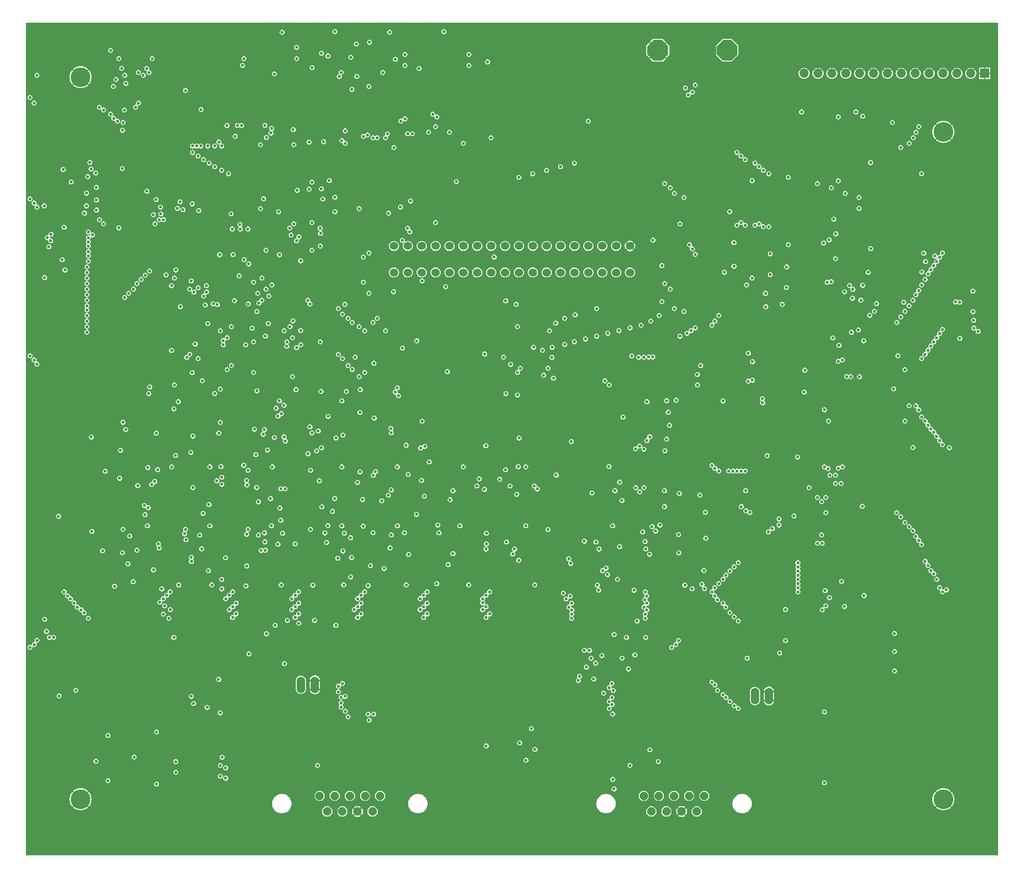
<source format=gbr>
%TF.GenerationSoftware,KiCad,Pcbnew,7.0.5*%
%TF.CreationDate,2023-08-21T23:54:45-04:00*%
%TF.ProjectId,LogicBoard_smt,4c6f6769-6342-46f6-9172-645f736d742e,rev?*%
%TF.SameCoordinates,Original*%
%TF.FileFunction,Copper,L3,Inr*%
%TF.FilePolarity,Positive*%
%FSLAX46Y46*%
G04 Gerber Fmt 4.6, Leading zero omitted, Abs format (unit mm)*
G04 Created by KiCad (PCBNEW 7.0.5) date 2023-08-21 23:54:45*
%MOMM*%
%LPD*%
G01*
G04 APERTURE LIST*
G04 Aperture macros list*
%AMOutline5P*
0 Free polygon, 5 corners , with rotation*
0 The origin of the aperture is its center*
0 number of corners: always 5*
0 $1 to $10 corner X, Y*
0 $11 Rotation angle, in degrees counterclockwise*
0 create outline with 5 corners*
4,1,5,$1,$2,$3,$4,$5,$6,$7,$8,$9,$10,$1,$2,$11*%
%AMOutline6P*
0 Free polygon, 6 corners , with rotation*
0 The origin of the aperture is its center*
0 number of corners: always 6*
0 $1 to $12 corner X, Y*
0 $13 Rotation angle, in degrees counterclockwise*
0 create outline with 6 corners*
4,1,6,$1,$2,$3,$4,$5,$6,$7,$8,$9,$10,$11,$12,$1,$2,$13*%
%AMOutline7P*
0 Free polygon, 7 corners , with rotation*
0 The origin of the aperture is its center*
0 number of corners: always 7*
0 $1 to $14 corner X, Y*
0 $15 Rotation angle, in degrees counterclockwise*
0 create outline with 7 corners*
4,1,7,$1,$2,$3,$4,$5,$6,$7,$8,$9,$10,$11,$12,$13,$14,$1,$2,$15*%
%AMOutline8P*
0 Free polygon, 8 corners , with rotation*
0 The origin of the aperture is its center*
0 number of corners: always 8*
0 $1 to $16 corner X, Y*
0 $17 Rotation angle, in degrees counterclockwise*
0 create outline with 8 corners*
4,1,8,$1,$2,$3,$4,$5,$6,$7,$8,$9,$10,$11,$12,$13,$14,$15,$16,$1,$2,$17*%
G04 Aperture macros list end*
%TA.AperFunction,ComponentPad*%
%ADD10C,3.600000*%
%TD*%
%TA.AperFunction,ComponentPad*%
%ADD11O,1.524000X3.048000*%
%TD*%
%TA.AperFunction,ComponentPad*%
%ADD12Outline8P,-0.762000X0.315631X-0.315631X0.762000X0.315631X0.762000X0.762000X0.315631X0.762000X-0.315631X0.315631X-0.762000X-0.315631X-0.762000X-0.762000X-0.315631X0.000000*%
%TD*%
%TA.AperFunction,ComponentPad*%
%ADD13C,1.524000*%
%TD*%
%TA.AperFunction,ComponentPad*%
%ADD14Outline8P,-1.905000X0.789077X-0.789077X1.905000X0.789077X1.905000X1.905000X0.789077X1.905000X-0.789077X0.789077X-1.905000X-0.789077X-1.905000X-1.905000X-0.789077X0.000000*%
%TD*%
%TA.AperFunction,ComponentPad*%
%ADD15O,1.700000X1.700000*%
%TD*%
%TA.AperFunction,ComponentPad*%
%ADD16R,1.700000X1.700000*%
%TD*%
%TA.AperFunction,ViaPad*%
%ADD17C,0.600000*%
%TD*%
G04 APERTURE END LIST*
D10*
%TO.N,GND*%
%TO.C,H4*%
X203360000Y-39050000D03*
%TD*%
%TO.N,GND*%
%TO.C,H3*%
X203360000Y-161145000D03*
%TD*%
%TO.N,GND*%
%TO.C,H2*%
X45560000Y-161145000D03*
%TD*%
%TO.N,GND*%
%TO.C,HE*%
X45560000Y-29050000D03*
%TD*%
D11*
%TO.N,Net-(PAD1REG0A-2D)*%
%TO.C,EXTRA_BUTTON_1*%
X85852000Y-140208000D03*
%TO.N,GND*%
X88392000Y-140208000D03*
%TD*%
D12*
%TO.N,Net-(PAD1REG0A-5D)*%
%TO.C,PORT1*%
X89281000Y-160526700D03*
%TO.N,Net-(PAD1REG0A-6D)*%
X92049600Y-160526700D03*
%TO.N,Net-(PAD1REG0A-7D)*%
X94818200Y-160526700D03*
%TO.N,Net-(PAD1REG0A-8D)*%
X97586800Y-160526700D03*
%TO.N,VCC*%
X100355400Y-160526700D03*
%TO.N,Net-(PAD1REG0A-4D)*%
X90665300Y-163370300D03*
%TO.N,Net-(GAMEPAD_SELECTOR0A-Q)*%
X93433900Y-163370300D03*
%TO.N,GND*%
X96202500Y-163370300D03*
%TO.N,Net-(PAD1REG0A-3D)*%
X98971100Y-163370300D03*
%TD*%
%TO.N,Net-(PAD2REG0A-5D)*%
%TO.C,PORT2*%
X148564600Y-160526700D03*
%TO.N,Net-(PAD2REG0A-6D)*%
X151333200Y-160526700D03*
%TO.N,Net-(PAD2REG0A-7D)*%
X154101800Y-160526700D03*
%TO.N,Net-(PAD2REG0A-8D)*%
X156870400Y-160526700D03*
%TO.N,VCC*%
X159639000Y-160526700D03*
%TO.N,Net-(PAD2REG0A-4D)*%
X149948900Y-163370300D03*
%TO.N,Net-(GAMEPAD_SELECTOR0B-Q)*%
X152717500Y-163370300D03*
%TO.N,GND*%
X155486100Y-163370300D03*
%TO.N,Net-(PAD2REG0A-3D)*%
X158254700Y-163370300D03*
%TD*%
D11*
%TO.N,Net-(PAD2REG0A-2D)*%
%TO.C,EXTRA_BUTTON_2*%
X168910000Y-142259000D03*
%TO.N,GND*%
X171450000Y-142259000D03*
%TD*%
D13*
%TO.N,VCC*%
%TO.C,U$3*%
X102870000Y-64770000D03*
%TO.N,/CPU and address decode/~{SPI_CS}*%
X105410000Y-64770000D03*
%TO.N,/CPU and address decode/SPI_MISO*%
X107950000Y-64770000D03*
%TO.N,/CPU and address decode/SPI_MOSI*%
X110490000Y-64770000D03*
%TO.N,/CPU and address decode/SPI_CLK*%
X113030000Y-64770000D03*
%TO.N,A12*%
X115570000Y-64770000D03*
%TO.N,A7*%
X118110000Y-64770000D03*
%TO.N,A6*%
X120650000Y-64770000D03*
%TO.N,A5*%
X123190000Y-64770000D03*
%TO.N,A4*%
X125730000Y-64770000D03*
%TO.N,A3*%
X128270000Y-64770000D03*
%TO.N,A2*%
X130810000Y-64770000D03*
%TO.N,A1*%
X133350000Y-64770000D03*
%TO.N,A0*%
X135890000Y-64770000D03*
%TO.N,D0*%
X138430000Y-64770000D03*
%TO.N,D1*%
X140970000Y-64770000D03*
%TO.N,D2*%
X143510000Y-64770000D03*
%TO.N,CLK3_5*%
X146050000Y-64770000D03*
%TO.N,A13*%
X102870000Y-59918600D03*
%TO.N,~{WE2}*%
X105410000Y-59918600D03*
%TO.N,~{IRQ}*%
X107950000Y-59918600D03*
%TO.N,A8*%
X110490000Y-59918600D03*
%TO.N,A9*%
X113030000Y-59918600D03*
%TO.N,A11*%
X115570000Y-59918600D03*
%TO.N,~{RE2}*%
X118110000Y-59918600D03*
%TO.N,A10*%
X120650000Y-59918600D03*
%TO.N,/CPU and address decode/_CARTSEL*%
X123190000Y-59918600D03*
%TO.N,D7*%
X125730000Y-59918600D03*
%TO.N,D6*%
X128270000Y-59918600D03*
%TO.N,D5*%
X130810000Y-59918600D03*
%TO.N,D4*%
X133350000Y-59918600D03*
%TO.N,D3*%
X135890000Y-59918600D03*
%TO.N,/CPU and address decode/A14*%
X138430000Y-59918600D03*
%TO.N,/CPU and address decode/READY*%
X140970000Y-59918600D03*
%TO.N,/CPU and address decode/~{RESET}*%
X143510000Y-59918600D03*
%TO.N,GND*%
X146050000Y-59918600D03*
%TD*%
D14*
%TO.N,VCC*%
%TO.C,+5V0*%
X163830000Y-24130000D03*
%TD*%
%TO.N,GND*%
%TO.C,GROUND0*%
X151130000Y-24130000D03*
%TD*%
D15*
%TO.N,VCC*%
%TO.C,VIAPORT0*%
X177888900Y-28346400D03*
%TO.N,Net-(U2-PA3)*%
X180428900Y-28346400D03*
%TO.N,Net-(U2-PA4)*%
X182968900Y-28346400D03*
%TO.N,Net-(U2-PA5)*%
X185508900Y-28346400D03*
%TO.N,Net-(U2-PA6)*%
X188048900Y-28346400D03*
%TO.N,Net-(U2-PB0)*%
X190588900Y-28346400D03*
%TO.N,Net-(U2-PB1)*%
X193128900Y-28346400D03*
%TO.N,Net-(U2-PB2)*%
X195668900Y-28346400D03*
%TO.N,Net-(U2-PB3)*%
X198208900Y-28346400D03*
%TO.N,Net-(U2-PB4)*%
X200748900Y-28346400D03*
%TO.N,Net-(U2-PB5)*%
X203288900Y-28346400D03*
%TO.N,Net-(U2-PB6)*%
X205828900Y-28346400D03*
%TO.N,Net-(U2-PB7)*%
X208368900Y-28346400D03*
D16*
%TO.N,GND*%
X210908900Y-28346400D03*
%TD*%
D17*
%TO.N,Net-(U2-PB2)*%
X184150000Y-36322000D03*
X184150000Y-48006000D03*
X168381900Y-65786000D03*
X168381900Y-47988300D03*
%TO.N,Net-(VMUX3A-3A)*%
X83269600Y-78280900D03*
X71403300Y-103535000D03*
%TO.N,Net-(VMUX3A-2A)*%
X79372800Y-76412700D03*
X70490200Y-102885000D03*
%TO.N,Net-(VMUX3A-1A)*%
X79903500Y-74115300D03*
X71403300Y-102235000D03*
%TO.N,Net-(VMUX2A-4A)*%
X71238500Y-100285200D03*
X76312200Y-63211600D03*
%TO.N,Net-(VMUX2A-3A)*%
X69040200Y-107224400D03*
X78181300Y-70359200D03*
%TO.N,Net-(VMUX2A-2A)*%
X67338800Y-112817900D03*
X70576400Y-70649600D03*
%TO.N,Net-(VMUX2A-1A)*%
X67966900Y-108855800D03*
X74587200Y-65379300D03*
%TO.N,Net-(VMUX1A-3A)*%
X64997100Y-80294700D03*
X58575100Y-103549000D03*
%TO.N,Net-(VMUX1A-2A)*%
X66512600Y-77877700D03*
X59134000Y-103018500D03*
%TO.N,Net-(VMUX1A-1A)*%
X68836700Y-74115300D03*
X59674900Y-100856700D03*
%TO.N,Net-(VMUX0A-4A)*%
X59945500Y-115189300D03*
X69820800Y-70517700D03*
%TO.N,Net-(VMUX0A-3A)*%
X68355400Y-70728000D03*
X59786200Y-114430000D03*
%TO.N,Net-(VMUX0A-2A)*%
X57234000Y-107417600D03*
X62198400Y-67211000D03*
%TO.N,Net-(VMUX0A-1A)*%
X57337800Y-109065900D03*
X61196700Y-65225300D03*
%TO.N,Net-(U2-PB7)*%
X188618400Y-36191000D03*
X174663900Y-67504400D03*
%TO.N,Net-(U2-PB6)*%
X196118100Y-70209300D03*
%TO.N,Net-(U2-PB5)*%
X187367200Y-35404900D03*
X170833700Y-68599500D03*
%TO.N,Net-(U2-PB4)*%
X191121300Y-70454000D03*
%TO.N,Net-(U2-PB3)*%
X170881900Y-71031600D03*
%TO.N,Net-(U2-PB1)*%
X177436100Y-35404900D03*
X167386000Y-67056000D03*
%TO.N,Net-(U2-PB0)*%
X190754000Y-71882000D03*
%TO.N,Net-(U2-PA6)*%
X155956000Y-71899700D03*
X155956000Y-51054000D03*
X187960000Y-51054000D03*
%TO.N,Net-(U2-PA5)*%
X154178000Y-71374000D03*
X154178000Y-50292000D03*
X185420000Y-50292000D03*
%TO.N,Net-(U2-PA4)*%
X153416000Y-67818000D03*
X153416000Y-49276000D03*
X182880000Y-49276000D03*
%TO.N,Net-(U2-PA3)*%
X152400000Y-66802000D03*
X180340000Y-48514000D03*
X152400000Y-48514000D03*
%TO.N,unconnected-(U1-NC-Pad35)*%
X184744600Y-121288000D03*
X182537600Y-124261800D03*
%TO.N,/CPU and address decode/SPI_CLK*%
X121196600Y-61950100D03*
%TO.N,RAM_PG_1*%
X158400000Y-85345600D03*
X159219700Y-121802500D03*
%TO.N,RAM_PG_0*%
X168438400Y-84475000D03*
X167240500Y-108373900D03*
X159853600Y-108640300D03*
X159569700Y-119295500D03*
%TO.N,/CPU and address decode/SPI_MISO*%
X151892000Y-70104000D03*
X151874000Y-63517700D03*
%TO.N,/CPU and address decode/~{VIASEL}*%
X183642000Y-62230000D03*
X183642000Y-101854000D03*
%TO.N,/CPU and address decode/A14*%
X138430000Y-37084000D03*
X194056000Y-37338000D03*
X194818000Y-108712000D03*
X181864000Y-108712000D03*
X181864000Y-105918000D03*
X181204000Y-114300000D03*
%TO.N,AUD_SAMP_RATE_SEL*%
X208888000Y-73523900D03*
X204455900Y-96838300D03*
X171127100Y-98293700D03*
X167983600Y-108704200D03*
X158821200Y-105500500D03*
X153262200Y-92725800D03*
%TO.N,~{AUD_NMI}*%
X149668600Y-94822700D03*
X152356200Y-104686000D03*
X167196900Y-104687600D03*
X170307000Y-88623500D03*
%TO.N,AUD_RESET*%
X208767600Y-68188800D03*
X199773800Y-61246600D03*
X190058000Y-60404800D03*
X181449500Y-59397200D03*
X165072900Y-59303200D03*
X153047200Y-90340100D03*
%TO.N,Net-(REG.VY0A-6Q)*%
X81122100Y-129311500D03*
X79560800Y-130869600D03*
%TO.N,Net-(REG.VY0A-7Q)*%
X64845200Y-113668600D03*
X65838500Y-117651500D03*
%TO.N,Net-(REG.VX0A-5Q)*%
X71390400Y-120929400D03*
X52704400Y-102427200D03*
%TO.N,Net-(REG.VX0A-6Q)*%
X49590100Y-115679600D03*
X71396300Y-122650800D03*
%TO.N,Net-(REG.VX0A-7Q)*%
X53191600Y-116039700D03*
X57945500Y-107785900D03*
%TO.N,/CPU and address decode/READY*%
X154967800Y-116065700D03*
%TO.N,Net-(PAD2REG0A-3D)*%
X151219100Y-154247200D03*
%TO.N,Net-(PAD1REG0A-4D)*%
X98157200Y-145566200D03*
%TO.N,Net-(PAD1REG0A-3D)*%
X99173700Y-145586900D03*
%TO.N,/DMA Controller/VA0*%
X65793600Y-66342300D03*
X46736000Y-68834000D03*
%TO.N,/DMA Controller/VA1*%
X66301600Y-68374300D03*
X46736000Y-67818000D03*
%TO.N,~{CLK7}*%
X173311300Y-110968000D03*
X173411600Y-134391300D03*
%TO.N,~{RE2}*%
X147616300Y-80271400D03*
X149464700Y-80242200D03*
X205599200Y-70163600D03*
X199409600Y-64676800D03*
X173902400Y-70607400D03*
X167679200Y-79542000D03*
X167673300Y-84663700D03*
%TO.N,/DMA Controller/VA2*%
X68072000Y-69088000D03*
X46736000Y-66802000D03*
%TO.N,/DMA Controller/VA3*%
X68580000Y-67175300D03*
X46736000Y-65786000D03*
%TO.N,/DMA Controller/VA4*%
X71120000Y-75438000D03*
X46736000Y-64770000D03*
%TO.N,/DMA Controller/VA5*%
X71628000Y-77216000D03*
X46736000Y-63754000D03*
%TO.N,/DMA Controller/VA6*%
X75768100Y-78017200D03*
X46990000Y-62738000D03*
%TO.N,/DMA Controller/VA7*%
X77216000Y-66548000D03*
X46990000Y-61722000D03*
%TO.N,/DMA Controller/VA8*%
X77978000Y-68580000D03*
X46990000Y-60960000D03*
%TO.N,~{WAV_SEL}*%
X194838100Y-73914000D03*
X195052000Y-80010000D03*
%TO.N,~{GAMEPAD2R}*%
X148372400Y-112230100D03*
X143298400Y-104710300D03*
%TO.N,~{GAMEPAD1R}*%
X137688400Y-133905200D03*
X136595000Y-139423400D03*
%TO.N,GRAM_PAGE_SEL*%
X159678600Y-122639200D03*
X152756000Y-95248900D03*
%TO.N,AUD_LFSR_X*%
X158965700Y-81796700D03*
X154497500Y-88139500D03*
%TO.N,AUD_SQ2_N*%
X149130300Y-95508100D03*
X152356200Y-107604900D03*
X166400200Y-107604900D03*
X170267700Y-87849900D03*
%TO.N,/DMA Controller/VA9*%
X80010000Y-69088000D03*
X46990000Y-59944000D03*
%TO.N,/DMA Controller/VA10*%
X80538100Y-67056000D03*
X46990000Y-59182000D03*
%TO.N,/DMA Controller/VA11*%
X82804000Y-75438000D03*
X46990000Y-58420000D03*
%TO.N,/DMA Controller/VA12*%
X83312000Y-77470000D03*
X47752000Y-57891900D03*
%TO.N,/DMA Controller/VA13*%
X85852000Y-77978000D03*
X46990000Y-57363800D03*
%TO.N,/DMA Controller/VID_OUT_PAGE*%
X42724500Y-64320400D03*
X51788800Y-122171700D03*
X136801800Y-138656400D03*
X138641500Y-133916800D03*
%TO.N,/DMA Controller/~{VOE}*%
X85818700Y-75383200D03*
X85068100Y-58962500D03*
X60242300Y-54041700D03*
X48469200Y-53356400D03*
%TO.N,/DMA Controller/~{VWE}*%
X62206900Y-79040900D03*
X58214900Y-85705700D03*
X47531400Y-94898300D03*
X42191300Y-62449300D03*
%TO.N,/DMA Controller/VNMI_ENABLE*%
X141935300Y-120041600D03*
X139089200Y-105119200D03*
%TO.N,/DMA Controller/YDIR*%
X107753000Y-96876400D03*
X125704200Y-117425400D03*
%TO.N,/DMA Controller/XDIR*%
X77622000Y-98083500D03*
X79192300Y-93514200D03*
X112784000Y-118202100D03*
X110915900Y-110985500D03*
X79761400Y-97253300D03*
%TO.N,/CPU and address decode/~{REGSSEL}*%
X148590000Y-97099000D03*
X148590000Y-80264000D03*
X148590000Y-104140000D03*
X178816000Y-104140000D03*
X182626000Y-101854000D03*
%TO.N,Net-(IC31D-O)*%
X129096700Y-104381700D03*
X137712000Y-113934900D03*
%TO.N,Net-(IC31C-I1)*%
X128536500Y-103833300D03*
X140387400Y-115381700D03*
%TO.N,Net-(IC31A-I0)*%
X123364100Y-86940400D03*
X123284700Y-100886500D03*
%TO.N,/DMA Controller/IRQ-ENABLE*%
X141677600Y-118862100D03*
X104076400Y-52814500D03*
X65966300Y-52221900D03*
X47486000Y-45835500D03*
%TO.N,/DMA Controller/~{IRQ-OUT}*%
X46865400Y-47244000D03*
X63754200Y-51844700D03*
X105913900Y-51712500D03*
X148789900Y-113984900D03*
%TO.N,/DMA Controller/OFFSCR_Y*%
X43839600Y-48219000D03*
X52843200Y-97308700D03*
X62923200Y-98247500D03*
X66115300Y-104116700D03*
%TO.N,/DMA Controller/OFFSCR_X*%
X56014500Y-103750800D03*
X42389200Y-45944000D03*
%TO.N,Net-(IC20A-O)*%
X125476700Y-87190500D03*
X104398500Y-58902400D03*
X73080700Y-54048700D03*
X72340100Y-37896900D03*
%TO.N,Net-(IC18D-I1)*%
X103108900Y-86666000D03*
X102796900Y-68298400D03*
X48448500Y-49194000D03*
X60193200Y-52820700D03*
X85496800Y-58254500D03*
X85820700Y-62636300D03*
%TO.N,Net-(IC18D-I0)*%
X108038400Y-91996300D03*
X118470800Y-102533300D03*
%TO.N,Net-(IC18D-O)*%
X77814500Y-86431500D03*
X76964900Y-74954400D03*
%TO.N,/DMA Controller/~{DIRECT-SELECT}*%
X149134600Y-88398400D03*
X150219000Y-80243900D03*
X102302700Y-93296300D03*
X105103800Y-96362200D03*
%TO.N,Net-(IC18A-O)*%
X135307700Y-95730800D03*
X150733800Y-112081700D03*
%TO.N,Net-(IC18A-I1)*%
X125789000Y-95068000D03*
X132545000Y-101824000D03*
%TO.N,/DMA Controller/VNMI*%
X96662100Y-90368900D03*
X94155700Y-86527400D03*
X89537300Y-86527400D03*
X85203800Y-49757800D03*
X57668500Y-49916600D03*
X46267200Y-53927200D03*
%TO.N,Net-(IC12C-O)*%
X151526400Y-110990000D03*
X144162600Y-103124000D03*
%TO.N,Net-(IC12B-O)*%
X150076000Y-111253700D03*
X144569600Y-106495800D03*
%TO.N,Net-(IC12B-I0)*%
X182124900Y-66561500D03*
X171367400Y-112209700D03*
%TO.N,Net-(IC31C-O)*%
X125327200Y-105355500D03*
X123462100Y-114081700D03*
X134854200Y-117114700D03*
%TO.N,/DMA Controller/IRQ*%
X48334400Y-46594000D03*
X64292700Y-53294400D03*
X101881800Y-53930000D03*
X124924400Y-115391900D03*
%TO.N,Net-(IC12A-O)*%
X172089900Y-111618000D03*
X178035500Y-82651900D03*
%TO.N,/CPU and address decode/N$37_2*%
X184658000Y-103378000D03*
X186436000Y-83820000D03*
%TO.N,/CPU and address decode/N$38_2*%
X185674000Y-83820000D03*
X183642000Y-103378000D03*
%TO.N,Net-(IC7A-I1)*%
X184912000Y-80772000D03*
X184912000Y-100330000D03*
%TO.N,Net-(IC7A-I0)*%
X184150000Y-81026000D03*
X184150000Y-100584000D03*
%TO.N,Net-(IC5C-O)*%
X63506800Y-121931900D03*
X100664900Y-106541400D03*
%TO.N,Net-(IC4F-I)*%
X188604600Y-67126300D03*
X188788600Y-77271000D03*
%TO.N,Net-(IC32D-O)*%
X163320400Y-64736500D03*
X158375500Y-83420200D03*
%TO.N,Net-(IC12D-I1)*%
X188271900Y-69847100D03*
X188541500Y-107540500D03*
%TO.N,Net-(IC4D-I)*%
X186729500Y-69489200D03*
X186551400Y-75701200D03*
%TO.N,CLK3_5*%
X71120000Y-154940000D03*
X62992000Y-154260000D03*
X152422800Y-97398100D03*
X155067600Y-105203300D03*
X150235900Y-58844600D03*
X39335500Y-130453700D03*
X39754400Y-60060500D03*
X173317300Y-109874400D03*
X181204000Y-126490500D03*
X177914300Y-86655600D03*
X142897000Y-157490700D03*
X167478200Y-135332400D03*
%TO.N,CLK7*%
X71120000Y-156931000D03*
X62992000Y-156210000D03*
X55372000Y-153416000D03*
X41656000Y-142240000D03*
X40083300Y-58949300D03*
X39868200Y-131548300D03*
X143132500Y-159244600D03*
X194273400Y-86049200D03*
%TO.N,~{IRQ}*%
X159929800Y-113381700D03*
X165066300Y-63648200D03*
X183325900Y-55020000D03*
X174709100Y-63754000D03*
%TO.N,~{NMI}*%
X203919100Y-122842100D03*
X208773200Y-71949300D03*
%TO.N,CLK28*%
X40152400Y-57771800D03*
X40627000Y-131535300D03*
X52557600Y-56621900D03*
X63273600Y-53057500D03*
X187949800Y-53062800D03*
X190046300Y-44676500D03*
X199394500Y-46681800D03*
X209726600Y-75546000D03*
%TO.N,/CPU and address decode/W{slash}~{R}*%
X186808600Y-67851300D03*
X187810500Y-75275900D03*
%TO.N,/CPU and address decode/R{slash}~{W}*%
X184272000Y-78100100D03*
X185280600Y-68309700D03*
X181737900Y-122978400D03*
%TO.N,/CPU and address decode/A15*%
X180340000Y-114300000D03*
X180340000Y-105918000D03*
X182879300Y-66460300D03*
%TO.N,/DMA Controller/GA16*%
X53848000Y-30205900D03*
X36322000Y-32766000D03*
X36322000Y-51308000D03*
X36322000Y-80010000D03*
X36322000Y-133350000D03*
X153670000Y-133370000D03*
%TO.N,/DMA Controller/GA17*%
X37063900Y-33782000D03*
X37063900Y-52070000D03*
X56154100Y-33782000D03*
X37063900Y-80772000D03*
X37084000Y-132842000D03*
X154432000Y-132842000D03*
%TO.N,/DMA Controller/GA18*%
X53642100Y-28702000D03*
X37592000Y-28702000D03*
X37592000Y-52832000D03*
X37592000Y-132080000D03*
X154940000Y-132080000D03*
X37592000Y-81534000D03*
%TO.N,/DMA Controller/VRAMBANK*%
X38980600Y-65717300D03*
X38921000Y-52582700D03*
X46632000Y-52582700D03*
X59384300Y-51414000D03*
X92081500Y-51010700D03*
X93902000Y-70612000D03*
X125229200Y-70612000D03*
X157418900Y-122636400D03*
%TO.N,/DMA Controller/~{WRAP_X}*%
X48477600Y-51502500D03*
X58859100Y-54206500D03*
X112342100Y-67380200D03*
X149623800Y-116315700D03*
%TO.N,/DMA Controller/~{WRAP_Y}*%
X46656000Y-50270300D03*
X60717100Y-55112500D03*
X108033400Y-66308200D03*
X148938400Y-115356900D03*
%TO.N,/DMA Controller/~{TILEMODE}*%
X105495500Y-101731700D03*
X140319800Y-122899500D03*
%TO.N,/DMA Controller/GY-CARRY?*%
X97127600Y-106309700D03*
X93806100Y-112476700D03*
%TO.N,/DMA Controller/ROWCOMPLETE*%
X107909100Y-102819000D03*
X95141200Y-116911300D03*
X93543900Y-115726700D03*
X67704900Y-115334500D03*
%TO.N,Net-(GYH0A-P3)*%
X98153400Y-122066200D03*
X98564200Y-118410200D03*
%TO.N,Net-(GYH0A-P2)*%
X101079500Y-118930100D03*
X102159900Y-115150800D03*
%TO.N,/DMA Controller/GA15*%
X55626000Y-34544000D03*
X49022000Y-34544000D03*
X49022000Y-55118000D03*
X59944000Y-55118000D03*
X71120000Y-92202000D03*
X71120000Y-86106000D03*
%TO.N,Net-(GYL0A-Q0)*%
X99509600Y-101216500D03*
X94922300Y-113299600D03*
%TO.N,~{WE2}*%
X130248100Y-83564400D03*
X143143000Y-130999000D03*
X147345400Y-128552300D03*
X146791600Y-122911600D03*
X152747700Y-88241900D03*
X164280000Y-53645100D03*
X206362400Y-70229400D03*
X200125500Y-62772600D03*
X183690900Y-57712300D03*
X168451400Y-81097100D03*
%TO.N,~{VID_SEL}*%
X188002000Y-83822300D03*
X146952200Y-134730300D03*
X108512700Y-96588100D03*
X124617000Y-116276000D03*
X138931100Y-135351000D03*
%TO.N,Net-(GYL0A-Q1)*%
X90246000Y-112422500D03*
X87509200Y-92998600D03*
%TO.N,Net-(GYL0A-Q2)*%
X92281100Y-95050000D03*
X90552000Y-114155900D03*
%TO.N,Net-(GYL0A-Q3)*%
X90782400Y-111080100D03*
X90835500Y-91093800D03*
%TO.N,Net-(GYH0A-Q1)*%
X66117500Y-94716600D03*
X65727700Y-97692400D03*
X75406200Y-100048500D03*
X75999000Y-103632200D03*
X81994800Y-107875400D03*
X89226400Y-102878300D03*
%TO.N,/DMA Controller/GX-CARRY?*%
X96210200Y-103183300D03*
X82503500Y-112476700D03*
%TO.N,CLK14*%
X38980600Y-128208700D03*
X39491400Y-58387900D03*
X67184000Y-53446500D03*
X201795100Y-61777100D03*
X208964600Y-74949300D03*
%TO.N,/DMA Controller/GX-CARRY*%
X88723600Y-97398700D03*
X82194600Y-104350200D03*
%TO.N,/DMA Controller/~{XRELOAD}*%
X78618300Y-115620600D03*
X80307200Y-106145400D03*
X68947000Y-119328900D03*
X82959000Y-104336100D03*
X89613600Y-96847900D03*
%TO.N,/DMA Controller/RUNNING*%
X102377400Y-94111000D03*
X102395500Y-104553100D03*
X113660700Y-104715500D03*
X119790000Y-114419700D03*
X89688600Y-107654300D03*
X84818000Y-114409100D03*
X91623000Y-108463200D03*
X82173400Y-110116400D03*
X75953900Y-118461300D03*
X65819300Y-116882100D03*
X54215700Y-118054300D03*
%TO.N,Net-(GXH0A-P1)*%
X88365100Y-128425600D03*
X83378000Y-128429600D03*
%TO.N,Net-(GXH0A-P0)*%
X75936800Y-102818000D03*
X78098400Y-106744100D03*
%TO.N,/DMA Controller/GA14*%
X53594000Y-35052000D03*
X49784000Y-35052000D03*
X49784000Y-55880000D03*
X59182000Y-55880000D03*
%TO.N,Net-(GYH0A-Q3)*%
X87148000Y-97939700D03*
X83004900Y-95595600D03*
%TO.N,Net-(GXL0A-Q0)*%
X81311900Y-89580500D03*
X79209900Y-112413400D03*
%TO.N,Net-(GXL0A-Q1)*%
X78961000Y-94370500D03*
X78075400Y-112823100D03*
%TO.N,Net-(GXL0A-Q2)*%
X81018500Y-94941700D03*
X79260600Y-114065500D03*
%TO.N,Net-(GXL0A-Q3)*%
X81658900Y-91051000D03*
X81658900Y-114484400D03*
%TO.N,/DMA Controller/COLORFILL*%
X80391500Y-39251400D03*
X81787600Y-53665400D03*
X92081500Y-53665400D03*
X109333100Y-99442700D03*
X140077400Y-121975400D03*
X118035000Y-103833300D03*
%TO.N,Net-(GMUX3A-4Y)*%
X79022800Y-51302000D03*
X80497000Y-38390800D03*
%TO.N,Net-(GMUX3A-3A)*%
X70836700Y-94150400D03*
X71642000Y-78001500D03*
X73698500Y-69934000D03*
X73458600Y-61497800D03*
X76160700Y-56826400D03*
X79563600Y-40074400D03*
%TO.N,/DMA Controller/GA13*%
X81026000Y-28448000D03*
X57029200Y-28702000D03*
%TO.N,/DMA Controller/GA12*%
X75184000Y-26903900D03*
X53086000Y-27432000D03*
%TO.N,Net-(GMUX3A-2A)*%
X63442200Y-88402100D03*
X63818700Y-71025300D03*
X74688900Y-55993300D03*
X75009300Y-37890000D03*
%TO.N,/DMA Controller/GA11*%
X75438000Y-25654000D03*
X58674000Y-25654000D03*
%TO.N,Net-(GMUX3A-1A)*%
X74252100Y-37893700D03*
X73306200Y-56816000D03*
X62983700Y-64318000D03*
X62632100Y-89735400D03*
%TO.N,Net-(GMUX2A-4A)*%
X82756000Y-89067500D03*
X89597700Y-49481800D03*
X92875700Y-28929700D03*
X90819100Y-25148900D03*
%TO.N,Net-(GMUX2A-3A)*%
X93559800Y-94527100D03*
X90011700Y-40862400D03*
%TO.N,/DMA Controller/GA9*%
X93218000Y-28194000D03*
X58085900Y-28194000D03*
%TO.N,/DMA Controller/GA8*%
X87899500Y-27288000D03*
X57658000Y-27432000D03*
%TO.N,Net-(GMUX2A-2A)*%
X89027300Y-93763400D03*
X84455000Y-38642200D03*
%TO.N,/DMA Controller/GA7*%
X85090000Y-25654000D03*
X52578000Y-25654000D03*
%TO.N,Net-(GMUX2A-1A)*%
X87871500Y-94129000D03*
X84976800Y-86196800D03*
X96736400Y-86196800D03*
X98044300Y-39624300D03*
X96076700Y-28919600D03*
X89612900Y-24665400D03*
%TO.N,Net-(GMUX1A-3A)*%
X101686600Y-39401000D03*
X99220200Y-81383700D03*
X65966600Y-83095200D03*
X59431500Y-94152000D03*
%TO.N,/DMA Controller/GA6*%
X100838000Y-28194000D03*
X52029300Y-29464000D03*
%TO.N,/DMA Controller/GA5*%
X98298000Y-30734000D03*
X51562000Y-30734000D03*
%TO.N,A13*%
X84582000Y-55880000D03*
X84582000Y-41402000D03*
X89408000Y-77470000D03*
X89408000Y-59944000D03*
X181102000Y-112776000D03*
X181102000Y-106680000D03*
X102870000Y-41910000D03*
X195580000Y-41910000D03*
X195580000Y-109474000D03*
X195580000Y-72898000D03*
%TO.N,A12*%
X125476000Y-74676000D03*
X96520000Y-74676000D03*
X96520000Y-83820000D03*
X84328000Y-83820000D03*
X84328000Y-76708000D03*
X78486000Y-53086000D03*
X78486000Y-41402000D03*
X96520000Y-53086000D03*
X130048000Y-78994000D03*
X196342000Y-82550000D03*
X182372000Y-91948000D03*
X182283000Y-100666000D03*
X196342000Y-91948000D03*
X196342000Y-110490000D03*
X196342000Y-71882000D03*
%TO.N,A11*%
X84074000Y-57912000D03*
X83860700Y-74676000D03*
X83820000Y-56642000D03*
X93980000Y-41148000D03*
X79268100Y-37866100D03*
X115570000Y-41148000D03*
X197104000Y-41148000D03*
X181610000Y-100330000D03*
X181610000Y-89895900D03*
X197104000Y-89154000D03*
X197104000Y-70866000D03*
X197104000Y-111252000D03*
%TO.N,A10*%
X97282000Y-39878000D03*
X97282000Y-61976000D03*
X97282000Y-66548000D03*
X120650000Y-40132000D03*
X197866000Y-40132000D03*
X197806000Y-96774000D03*
X197806000Y-69850000D03*
X197806000Y-112014000D03*
%TO.N,A9*%
X109220000Y-39116000D03*
X93959900Y-38862000D03*
X98298000Y-61214000D03*
X98298000Y-68580000D03*
X113030000Y-39116000D03*
X198374000Y-39116000D03*
X198334000Y-89154000D03*
X198334000Y-68834000D03*
X198334000Y-113030000D03*
%TO.N,A8*%
X87884000Y-48260000D03*
X110490000Y-55626000D03*
X87884000Y-55626000D03*
X87884000Y-60706000D03*
X79481900Y-60706000D03*
X79481900Y-67818000D03*
X110490000Y-38100000D03*
X198882000Y-38100000D03*
X198862000Y-89916000D03*
X198862000Y-68072000D03*
X198862000Y-113792000D03*
%TO.N,A7*%
X87122000Y-69850000D03*
X87376000Y-49530000D03*
X123317000Y-69977000D03*
X78740000Y-65786000D03*
X78740000Y-69850000D03*
X131826000Y-78465900D03*
X199390000Y-80518000D03*
X199390000Y-91186000D03*
X199390000Y-67056000D03*
X199390000Y-114554000D03*
%TO.N,A6*%
X101346000Y-75438000D03*
X101346000Y-40132000D03*
X131318000Y-75438000D03*
X97536000Y-75438000D03*
X97536000Y-83058000D03*
X77216000Y-83058000D03*
X77216000Y-77470000D03*
X134112000Y-77957900D03*
X200031000Y-79756000D03*
X200031000Y-91948000D03*
X200031000Y-117602000D03*
X200031000Y-66040000D03*
%TO.N,A5*%
X99060000Y-73914000D03*
X99060000Y-40132000D03*
X132461000Y-74041000D03*
X95250000Y-73914000D03*
X95250000Y-82529900D03*
X72390000Y-76708000D03*
X72390000Y-82550000D03*
X135890000Y-77449900D03*
X200560000Y-78994000D03*
X200560000Y-92710000D03*
X200560000Y-65024000D03*
X200560000Y-118364000D03*
%TO.N,A4*%
X99822000Y-73152000D03*
X99822000Y-40132000D03*
X134112000Y-73152000D03*
X94488000Y-73152000D03*
X94488000Y-81788000D03*
X73152000Y-74676000D03*
X73152000Y-81788000D03*
X137922000Y-76941900D03*
X201088000Y-78232000D03*
X201087000Y-93445200D03*
X201088000Y-64262000D03*
X201088000Y-119324000D03*
%TO.N,A3*%
X155194000Y-76433900D03*
X155194000Y-55880000D03*
X156210000Y-31008100D03*
X136017000Y-72517000D03*
X93472000Y-80518000D03*
X67056000Y-67564000D03*
X67056000Y-80518000D03*
X93472000Y-72390000D03*
X139954000Y-76433900D03*
X201616000Y-77470000D03*
X201616000Y-93980000D03*
X201616000Y-63500000D03*
X201616000Y-119888000D03*
%TO.N,A2*%
X147828000Y-104902000D03*
X147828000Y-96520000D03*
X141478000Y-84582000D03*
X67818000Y-84582000D03*
X68600100Y-68326000D03*
X156464000Y-75925900D03*
X156928000Y-59690000D03*
X156718000Y-32278100D03*
X141986000Y-75925900D03*
X202144000Y-76708000D03*
X202144000Y-94742000D03*
X202144000Y-120904000D03*
X202144000Y-62738000D03*
%TO.N,A1*%
X147066000Y-97028000D03*
X147097000Y-104140000D03*
X157226000Y-75417900D03*
X157460000Y-60452000D03*
X157456000Y-31773700D03*
X116586000Y-26924000D03*
X104902000Y-26924000D03*
X139954000Y-71374000D03*
X92710000Y-71374000D03*
X92710000Y-79756000D03*
X65532000Y-79756000D03*
X65532000Y-67818000D03*
X144018000Y-75417900D03*
X202672000Y-75946000D03*
X202672000Y-95504000D03*
X202672000Y-122428000D03*
X202672000Y-61996100D03*
%TO.N,A0*%
X142240000Y-85344000D03*
X62738000Y-85344000D03*
X62738000Y-65786000D03*
X157988000Y-74909900D03*
X157988000Y-30480000D03*
X116586000Y-24892000D03*
X157988000Y-61468000D03*
X104902000Y-24892000D03*
X146071000Y-74909900D03*
X203200000Y-75184000D03*
X203200000Y-96266000D03*
X203200000Y-61214000D03*
X203200000Y-123190000D03*
X189912100Y-72615300D03*
X186199000Y-67168000D03*
%TO.N,D7*%
X46990000Y-128016000D03*
X125730000Y-47375000D03*
X175006000Y-47375000D03*
X175006000Y-59690000D03*
X167132000Y-101092000D03*
X165862000Y-117856000D03*
X93980000Y-145034000D03*
X142240000Y-144526000D03*
X165862000Y-144526000D03*
X165862000Y-128524000D03*
X176759000Y-117856000D03*
X148844000Y-128016000D03*
X135382000Y-128019000D03*
X119732000Y-127883000D03*
X108302000Y-127883000D03*
X96237200Y-127883000D03*
X84807200Y-127883000D03*
X73377200Y-127883000D03*
X61722000Y-128016000D03*
%TO.N,D6*%
X46230900Y-127003000D03*
X128270000Y-46725000D03*
X171450000Y-46725000D03*
X171450000Y-56388000D03*
X166370000Y-101092000D03*
X165100000Y-118618000D03*
X93218000Y-144272000D03*
X142772000Y-143788000D03*
X165100000Y-144018000D03*
X165100000Y-127762000D03*
X176784000Y-118618000D03*
X148844000Y-127254000D03*
X135382000Y-127267000D03*
X120367000Y-127233000D03*
X108937000Y-127233000D03*
X96872200Y-127233000D03*
X85442200Y-127233000D03*
X74012200Y-127233000D03*
X60706000Y-127254000D03*
%TO.N,D5*%
X45679000Y-126492000D03*
X130810000Y-46075000D03*
X170434000Y-46075000D03*
X170434000Y-56388000D03*
X165618000Y-101092000D03*
X164338000Y-119380000D03*
X93218000Y-143510000D03*
X142240000Y-143256000D03*
X164338000Y-143256000D03*
X164338000Y-127000000D03*
X176784000Y-119380000D03*
X149122000Y-126516000D03*
X135406000Y-126516000D03*
X119097000Y-126461000D03*
X107667000Y-126461000D03*
X95602200Y-126461000D03*
X84172200Y-126461000D03*
X72742200Y-126461000D03*
X61976000Y-126461000D03*
%TO.N,D4*%
X44958000Y-125984000D03*
X133350000Y-45425000D03*
X169672000Y-45425000D03*
X169672000Y-55880000D03*
X164866000Y-101092000D03*
X163597000Y-120142000D03*
X93218000Y-142494000D03*
X142748000Y-142514000D03*
X163600000Y-142518000D03*
X163576000Y-125984000D03*
X176784000Y-120142000D03*
X148590000Y-125984000D03*
X134874000Y-125984000D03*
X119732000Y-125933000D03*
X108302000Y-125933000D03*
X96237200Y-125933000D03*
X84807200Y-125933000D03*
X73377200Y-125933000D03*
X60960000Y-125750000D03*
%TO.N,D3*%
X44379000Y-125222000D03*
X135890000Y-44775000D03*
X168910000Y-44775000D03*
X168910000Y-56134000D03*
X164084000Y-101092000D03*
X163068000Y-120904000D03*
X93980000Y-142313000D03*
X141224000Y-141732000D03*
X163068000Y-141986000D03*
X163068000Y-125296000D03*
X176784000Y-120904000D03*
X149138000Y-125296000D03*
X135382000Y-125267000D03*
X119097000Y-125212000D03*
X108937000Y-125283000D03*
X96872200Y-125283000D03*
X85442200Y-125283000D03*
X74012200Y-125283000D03*
X60042200Y-125095000D03*
%TO.N,D2*%
X151384000Y-72644000D03*
X43731900Y-124463000D03*
X162306000Y-72644000D03*
X167132000Y-44125000D03*
X167132000Y-56134000D03*
X162306000Y-101092000D03*
X162306000Y-121666000D03*
X92710000Y-141478000D03*
X143002000Y-141244000D03*
X162052000Y-141224000D03*
X162052000Y-124634000D03*
X176784000Y-121666000D03*
X148782000Y-124634000D03*
X134366000Y-124500000D03*
X119097000Y-124460000D03*
X107667000Y-124460000D03*
X96237200Y-124460000D03*
X84172200Y-124460000D03*
X72107200Y-124460000D03*
X60677200Y-124460000D03*
%TO.N,D1*%
X149860000Y-73660000D03*
X43180000Y-123952000D03*
X161568000Y-73660000D03*
X166370000Y-43475000D03*
X166370000Y-55626000D03*
X161568000Y-100608000D03*
X161544000Y-122428000D03*
X92710000Y-140462000D03*
X142240000Y-140716000D03*
X161568000Y-140232000D03*
X161544000Y-123952000D03*
X176784000Y-122428000D03*
X149098000Y-123952000D03*
X135128000Y-123972000D03*
X119732000Y-123825000D03*
X108302000Y-123825000D03*
X96872200Y-123825000D03*
X84807200Y-123825000D03*
X72742200Y-123825000D03*
X61312200Y-123825000D03*
%TO.N,D0*%
X148082000Y-74422000D03*
X42550900Y-123190000D03*
X161036000Y-74422000D03*
X165608000Y-42825000D03*
X165608000Y-56134000D03*
X161036000Y-100076000D03*
X93472000Y-139954000D03*
X142748000Y-139954000D03*
X161036000Y-139700000D03*
X161036000Y-123190000D03*
X176784000Y-123190000D03*
X148844000Y-123190000D03*
X133858000Y-123444000D03*
X120367000Y-123190000D03*
X108937000Y-123190000D03*
X97507200Y-123190000D03*
X85442200Y-123190000D03*
X73377200Y-123190000D03*
X61947200Y-123190000D03*
%TO.N,Net-(GMUX1A-2A)*%
X53840800Y-93502000D03*
X53173400Y-45763800D03*
X67586000Y-34961100D03*
X95177500Y-31292700D03*
%TO.N,/DMA Controller/GA4*%
X51054000Y-24130000D03*
X94996000Y-25400000D03*
%TO.N,Net-(GMUX1A-1A)*%
X53324600Y-92171400D03*
X53238000Y-38765600D03*
%TO.N,Net-(GMUX0A-4A)*%
X82274900Y-90595100D03*
X89459700Y-57622200D03*
X105775800Y-57343700D03*
X106256100Y-39403300D03*
%TO.N,/DMA Controller/GA3*%
X109982000Y-35830000D03*
X51054000Y-35814000D03*
%TO.N,Net-(GMUX0A-3A)*%
X120011000Y-26253500D03*
X114300000Y-48160500D03*
X89879200Y-51337400D03*
X82780400Y-94840900D03*
%TO.N,/DMA Controller/GA2*%
X110744000Y-36322000D03*
X51642100Y-36576000D03*
%TO.N,/DMA Controller/GA1*%
X104902000Y-36662900D03*
X52324000Y-37084000D03*
%TO.N,Net-(GMUX0A-2A)*%
X107470100Y-27462300D03*
X105371300Y-56672700D03*
X89379700Y-56672700D03*
X77367900Y-93464500D03*
%TO.N,/DMA Controller/GA0*%
X104140000Y-37084000D03*
X53340000Y-37338000D03*
%TO.N,Net-(GMUX0A-1A)*%
X105390400Y-39402800D03*
X103479100Y-85883900D03*
%TO.N,/DMA Controller/~{DMAMODE}*%
X74777300Y-56831800D03*
X73845800Y-39872700D03*
X98398800Y-22657300D03*
X96010600Y-22966000D03*
X75462300Y-62424200D03*
X77812500Y-71923600D03*
X84410100Y-73633600D03*
X85055200Y-78520500D03*
X104405400Y-78613300D03*
X119424400Y-104459200D03*
%TO.N,Net-(GAMEPAD_SELECTOR0B-D)*%
X125857400Y-150817300D03*
X127033300Y-154003900D03*
%TO.N,Net-(GAMEPAD_SELECTOR0A-Q)*%
X98327800Y-146672300D03*
%TO.N,Net-(PAD2REG0A-2D)*%
X149678000Y-152100700D03*
%TO.N,Net-(CTR.W0A-PL)*%
X108454300Y-105694300D03*
X105559600Y-116347400D03*
%TO.N,/DMA Controller/~{RUNNING}*%
X119708900Y-115381700D03*
X110697000Y-121686800D03*
%TO.N,/DMA Controller/~{INIT}*%
X96673100Y-101251900D03*
X92041400Y-106140000D03*
X92604500Y-117041800D03*
X104791700Y-112378200D03*
X135207800Y-118013100D03*
X119779500Y-112476700D03*
X107015700Y-109042500D03*
X72062400Y-116973900D03*
%TO.N,/DMA Controller/~{ROWCOMPLETE}*%
X99086000Y-101883300D03*
X102388900Y-112776800D03*
%TO.N,/DMA Controller/P0*%
X68721500Y-144340400D03*
X82862600Y-136314400D03*
X94943100Y-120467400D03*
X97263800Y-111167200D03*
%TO.N,/DMA Controller/P1*%
X64581700Y-112573600D03*
X75940700Y-112657500D03*
X77776800Y-104105500D03*
X54549900Y-112983200D03*
X60406100Y-122647800D03*
X58895300Y-119187500D03*
%TO.N,/DMA Controller/P2*%
X62630900Y-131533200D03*
X85448800Y-128946800D03*
X88046800Y-121973300D03*
X113146000Y-106341700D03*
%TO.N,/DMA Controller/P3*%
X139839200Y-114081700D03*
X125615700Y-100311000D03*
X101855700Y-105522500D03*
X75805100Y-122113300D03*
X76370600Y-134544900D03*
X65797900Y-142312100D03*
%TO.N,/DMA Controller/SEQGEN_HIGH*%
X71114100Y-145342000D03*
X66227600Y-143628600D03*
%TO.N,/CPU and address decode/~{RESET}*%
X185279400Y-125880500D03*
X182476000Y-58816900D03*
%TO.N,Net-(BLIT_REG_SELECTOR0B-Y2)*%
X92259800Y-129326600D03*
X145415200Y-131530100D03*
%TO.N,Net-(BLIT_REG_SELECTOR0B-Y3)*%
X138074500Y-136957900D03*
X144613200Y-135333200D03*
%TO.N,/DMA Controller/TRIGGER-SELECT*%
X140901200Y-134859400D03*
X145780700Y-137295700D03*
%TO.N,Net-(BLIT_REG_SELECTOR0B-Y7)*%
X47629000Y-112130000D03*
X55193000Y-121333200D03*
X139410000Y-139131300D03*
X139768500Y-136245000D03*
%TO.N,/DMA Controller/DMAMODE*%
X122196300Y-102612600D03*
X119693300Y-96482100D03*
X131054900Y-111796100D03*
X124123300Y-103833300D03*
%TO.N,Net-(BLIT_BUS_SWITCH0C-~{G})*%
X91060200Y-47962700D03*
X99269200Y-91405800D03*
%TO.N,/DMA Controller/DD7*%
X72644000Y-46725000D03*
X70845900Y-40894000D03*
X58166000Y-64516000D03*
X46736000Y-69850000D03*
%TO.N,/DMA Controller/DD6*%
X71374000Y-46075000D03*
X71374000Y-41646900D03*
X57404000Y-65278000D03*
X46736000Y-70866000D03*
%TO.N,/DMA Controller/DD5*%
X70104000Y-45425000D03*
X70104000Y-41646900D03*
X56642000Y-66040000D03*
X46736000Y-71628000D03*
%TO.N,/DMA Controller/DD4*%
X69088000Y-44775000D03*
X68834000Y-41646900D03*
X55880000Y-66802000D03*
X46736000Y-72644000D03*
%TO.N,/DMA Controller/DD3*%
X68072000Y-44125000D03*
X67564000Y-41646900D03*
X55235400Y-67818000D03*
X46736000Y-73660000D03*
%TO.N,/DMA Controller/DD2*%
X67056000Y-43475000D03*
X66802000Y-41646900D03*
X54356000Y-68580000D03*
X46736000Y-74676000D03*
%TO.N,/DMA Controller/DD1*%
X66040000Y-42825000D03*
X66040000Y-41646900D03*
X53614000Y-69342000D03*
X46736000Y-75692000D03*
%TO.N,Net-(BANKMUX0A-4Y)*%
X85090000Y-23595700D03*
X124212500Y-81605000D03*
%TO.N,Net-(BANKMUX0A-3Y)*%
X125487100Y-83053500D03*
X103131300Y-25783000D03*
%TO.N,Net-(BANKMUX0A-2Y)*%
X107038000Y-77295700D03*
X112647300Y-82905000D03*
%TO.N,/DMA Controller/VG_OE*%
X131757000Y-80305000D03*
X132055900Y-84118100D03*
%TO.N,/DMA Controller/VG_WE*%
X131064000Y-82296000D03*
X122936000Y-80264000D03*
X125984000Y-82296000D03*
X87355900Y-40914100D03*
X95778100Y-80264000D03*
%TO.N,/DMA Controller/V{slash}_G*%
X119471000Y-79686600D03*
X141039000Y-119314500D03*
%TO.N,GND*%
X57658000Y-54356000D03*
X54610000Y-54356000D03*
X134874000Y-122809000D03*
X134874000Y-129159000D03*
X50559000Y-153924000D03*
X76200000Y-116840000D03*
X156845000Y-109220000D03*
X149860000Y-113030000D03*
X184404000Y-117521000D03*
X184404000Y-126411000D03*
X181610000Y-150241000D03*
X194945000Y-148336000D03*
X194945000Y-157480000D03*
X151765000Y-138557000D03*
X145415000Y-147447000D03*
X122936000Y-153924000D03*
X124206000Y-147574000D03*
X102743000Y-139065000D03*
X97663000Y-147955000D03*
X48514000Y-115099000D03*
X38989000Y-111924000D03*
X123542000Y-128905000D03*
X123542000Y-122555000D03*
X124812000Y-120650000D03*
X111477000Y-128905000D03*
X111477000Y-122555000D03*
X113382000Y-120650000D03*
X100047000Y-128905000D03*
X100047000Y-122555000D03*
X101952000Y-120650000D03*
X89887200Y-120650000D03*
X88617200Y-122555000D03*
X88617200Y-129540000D03*
X77187200Y-129540000D03*
X78457200Y-120650000D03*
X74012200Y-122555000D03*
X62582200Y-128905000D03*
X62582200Y-122555000D03*
X67027200Y-120650000D03*
X125095000Y-113665000D03*
X122555000Y-116205000D03*
X122555000Y-113030000D03*
X124460000Y-109855000D03*
X113665000Y-113665000D03*
X110490000Y-116840000D03*
X112395000Y-109855000D03*
X102235000Y-113665000D03*
X99060000Y-116840000D03*
X100965000Y-109855000D03*
X87630000Y-116840000D03*
X89535000Y-109220000D03*
X77470000Y-109220000D03*
X63500000Y-117475000D03*
X52705000Y-116840000D03*
X187084000Y-63488000D03*
X185179000Y-69838000D03*
X188202000Y-81198000D03*
X181852000Y-79294000D03*
X143846000Y-137255000D03*
X145750000Y-130270000D03*
X136525000Y-116840000D03*
X137795000Y-113030000D03*
X139700000Y-109855000D03*
X169685000Y-115026000D03*
X172860000Y-108041000D03*
X151651000Y-128959000D03*
X151651000Y-122609000D03*
X153556000Y-120704000D03*
X136480000Y-105986000D03*
X139654000Y-99000700D03*
X122555000Y-105410000D03*
X124460000Y-99060000D03*
X109855000Y-106045000D03*
X112395000Y-99060000D03*
X99060000Y-105410000D03*
X100965000Y-99060000D03*
X86360000Y-106045000D03*
X89535000Y-99060000D03*
X74930000Y-106045000D03*
X77470000Y-99060000D03*
X62865000Y-106045000D03*
X66040000Y-99060000D03*
X55245000Y-109855000D03*
X66040000Y-109855000D03*
X50686000Y-106213000D03*
X55131000Y-99228000D03*
X64028600Y-69785300D03*
X67838600Y-62800300D03*
X75577200Y-69785300D03*
X78752200Y-62800300D03*
X74930000Y-95250000D03*
X86360000Y-95250000D03*
X77470000Y-88265000D03*
X89535000Y-88265000D03*
X96101900Y-94936300D03*
X101817000Y-87316300D03*
X64479000Y-147451000D03*
X68924000Y-139196000D03*
X139954000Y-120904000D03*
X151114000Y-100122000D03*
X144764000Y-95041500D03*
X184959000Y-106794000D03*
X176704000Y-100444000D03*
X68289000Y-150943000D03*
X60669000Y-155388000D03*
X61939000Y-157293000D03*
X63209000Y-158563000D03*
X56121900Y-86935300D03*
X52311900Y-95190300D03*
X63741900Y-95190300D03*
X68186900Y-86935300D03*
X81165200Y-78775300D03*
X85610200Y-70520300D03*
X68600600Y-78140300D03*
X74315600Y-70520300D03*
X43815000Y-56515000D03*
X205740000Y-76200000D03*
X38240000Y-154813000D03*
X50559000Y-159004000D03*
X38875000Y-146812000D03*
X64529000Y-148844000D03*
X44704000Y-135890000D03*
X171958000Y-124506000D03*
X163068000Y-100978000D03*
X164338000Y-80023000D03*
X163436000Y-63914000D03*
X107565000Y-28979700D03*
X87617900Y-28344700D03*
X90157900Y-20724700D03*
X110105000Y-20724700D03*
X40907000Y-49724000D03*
X42812000Y-43374000D03*
X125870000Y-79745000D03*
X120155000Y-83555000D03*
X124600000Y-77205000D03*
X98929300Y-22098000D03*
X63500000Y-35301400D03*
X69342000Y-39624000D03*
X97659300Y-28448000D03*
X77965900Y-28448000D03*
X79870900Y-22098000D03*
X85090000Y-47625000D03*
X89535000Y-39370000D03*
X54864000Y-25010000D03*
X151451000Y-88310500D03*
X145101000Y-83865500D03*
%TO.N,VCC*%
X44704000Y-141224000D03*
X81927200Y-61530300D03*
X56134000Y-28194000D03*
X79375000Y-115570000D03*
X181864000Y-125776000D03*
X188849000Y-123871000D03*
X88900000Y-154940000D03*
X181610000Y-158115000D03*
X181610000Y-145161000D03*
X146050000Y-154940000D03*
X142875000Y-145542000D03*
X128651000Y-152019000D03*
X119761000Y-151384000D03*
X128016000Y-148209000D03*
X94488000Y-146050000D03*
X41529000Y-109384000D03*
X128622000Y-121920000D03*
X116557000Y-121920000D03*
X105127000Y-121920000D03*
X93697200Y-121920000D03*
X82267200Y-121920000D03*
X69567200Y-121920000D03*
X144145000Y-114935000D03*
X127000000Y-111125000D03*
X113665000Y-116205000D03*
X111125000Y-112395000D03*
X114935000Y-111125000D03*
X99060000Y-112395000D03*
X103505000Y-111125000D03*
X87630000Y-111760000D03*
X93345000Y-111125000D03*
X80463200Y-111125000D03*
X76200000Y-111760000D03*
X64770000Y-111760000D03*
X55880000Y-115570000D03*
X53340000Y-111760000D03*
X189624000Y-64758000D03*
X183122000Y-76754000D03*
X148926000Y-131540000D03*
X142875000Y-111125000D03*
X154940000Y-112732000D03*
X176035000Y-109311000D03*
X156096000Y-121974000D03*
X142194000Y-100271000D03*
X127000000Y-100330000D03*
X115570000Y-100330000D03*
X103505000Y-100330000D03*
X87630000Y-100965000D03*
X93345000Y-100330000D03*
X76200000Y-100965000D03*
X80645000Y-100330000D03*
X69215000Y-100330000D03*
X62230000Y-100330000D03*
X50051000Y-101133000D03*
X69215000Y-111125000D03*
X57785000Y-111125000D03*
X57846000Y-100476000D03*
X71013600Y-61530300D03*
X81915000Y-88265000D03*
X93345000Y-88265000D03*
X103722000Y-87316300D03*
X70829000Y-139196000D03*
X143764000Y-120904000D03*
X144764000Y-91231500D03*
X176704000Y-98539000D03*
X72099000Y-157293000D03*
X72099000Y-155388000D03*
X58026900Y-86935300D03*
X70091900Y-86935300D03*
X87515200Y-70520300D03*
X76220600Y-70520300D03*
X42545000Y-56515000D03*
X206375000Y-76835000D03*
X48400000Y-154178000D03*
X50559000Y-149479000D03*
X59449000Y-158369000D03*
X50559000Y-157734000D03*
X59449000Y-148844000D03*
X174498000Y-126411000D03*
X194424000Y-130810000D03*
X194424000Y-134112000D03*
X194424000Y-137668000D03*
X163068000Y-88278000D03*
X174485000Y-132126000D03*
X171691000Y-61374000D03*
X171691000Y-65184000D03*
X92062900Y-20724700D03*
X112010000Y-20724700D03*
X47257000Y-44644000D03*
X82410900Y-20828000D03*
X102104000Y-20828000D03*
X64770000Y-31491400D03*
X128410000Y-78475000D03*
X93345000Y-40640000D03*
X146371000Y-80055500D03*
X71464000Y-153483000D03*
%TD*%
%TA.AperFunction,Conductor*%
%TO.N,GND*%
G36*
X213323634Y-19086366D02*
G01*
X213334500Y-19112600D01*
X213334500Y-171387400D01*
X213323634Y-171413634D01*
X213297400Y-171424500D01*
X35622600Y-171424500D01*
X35596366Y-171413634D01*
X35585500Y-171387400D01*
X35585500Y-161145006D01*
X43552485Y-161145006D01*
X43572917Y-161430688D01*
X43572920Y-161430706D01*
X43633801Y-161710578D01*
X43733899Y-161978950D01*
X43871170Y-162230343D01*
X44042820Y-162459643D01*
X44042825Y-162459648D01*
X44072529Y-162489351D01*
X44359202Y-162202677D01*
X44425130Y-162279870D01*
X44502320Y-162345797D01*
X44215648Y-162632470D01*
X44245351Y-162662174D01*
X44245356Y-162662179D01*
X44474656Y-162833829D01*
X44726049Y-162971100D01*
X44994422Y-163071198D01*
X44994421Y-163071198D01*
X45274293Y-163132079D01*
X45274311Y-163132082D01*
X45559994Y-163152515D01*
X45560006Y-163152515D01*
X45845688Y-163132082D01*
X45845706Y-163132079D01*
X46125578Y-163071198D01*
X46393950Y-162971100D01*
X46645343Y-162833829D01*
X46874639Y-162662181D01*
X46874644Y-162662177D01*
X46904351Y-162632469D01*
X46617679Y-162345797D01*
X46694870Y-162279870D01*
X46760797Y-162202679D01*
X47047468Y-162489350D01*
X47077183Y-162459637D01*
X47248829Y-162230343D01*
X47329786Y-162082082D01*
X80597700Y-162082082D01*
X80637339Y-162345071D01*
X80715729Y-162599207D01*
X80715732Y-162599213D01*
X80715733Y-162599216D01*
X80793127Y-162759926D01*
X80831127Y-162838834D01*
X80831127Y-162838836D01*
X80980946Y-163058580D01*
X80980955Y-163058591D01*
X81161840Y-163253539D01*
X81161844Y-163253543D01*
X81161849Y-163253548D01*
X81369785Y-163419372D01*
X81600114Y-163552352D01*
X81600118Y-163552353D01*
X81600117Y-163552353D01*
X81847683Y-163649517D01*
X81847682Y-163649517D01*
X81847688Y-163649518D01*
X81847690Y-163649519D01*
X82106983Y-163708701D01*
X82106985Y-163708701D01*
X82106989Y-163708702D01*
X82106987Y-163708702D01*
X82242696Y-163718871D01*
X82305799Y-163723600D01*
X82305801Y-163723600D01*
X82438599Y-163723600D01*
X82438601Y-163723600D01*
X82522342Y-163717324D01*
X82637411Y-163708702D01*
X82637414Y-163708701D01*
X82637417Y-163708701D01*
X82672200Y-163700762D01*
X89752800Y-163700762D01*
X89761531Y-163744654D01*
X89761532Y-163744655D01*
X89786398Y-163781869D01*
X90253729Y-164249200D01*
X90290947Y-164274067D01*
X90313197Y-164278493D01*
X90334843Y-164282799D01*
X90334845Y-164282799D01*
X90334849Y-164282800D01*
X90334852Y-164282800D01*
X90995754Y-164282800D01*
X90995757Y-164282800D01*
X91039653Y-164274069D01*
X91076869Y-164249202D01*
X91544200Y-163781871D01*
X91569067Y-163744653D01*
X91577798Y-163700762D01*
X92521400Y-163700762D01*
X92530131Y-163744654D01*
X92530132Y-163744655D01*
X92554998Y-163781869D01*
X93022329Y-164249200D01*
X93059547Y-164274067D01*
X93081797Y-164278493D01*
X93103443Y-164282799D01*
X93103445Y-164282799D01*
X93103449Y-164282800D01*
X93103452Y-164282800D01*
X93764354Y-164282800D01*
X93764357Y-164282800D01*
X93808253Y-164274069D01*
X93845469Y-164249202D01*
X94312800Y-163781871D01*
X94337667Y-163744653D01*
X94345382Y-163705871D01*
X95238100Y-163705871D01*
X95249844Y-163764902D01*
X95283286Y-163814952D01*
X95449007Y-163980673D01*
X95714646Y-163715032D01*
X95776786Y-163796014D01*
X95857765Y-163858151D01*
X95592125Y-164123792D01*
X95757848Y-164289515D01*
X95807895Y-164322954D01*
X95807898Y-164322956D01*
X95866930Y-164334699D01*
X95866939Y-164334700D01*
X96538066Y-164334700D01*
X96538071Y-164334699D01*
X96597102Y-164322955D01*
X96647152Y-164289513D01*
X96812873Y-164123792D01*
X96547233Y-163858152D01*
X96628214Y-163796014D01*
X96690352Y-163715033D01*
X96955992Y-163980673D01*
X97121715Y-163814951D01*
X97155154Y-163764904D01*
X97155156Y-163764901D01*
X97166899Y-163705869D01*
X97166900Y-163705861D01*
X97166900Y-163700762D01*
X98058600Y-163700762D01*
X98067331Y-163744654D01*
X98067332Y-163744655D01*
X98092198Y-163781869D01*
X98559529Y-164249200D01*
X98596747Y-164274067D01*
X98618997Y-164278493D01*
X98640643Y-164282799D01*
X98640645Y-164282799D01*
X98640649Y-164282800D01*
X98640652Y-164282800D01*
X99301554Y-164282800D01*
X99301557Y-164282800D01*
X99345453Y-164274069D01*
X99382669Y-164249202D01*
X99850000Y-163781871D01*
X99874867Y-163744653D01*
X99883600Y-163700751D01*
X99883600Y-163039843D01*
X99874869Y-162995947D01*
X99850002Y-162958731D01*
X99382671Y-162491400D01*
X99379603Y-162489350D01*
X99345455Y-162466534D01*
X99345451Y-162466532D01*
X99301556Y-162457800D01*
X99301551Y-162457800D01*
X98640643Y-162457800D01*
X98640637Y-162457800D01*
X98596745Y-162466531D01*
X98559534Y-162491395D01*
X98092200Y-162958728D01*
X98067334Y-162995944D01*
X98067332Y-162995948D01*
X98058600Y-163039843D01*
X98058600Y-163700762D01*
X97166900Y-163700762D01*
X97166900Y-163034734D01*
X97166899Y-163034728D01*
X97155155Y-162975697D01*
X97121713Y-162925647D01*
X96955992Y-162759926D01*
X96690351Y-163025565D01*
X96628214Y-162944586D01*
X96547232Y-162882446D01*
X96812873Y-162616806D01*
X96647151Y-162451084D01*
X96597104Y-162417645D01*
X96597101Y-162417643D01*
X96538069Y-162405900D01*
X95866928Y-162405900D01*
X95807897Y-162417644D01*
X95757844Y-162451088D01*
X95592126Y-162616807D01*
X95857766Y-162882447D01*
X95776786Y-162944586D01*
X95714647Y-163025566D01*
X95449006Y-162759925D01*
X95283286Y-162925645D01*
X95249845Y-162975695D01*
X95249843Y-162975698D01*
X95238100Y-163034730D01*
X95238100Y-163705871D01*
X94345382Y-163705871D01*
X94346400Y-163700751D01*
X94346400Y-163039843D01*
X94337669Y-162995947D01*
X94312802Y-162958731D01*
X93845471Y-162491400D01*
X93842403Y-162489350D01*
X93808255Y-162466534D01*
X93808251Y-162466532D01*
X93764356Y-162457800D01*
X93764351Y-162457800D01*
X93103443Y-162457800D01*
X93103437Y-162457800D01*
X93059545Y-162466531D01*
X93022334Y-162491395D01*
X92555000Y-162958728D01*
X92530134Y-162995944D01*
X92530132Y-162995948D01*
X92521400Y-163039843D01*
X92521400Y-163700762D01*
X91577798Y-163700762D01*
X91577800Y-163700751D01*
X91577800Y-163039843D01*
X91569069Y-162995947D01*
X91544202Y-162958731D01*
X91076871Y-162491400D01*
X91073803Y-162489350D01*
X91039655Y-162466534D01*
X91039651Y-162466532D01*
X90995756Y-162457800D01*
X90995751Y-162457800D01*
X90334843Y-162457800D01*
X90334837Y-162457800D01*
X90290945Y-162466531D01*
X90253734Y-162491395D01*
X89786400Y-162958728D01*
X89761534Y-162995944D01*
X89761532Y-162995948D01*
X89752800Y-163039843D01*
X89752800Y-163700762D01*
X82672200Y-163700762D01*
X82896710Y-163649519D01*
X82896713Y-163649517D01*
X82896716Y-163649517D01*
X82991712Y-163612233D01*
X83144286Y-163552352D01*
X83374615Y-163419372D01*
X83582551Y-163253548D01*
X83763450Y-163058585D01*
X83913271Y-162838838D01*
X84028667Y-162599216D01*
X84107061Y-162345071D01*
X84146700Y-162082082D01*
X105489700Y-162082082D01*
X105529339Y-162345071D01*
X105607729Y-162599207D01*
X105607732Y-162599213D01*
X105607733Y-162599216D01*
X105685127Y-162759926D01*
X105723127Y-162838834D01*
X105723127Y-162838836D01*
X105872946Y-163058580D01*
X105872955Y-163058591D01*
X106053840Y-163253539D01*
X106053844Y-163253543D01*
X106053849Y-163253548D01*
X106261785Y-163419372D01*
X106492114Y-163552352D01*
X106492118Y-163552353D01*
X106492117Y-163552353D01*
X106739683Y-163649517D01*
X106739682Y-163649517D01*
X106739688Y-163649518D01*
X106739690Y-163649519D01*
X106998983Y-163708701D01*
X106998985Y-163708701D01*
X106998989Y-163708702D01*
X106998987Y-163708702D01*
X107134696Y-163718871D01*
X107197799Y-163723600D01*
X107197801Y-163723600D01*
X107330599Y-163723600D01*
X107330601Y-163723600D01*
X107414342Y-163717324D01*
X107529411Y-163708702D01*
X107529414Y-163708701D01*
X107529417Y-163708701D01*
X107788710Y-163649519D01*
X107788713Y-163649517D01*
X107788716Y-163649517D01*
X107883712Y-163612233D01*
X108036286Y-163552352D01*
X108266615Y-163419372D01*
X108474551Y-163253548D01*
X108655450Y-163058585D01*
X108805271Y-162838838D01*
X108920667Y-162599216D01*
X108999061Y-162345071D01*
X109038700Y-162082082D01*
X139881300Y-162082082D01*
X139920939Y-162345071D01*
X139999329Y-162599207D01*
X139999332Y-162599213D01*
X139999333Y-162599216D01*
X140076727Y-162759926D01*
X140114727Y-162838834D01*
X140114727Y-162838836D01*
X140264546Y-163058580D01*
X140264555Y-163058591D01*
X140445440Y-163253539D01*
X140445444Y-163253543D01*
X140445449Y-163253548D01*
X140653385Y-163419372D01*
X140883714Y-163552352D01*
X140883718Y-163552353D01*
X140883717Y-163552353D01*
X141131283Y-163649517D01*
X141131282Y-163649517D01*
X141131288Y-163649518D01*
X141131290Y-163649519D01*
X141390583Y-163708701D01*
X141390585Y-163708701D01*
X141390589Y-163708702D01*
X141390587Y-163708702D01*
X141526296Y-163718871D01*
X141589399Y-163723600D01*
X141589401Y-163723600D01*
X141722199Y-163723600D01*
X141722201Y-163723600D01*
X141805942Y-163717324D01*
X141921011Y-163708702D01*
X141921014Y-163708701D01*
X141921017Y-163708701D01*
X141955800Y-163700762D01*
X149036400Y-163700762D01*
X149045131Y-163744654D01*
X149045132Y-163744655D01*
X149069998Y-163781869D01*
X149537329Y-164249200D01*
X149574547Y-164274067D01*
X149596797Y-164278493D01*
X149618443Y-164282799D01*
X149618445Y-164282799D01*
X149618449Y-164282800D01*
X149618452Y-164282800D01*
X150279354Y-164282800D01*
X150279357Y-164282800D01*
X150323253Y-164274069D01*
X150360469Y-164249202D01*
X150827800Y-163781871D01*
X150852667Y-163744653D01*
X150861398Y-163700762D01*
X151805000Y-163700762D01*
X151813731Y-163744654D01*
X151813732Y-163744655D01*
X151838598Y-163781869D01*
X152305929Y-164249200D01*
X152343147Y-164274067D01*
X152365397Y-164278493D01*
X152387043Y-164282799D01*
X152387045Y-164282799D01*
X152387049Y-164282800D01*
X152387052Y-164282800D01*
X153047954Y-164282800D01*
X153047957Y-164282800D01*
X153091853Y-164274069D01*
X153129069Y-164249202D01*
X153596400Y-163781871D01*
X153621267Y-163744653D01*
X153628983Y-163705865D01*
X154521699Y-163705865D01*
X154521700Y-163705871D01*
X154533444Y-163764902D01*
X154566886Y-163814952D01*
X154732607Y-163980673D01*
X154998246Y-163715032D01*
X155060386Y-163796014D01*
X155141365Y-163858151D01*
X154875725Y-164123792D01*
X155041448Y-164289515D01*
X155091495Y-164322954D01*
X155091498Y-164322956D01*
X155150530Y-164334699D01*
X155150539Y-164334700D01*
X155821666Y-164334700D01*
X155821671Y-164334699D01*
X155880702Y-164322955D01*
X155930752Y-164289513D01*
X156096473Y-164123792D01*
X155830833Y-163858152D01*
X155911814Y-163796014D01*
X155973952Y-163715033D01*
X156239592Y-163980673D01*
X156405315Y-163814951D01*
X156438754Y-163764904D01*
X156438756Y-163764901D01*
X156450499Y-163705869D01*
X156450499Y-163700762D01*
X157342200Y-163700762D01*
X157350931Y-163744654D01*
X157350932Y-163744655D01*
X157375798Y-163781869D01*
X157843129Y-164249200D01*
X157880347Y-164274067D01*
X157902597Y-164278493D01*
X157924243Y-164282799D01*
X157924245Y-164282799D01*
X157924249Y-164282800D01*
X157924252Y-164282800D01*
X158585154Y-164282800D01*
X158585157Y-164282800D01*
X158629053Y-164274069D01*
X158666269Y-164249202D01*
X159133600Y-163781871D01*
X159158467Y-163744653D01*
X159167200Y-163700751D01*
X159167200Y-163039843D01*
X159158469Y-162995947D01*
X159133602Y-162958731D01*
X158666271Y-162491400D01*
X158663203Y-162489350D01*
X158629055Y-162466534D01*
X158629051Y-162466532D01*
X158585156Y-162457800D01*
X158585151Y-162457800D01*
X157924243Y-162457800D01*
X157924237Y-162457800D01*
X157880345Y-162466531D01*
X157843134Y-162491395D01*
X157375800Y-162958728D01*
X157350934Y-162995944D01*
X157350932Y-162995948D01*
X157342200Y-163039843D01*
X157342200Y-163700762D01*
X156450499Y-163700762D01*
X156450499Y-163034728D01*
X156438755Y-162975697D01*
X156405313Y-162925647D01*
X156239592Y-162759926D01*
X155973951Y-163025565D01*
X155911814Y-162944586D01*
X155830832Y-162882446D01*
X156096473Y-162616806D01*
X155930751Y-162451084D01*
X155880704Y-162417645D01*
X155880701Y-162417643D01*
X155821669Y-162405900D01*
X155150528Y-162405900D01*
X155091497Y-162417644D01*
X155041444Y-162451088D01*
X154875726Y-162616807D01*
X155141366Y-162882447D01*
X155060386Y-162944586D01*
X154998247Y-163025566D01*
X154732606Y-162759925D01*
X154566886Y-162925645D01*
X154533445Y-162975695D01*
X154533443Y-162975698D01*
X154521700Y-163034730D01*
X154521699Y-163034738D01*
X154521699Y-163705865D01*
X153628983Y-163705865D01*
X153630000Y-163700751D01*
X153630000Y-163039843D01*
X153621269Y-162995947D01*
X153596402Y-162958731D01*
X153129071Y-162491400D01*
X153126003Y-162489350D01*
X153091855Y-162466534D01*
X153091851Y-162466532D01*
X153047956Y-162457800D01*
X153047951Y-162457800D01*
X152387043Y-162457800D01*
X152387037Y-162457800D01*
X152343145Y-162466531D01*
X152305934Y-162491395D01*
X151838600Y-162958728D01*
X151813734Y-162995944D01*
X151813732Y-162995948D01*
X151805000Y-163039843D01*
X151805000Y-163700762D01*
X150861398Y-163700762D01*
X150861400Y-163700751D01*
X150861400Y-163039843D01*
X150852669Y-162995947D01*
X150827802Y-162958731D01*
X150360471Y-162491400D01*
X150357403Y-162489350D01*
X150323255Y-162466534D01*
X150323251Y-162466532D01*
X150279356Y-162457800D01*
X150279351Y-162457800D01*
X149618443Y-162457800D01*
X149618437Y-162457800D01*
X149574545Y-162466531D01*
X149537334Y-162491395D01*
X149070000Y-162958728D01*
X149045134Y-162995944D01*
X149045132Y-162995948D01*
X149036400Y-163039843D01*
X149036400Y-163700762D01*
X141955800Y-163700762D01*
X142180310Y-163649519D01*
X142180313Y-163649517D01*
X142180316Y-163649517D01*
X142275312Y-163612233D01*
X142427886Y-163552352D01*
X142658215Y-163419372D01*
X142866151Y-163253548D01*
X143047050Y-163058585D01*
X143196871Y-162838838D01*
X143312267Y-162599216D01*
X143390661Y-162345071D01*
X143430300Y-162082082D01*
X164773300Y-162082082D01*
X164812939Y-162345071D01*
X164891329Y-162599207D01*
X164891332Y-162599213D01*
X164891333Y-162599216D01*
X164968727Y-162759926D01*
X165006727Y-162838834D01*
X165006727Y-162838836D01*
X165156546Y-163058580D01*
X165156555Y-163058591D01*
X165337440Y-163253539D01*
X165337444Y-163253543D01*
X165337449Y-163253548D01*
X165545385Y-163419372D01*
X165775714Y-163552352D01*
X165775718Y-163552353D01*
X165775717Y-163552353D01*
X166023283Y-163649517D01*
X166023282Y-163649517D01*
X166023288Y-163649518D01*
X166023290Y-163649519D01*
X166282583Y-163708701D01*
X166282585Y-163708701D01*
X166282589Y-163708702D01*
X166282587Y-163708702D01*
X166418296Y-163718871D01*
X166481399Y-163723600D01*
X166481401Y-163723600D01*
X166614199Y-163723600D01*
X166614201Y-163723600D01*
X166697942Y-163717324D01*
X166813011Y-163708702D01*
X166813014Y-163708701D01*
X166813017Y-163708701D01*
X167072310Y-163649519D01*
X167072313Y-163649517D01*
X167072316Y-163649517D01*
X167167312Y-163612233D01*
X167319886Y-163552352D01*
X167550215Y-163419372D01*
X167758151Y-163253548D01*
X167939050Y-163058585D01*
X168088871Y-162838838D01*
X168204267Y-162599216D01*
X168282661Y-162345071D01*
X168322300Y-162082080D01*
X168322300Y-161816120D01*
X168282661Y-161553129D01*
X168234214Y-161396069D01*
X168204270Y-161298992D01*
X168204268Y-161298989D01*
X168204267Y-161298984D01*
X168130115Y-161145006D01*
X201352485Y-161145006D01*
X201372917Y-161430688D01*
X201372920Y-161430706D01*
X201433801Y-161710578D01*
X201533899Y-161978950D01*
X201671170Y-162230343D01*
X201842818Y-162459639D01*
X201842822Y-162459644D01*
X201872529Y-162489350D01*
X202159201Y-162202677D01*
X202225130Y-162279870D01*
X202302321Y-162345797D01*
X202015648Y-162632470D01*
X202045351Y-162662174D01*
X202045356Y-162662179D01*
X202274656Y-162833829D01*
X202526049Y-162971100D01*
X202794422Y-163071198D01*
X202794421Y-163071198D01*
X203074293Y-163132079D01*
X203074311Y-163132082D01*
X203359994Y-163152515D01*
X203360006Y-163152515D01*
X203645688Y-163132082D01*
X203645706Y-163132079D01*
X203925578Y-163071198D01*
X204193950Y-162971100D01*
X204445343Y-162833829D01*
X204674643Y-162662179D01*
X204674648Y-162662174D01*
X204704351Y-162632470D01*
X204417678Y-162345797D01*
X204494870Y-162279870D01*
X204560797Y-162202678D01*
X204847470Y-162489351D01*
X204877174Y-162459648D01*
X204877179Y-162459643D01*
X205048829Y-162230343D01*
X205186100Y-161978950D01*
X205286198Y-161710578D01*
X205347079Y-161430706D01*
X205347082Y-161430688D01*
X205367515Y-161145006D01*
X205367515Y-161144993D01*
X205347082Y-160859311D01*
X205347079Y-160859293D01*
X205286198Y-160579421D01*
X205186100Y-160311049D01*
X205048829Y-160059656D01*
X204877179Y-159830356D01*
X204877174Y-159830351D01*
X204847470Y-159800648D01*
X204560797Y-160087320D01*
X204494870Y-160010130D01*
X204417677Y-159944201D01*
X204704351Y-159657529D01*
X204674644Y-159627822D01*
X204674639Y-159627818D01*
X204445343Y-159456170D01*
X204193950Y-159318899D01*
X203925577Y-159218801D01*
X203925578Y-159218801D01*
X203645706Y-159157920D01*
X203645688Y-159157917D01*
X203360006Y-159137485D01*
X203359994Y-159137485D01*
X203074311Y-159157917D01*
X203074293Y-159157920D01*
X202794421Y-159218801D01*
X202526049Y-159318899D01*
X202274656Y-159456170D01*
X202045356Y-159627820D01*
X202045351Y-159627825D01*
X202015648Y-159657529D01*
X202302321Y-159944202D01*
X202225130Y-160010130D01*
X202159202Y-160087321D01*
X201872529Y-159800648D01*
X201842825Y-159830351D01*
X201842820Y-159830356D01*
X201671170Y-160059656D01*
X201533899Y-160311049D01*
X201433801Y-160579421D01*
X201372920Y-160859293D01*
X201372917Y-160859311D01*
X201352485Y-161144993D01*
X201352485Y-161145006D01*
X168130115Y-161145006D01*
X168088872Y-161059364D01*
X168088872Y-161059363D01*
X167939053Y-160839619D01*
X167939044Y-160839608D01*
X167758159Y-160644660D01*
X167758154Y-160644656D01*
X167758151Y-160644652D01*
X167550215Y-160478828D01*
X167319886Y-160345848D01*
X167319882Y-160345846D01*
X167072316Y-160248682D01*
X167072317Y-160248682D01*
X166813010Y-160189497D01*
X166813012Y-160189497D01*
X166614209Y-160174600D01*
X166614201Y-160174600D01*
X166481399Y-160174600D01*
X166481390Y-160174600D01*
X166282588Y-160189497D01*
X166023283Y-160248682D01*
X165775717Y-160345846D01*
X165775711Y-160345849D01*
X165629690Y-160430154D01*
X165545385Y-160478828D01*
X165545383Y-160478829D01*
X165545384Y-160478829D01*
X165545378Y-160478833D01*
X165337454Y-160644647D01*
X165337440Y-160644660D01*
X165156555Y-160839608D01*
X165156546Y-160839619D01*
X165006727Y-161059363D01*
X165006727Y-161059365D01*
X164891333Y-161298984D01*
X164891329Y-161298992D01*
X164812939Y-161553128D01*
X164773300Y-161816117D01*
X164773300Y-162082082D01*
X143430300Y-162082082D01*
X143430300Y-162082080D01*
X143430300Y-161816120D01*
X143390661Y-161553129D01*
X143342214Y-161396069D01*
X143312270Y-161298992D01*
X143312268Y-161298989D01*
X143312267Y-161298984D01*
X143196872Y-161059364D01*
X143196872Y-161059363D01*
X143059014Y-160857162D01*
X147652100Y-160857162D01*
X147660831Y-160901054D01*
X147660832Y-160901055D01*
X147685698Y-160938269D01*
X148153029Y-161405600D01*
X148190247Y-161430467D01*
X148212497Y-161434893D01*
X148234143Y-161439199D01*
X148234145Y-161439199D01*
X148234149Y-161439200D01*
X148234152Y-161439200D01*
X148895054Y-161439200D01*
X148895057Y-161439200D01*
X148938953Y-161430469D01*
X148976169Y-161405602D01*
X149443500Y-160938271D01*
X149468367Y-160901053D01*
X149477098Y-160857162D01*
X150420700Y-160857162D01*
X150429431Y-160901054D01*
X150429432Y-160901055D01*
X150454298Y-160938269D01*
X150921629Y-161405600D01*
X150958847Y-161430467D01*
X150981097Y-161434893D01*
X151002743Y-161439199D01*
X151002745Y-161439199D01*
X151002749Y-161439200D01*
X151002752Y-161439200D01*
X151663654Y-161439200D01*
X151663657Y-161439200D01*
X151707553Y-161430469D01*
X151744769Y-161405602D01*
X152212100Y-160938271D01*
X152236967Y-160901053D01*
X152245698Y-160857162D01*
X153189300Y-160857162D01*
X153198031Y-160901054D01*
X153198032Y-160901055D01*
X153222898Y-160938269D01*
X153690229Y-161405600D01*
X153727447Y-161430467D01*
X153749697Y-161434893D01*
X153771343Y-161439199D01*
X153771345Y-161439199D01*
X153771349Y-161439200D01*
X153771352Y-161439200D01*
X154432254Y-161439200D01*
X154432257Y-161439200D01*
X154476153Y-161430469D01*
X154513369Y-161405602D01*
X154980700Y-160938271D01*
X155005567Y-160901053D01*
X155014298Y-160857162D01*
X155957900Y-160857162D01*
X155966631Y-160901054D01*
X155966632Y-160901055D01*
X155991498Y-160938269D01*
X156458829Y-161405600D01*
X156496047Y-161430467D01*
X156518297Y-161434893D01*
X156539943Y-161439199D01*
X156539945Y-161439199D01*
X156539949Y-161439200D01*
X156539952Y-161439200D01*
X157200854Y-161439200D01*
X157200857Y-161439200D01*
X157244753Y-161430469D01*
X157281969Y-161405602D01*
X157749300Y-160938271D01*
X157774167Y-160901053D01*
X157782898Y-160857162D01*
X158726500Y-160857162D01*
X158735231Y-160901054D01*
X158735232Y-160901055D01*
X158760098Y-160938269D01*
X159227429Y-161405600D01*
X159264647Y-161430467D01*
X159286897Y-161434893D01*
X159308543Y-161439199D01*
X159308545Y-161439199D01*
X159308549Y-161439200D01*
X159308552Y-161439200D01*
X159969454Y-161439200D01*
X159969457Y-161439200D01*
X160013353Y-161430469D01*
X160050569Y-161405602D01*
X160517900Y-160938271D01*
X160542767Y-160901053D01*
X160551500Y-160857151D01*
X160551500Y-160196243D01*
X160542769Y-160152347D01*
X160517902Y-160115131D01*
X160050571Y-159647800D01*
X160020672Y-159627823D01*
X160013355Y-159622934D01*
X160013351Y-159622932D01*
X159969456Y-159614200D01*
X159969451Y-159614200D01*
X159308543Y-159614200D01*
X159308537Y-159614200D01*
X159264645Y-159622931D01*
X159227434Y-159647795D01*
X158760100Y-160115128D01*
X158735234Y-160152344D01*
X158735232Y-160152348D01*
X158726500Y-160196243D01*
X158726500Y-160857162D01*
X157782898Y-160857162D01*
X157782900Y-160857151D01*
X157782900Y-160196243D01*
X157774169Y-160152347D01*
X157749302Y-160115131D01*
X157281971Y-159647800D01*
X157252072Y-159627823D01*
X157244755Y-159622934D01*
X157244751Y-159622932D01*
X157200856Y-159614200D01*
X157200851Y-159614200D01*
X156539943Y-159614200D01*
X156539937Y-159614200D01*
X156496045Y-159622931D01*
X156458834Y-159647795D01*
X155991500Y-160115128D01*
X155966634Y-160152344D01*
X155966632Y-160152348D01*
X155957900Y-160196243D01*
X155957900Y-160857162D01*
X155014298Y-160857162D01*
X155014300Y-160857151D01*
X155014300Y-160196243D01*
X155005569Y-160152347D01*
X154980702Y-160115131D01*
X154513371Y-159647800D01*
X154483472Y-159627823D01*
X154476155Y-159622934D01*
X154476151Y-159622932D01*
X154432256Y-159614200D01*
X154432251Y-159614200D01*
X153771343Y-159614200D01*
X153771337Y-159614200D01*
X153727445Y-159622931D01*
X153690234Y-159647795D01*
X153222900Y-160115128D01*
X153198034Y-160152344D01*
X153198032Y-160152348D01*
X153189300Y-160196243D01*
X153189300Y-160857162D01*
X152245698Y-160857162D01*
X152245700Y-160857151D01*
X152245700Y-160196243D01*
X152236969Y-160152347D01*
X152212102Y-160115131D01*
X151744771Y-159647800D01*
X151714872Y-159627823D01*
X151707555Y-159622934D01*
X151707551Y-159622932D01*
X151663656Y-159614200D01*
X151663651Y-159614200D01*
X151002743Y-159614200D01*
X151002737Y-159614200D01*
X150958845Y-159622931D01*
X150921634Y-159647795D01*
X150454300Y-160115128D01*
X150429434Y-160152344D01*
X150429432Y-160152348D01*
X150420700Y-160196243D01*
X150420700Y-160857162D01*
X149477098Y-160857162D01*
X149477100Y-160857151D01*
X149477100Y-160196243D01*
X149468369Y-160152347D01*
X149443502Y-160115131D01*
X148976171Y-159647800D01*
X148946272Y-159627823D01*
X148938955Y-159622934D01*
X148938951Y-159622932D01*
X148895056Y-159614200D01*
X148895051Y-159614200D01*
X148234143Y-159614200D01*
X148234137Y-159614200D01*
X148190245Y-159622931D01*
X148153034Y-159647795D01*
X147685700Y-160115128D01*
X147660834Y-160152344D01*
X147660832Y-160152348D01*
X147652100Y-160196243D01*
X147652100Y-160857162D01*
X143059014Y-160857162D01*
X143047053Y-160839619D01*
X143047044Y-160839608D01*
X142866159Y-160644660D01*
X142866154Y-160644656D01*
X142866151Y-160644652D01*
X142658215Y-160478828D01*
X142427886Y-160345848D01*
X142427882Y-160345846D01*
X142180316Y-160248682D01*
X142180317Y-160248682D01*
X141921010Y-160189497D01*
X141921012Y-160189497D01*
X141722209Y-160174600D01*
X141722201Y-160174600D01*
X141589399Y-160174600D01*
X141589390Y-160174600D01*
X141390588Y-160189497D01*
X141131283Y-160248682D01*
X140883717Y-160345846D01*
X140883711Y-160345849D01*
X140737690Y-160430154D01*
X140653385Y-160478828D01*
X140653383Y-160478829D01*
X140653384Y-160478829D01*
X140653378Y-160478833D01*
X140445454Y-160644647D01*
X140445440Y-160644660D01*
X140264555Y-160839608D01*
X140264546Y-160839619D01*
X140114727Y-161059363D01*
X140114727Y-161059365D01*
X139999333Y-161298984D01*
X139999329Y-161298992D01*
X139920939Y-161553128D01*
X139881300Y-161816117D01*
X139881300Y-162082082D01*
X109038700Y-162082082D01*
X109038700Y-162082080D01*
X109038700Y-161816120D01*
X108999061Y-161553129D01*
X108950614Y-161396069D01*
X108920670Y-161298992D01*
X108920668Y-161298989D01*
X108920667Y-161298984D01*
X108805272Y-161059364D01*
X108805272Y-161059363D01*
X108655453Y-160839619D01*
X108655444Y-160839608D01*
X108474559Y-160644660D01*
X108474554Y-160644656D01*
X108474551Y-160644652D01*
X108266615Y-160478828D01*
X108036286Y-160345848D01*
X108036282Y-160345846D01*
X107788716Y-160248682D01*
X107788717Y-160248682D01*
X107529410Y-160189497D01*
X107529412Y-160189497D01*
X107330609Y-160174600D01*
X107330601Y-160174600D01*
X107197799Y-160174600D01*
X107197790Y-160174600D01*
X106998988Y-160189497D01*
X106739683Y-160248682D01*
X106492117Y-160345846D01*
X106492111Y-160345849D01*
X106346090Y-160430154D01*
X106261785Y-160478828D01*
X106261783Y-160478829D01*
X106261784Y-160478829D01*
X106261778Y-160478833D01*
X106053854Y-160644647D01*
X106053840Y-160644660D01*
X105872955Y-160839608D01*
X105872946Y-160839619D01*
X105723127Y-161059363D01*
X105723127Y-161059365D01*
X105607733Y-161298984D01*
X105607729Y-161298992D01*
X105529339Y-161553128D01*
X105489700Y-161816117D01*
X105489700Y-162082082D01*
X84146700Y-162082082D01*
X84146700Y-162082080D01*
X84146700Y-161816120D01*
X84107061Y-161553129D01*
X84058614Y-161396069D01*
X84028670Y-161298992D01*
X84028668Y-161298989D01*
X84028667Y-161298984D01*
X83913272Y-161059364D01*
X83913272Y-161059363D01*
X83775414Y-160857162D01*
X88368500Y-160857162D01*
X88377231Y-160901054D01*
X88377232Y-160901055D01*
X88402098Y-160938269D01*
X88869429Y-161405600D01*
X88906647Y-161430467D01*
X88928897Y-161434893D01*
X88950543Y-161439199D01*
X88950545Y-161439199D01*
X88950549Y-161439200D01*
X88950552Y-161439200D01*
X89611454Y-161439200D01*
X89611457Y-161439200D01*
X89655353Y-161430469D01*
X89692569Y-161405602D01*
X90159900Y-160938271D01*
X90184767Y-160901053D01*
X90193498Y-160857162D01*
X91137100Y-160857162D01*
X91145831Y-160901054D01*
X91145832Y-160901055D01*
X91170698Y-160938269D01*
X91638029Y-161405600D01*
X91675247Y-161430467D01*
X91697497Y-161434893D01*
X91719143Y-161439199D01*
X91719145Y-161439199D01*
X91719149Y-161439200D01*
X91719152Y-161439200D01*
X92380054Y-161439200D01*
X92380057Y-161439200D01*
X92423953Y-161430469D01*
X92461169Y-161405602D01*
X92928500Y-160938271D01*
X92953367Y-160901053D01*
X92962098Y-160857162D01*
X93905700Y-160857162D01*
X93914431Y-160901054D01*
X93914432Y-160901055D01*
X93939298Y-160938269D01*
X94406629Y-161405600D01*
X94443847Y-161430467D01*
X94466097Y-161434893D01*
X94487743Y-161439199D01*
X94487745Y-161439199D01*
X94487749Y-161439200D01*
X94487752Y-161439200D01*
X95148654Y-161439200D01*
X95148657Y-161439200D01*
X95192553Y-161430469D01*
X95229769Y-161405602D01*
X95697100Y-160938271D01*
X95721967Y-160901053D01*
X95730698Y-160857162D01*
X96674300Y-160857162D01*
X96683031Y-160901054D01*
X96683032Y-160901055D01*
X96707898Y-160938269D01*
X97175229Y-161405600D01*
X97212447Y-161430467D01*
X97234697Y-161434893D01*
X97256343Y-161439199D01*
X97256345Y-161439199D01*
X97256349Y-161439200D01*
X97256352Y-161439200D01*
X97917254Y-161439200D01*
X97917257Y-161439200D01*
X97961153Y-161430469D01*
X97998369Y-161405602D01*
X98465700Y-160938271D01*
X98490567Y-160901053D01*
X98499298Y-160857162D01*
X99442900Y-160857162D01*
X99451631Y-160901054D01*
X99451632Y-160901055D01*
X99476498Y-160938269D01*
X99943829Y-161405600D01*
X99981047Y-161430467D01*
X100003297Y-161434893D01*
X100024943Y-161439199D01*
X100024945Y-161439199D01*
X100024949Y-161439200D01*
X100024952Y-161439200D01*
X100685854Y-161439200D01*
X100685857Y-161439200D01*
X100729753Y-161430469D01*
X100766969Y-161405602D01*
X101234300Y-160938271D01*
X101259167Y-160901053D01*
X101267900Y-160857151D01*
X101267900Y-160196243D01*
X101259169Y-160152347D01*
X101234302Y-160115131D01*
X100766971Y-159647800D01*
X100737072Y-159627823D01*
X100729755Y-159622934D01*
X100729751Y-159622932D01*
X100685856Y-159614200D01*
X100685851Y-159614200D01*
X100024943Y-159614200D01*
X100024937Y-159614200D01*
X99981045Y-159622931D01*
X99943834Y-159647795D01*
X99476500Y-160115128D01*
X99451634Y-160152344D01*
X99451632Y-160152348D01*
X99442900Y-160196243D01*
X99442900Y-160857162D01*
X98499298Y-160857162D01*
X98499300Y-160857151D01*
X98499300Y-160196243D01*
X98490569Y-160152347D01*
X98465702Y-160115131D01*
X97998371Y-159647800D01*
X97968472Y-159627823D01*
X97961155Y-159622934D01*
X97961151Y-159622932D01*
X97917256Y-159614200D01*
X97917251Y-159614200D01*
X97256343Y-159614200D01*
X97256337Y-159614200D01*
X97212445Y-159622931D01*
X97175234Y-159647795D01*
X96707900Y-160115128D01*
X96683034Y-160152344D01*
X96683032Y-160152348D01*
X96674300Y-160196243D01*
X96674300Y-160857162D01*
X95730698Y-160857162D01*
X95730700Y-160857151D01*
X95730700Y-160196243D01*
X95721969Y-160152347D01*
X95697102Y-160115131D01*
X95229771Y-159647800D01*
X95199872Y-159627823D01*
X95192555Y-159622934D01*
X95192551Y-159622932D01*
X95148656Y-159614200D01*
X95148651Y-159614200D01*
X94487743Y-159614200D01*
X94487737Y-159614200D01*
X94443845Y-159622931D01*
X94406634Y-159647795D01*
X93939300Y-160115128D01*
X93914434Y-160152344D01*
X93914432Y-160152348D01*
X93905700Y-160196243D01*
X93905700Y-160857162D01*
X92962098Y-160857162D01*
X92962100Y-160857151D01*
X92962100Y-160196243D01*
X92953369Y-160152347D01*
X92928502Y-160115131D01*
X92461171Y-159647800D01*
X92431272Y-159627823D01*
X92423955Y-159622934D01*
X92423951Y-159622932D01*
X92380056Y-159614200D01*
X92380051Y-159614200D01*
X91719143Y-159614200D01*
X91719137Y-159614200D01*
X91675245Y-159622931D01*
X91638034Y-159647795D01*
X91170700Y-160115128D01*
X91145834Y-160152344D01*
X91145832Y-160152348D01*
X91137100Y-160196243D01*
X91137100Y-160857162D01*
X90193498Y-160857162D01*
X90193500Y-160857151D01*
X90193500Y-160196243D01*
X90184769Y-160152347D01*
X90159902Y-160115131D01*
X89692571Y-159647800D01*
X89662672Y-159627823D01*
X89655355Y-159622934D01*
X89655351Y-159622932D01*
X89611456Y-159614200D01*
X89611451Y-159614200D01*
X88950543Y-159614200D01*
X88950537Y-159614200D01*
X88906645Y-159622931D01*
X88869434Y-159647795D01*
X88402100Y-160115128D01*
X88377234Y-160152344D01*
X88377232Y-160152348D01*
X88368500Y-160196243D01*
X88368500Y-160857162D01*
X83775414Y-160857162D01*
X83763453Y-160839619D01*
X83763444Y-160839608D01*
X83582559Y-160644660D01*
X83582554Y-160644656D01*
X83582551Y-160644652D01*
X83374615Y-160478828D01*
X83144286Y-160345848D01*
X83144282Y-160345846D01*
X82896716Y-160248682D01*
X82896717Y-160248682D01*
X82637410Y-160189497D01*
X82637412Y-160189497D01*
X82438609Y-160174600D01*
X82438601Y-160174600D01*
X82305799Y-160174600D01*
X82305790Y-160174600D01*
X82106988Y-160189497D01*
X81847683Y-160248682D01*
X81600117Y-160345846D01*
X81600111Y-160345849D01*
X81454090Y-160430154D01*
X81369785Y-160478828D01*
X81369783Y-160478829D01*
X81369784Y-160478829D01*
X81369778Y-160478833D01*
X81161854Y-160644647D01*
X81161840Y-160644660D01*
X80980955Y-160839608D01*
X80980946Y-160839619D01*
X80831127Y-161059363D01*
X80831127Y-161059365D01*
X80715733Y-161298984D01*
X80715729Y-161298992D01*
X80637339Y-161553128D01*
X80597700Y-161816117D01*
X80597700Y-162082082D01*
X47329786Y-162082082D01*
X47386100Y-161978950D01*
X47486198Y-161710578D01*
X47547079Y-161430706D01*
X47547082Y-161430688D01*
X47567515Y-161145006D01*
X47567515Y-161144993D01*
X47547082Y-160859311D01*
X47547079Y-160859293D01*
X47486198Y-160579421D01*
X47386100Y-160311049D01*
X47248829Y-160059656D01*
X47077179Y-159830356D01*
X47077174Y-159830351D01*
X47047470Y-159800648D01*
X46760797Y-160087320D01*
X46694870Y-160010130D01*
X46617677Y-159944202D01*
X46904351Y-159657529D01*
X46874648Y-159627825D01*
X46874643Y-159627820D01*
X46645343Y-159456170D01*
X46393950Y-159318899D01*
X46194752Y-159244602D01*
X142677367Y-159244602D01*
X142695802Y-159372825D01*
X142749616Y-159490659D01*
X142749617Y-159490662D01*
X142796700Y-159545000D01*
X142834451Y-159588567D01*
X142943431Y-159658604D01*
X142977182Y-159668514D01*
X143067723Y-159695099D01*
X143067726Y-159695099D01*
X143067728Y-159695100D01*
X143067730Y-159695100D01*
X143197270Y-159695100D01*
X143197272Y-159695100D01*
X143197274Y-159695099D01*
X143197276Y-159695099D01*
X143231023Y-159685189D01*
X143321569Y-159658604D01*
X143430549Y-159588567D01*
X143515382Y-159490663D01*
X143569197Y-159372826D01*
X143575342Y-159330084D01*
X143587633Y-159244602D01*
X143587633Y-159244597D01*
X143569197Y-159116374D01*
X143515383Y-158998540D01*
X143515382Y-158998537D01*
X143430550Y-158900634D01*
X143430549Y-158900633D01*
X143321569Y-158830596D01*
X143321565Y-158830594D01*
X143321564Y-158830594D01*
X143197276Y-158794100D01*
X143197272Y-158794100D01*
X143067728Y-158794100D01*
X143067723Y-158794100D01*
X142943435Y-158830594D01*
X142943432Y-158830595D01*
X142943431Y-158830596D01*
X142870777Y-158877287D01*
X142834449Y-158900634D01*
X142749617Y-158998537D01*
X142749616Y-158998540D01*
X142695802Y-159116374D01*
X142677367Y-159244597D01*
X142677367Y-159244602D01*
X46194752Y-159244602D01*
X46125577Y-159218801D01*
X46125578Y-159218801D01*
X45845706Y-159157920D01*
X45845688Y-159157917D01*
X45560006Y-159137485D01*
X45559994Y-159137485D01*
X45274311Y-159157917D01*
X45274293Y-159157920D01*
X44994421Y-159218801D01*
X44726049Y-159318899D01*
X44474656Y-159456170D01*
X44245361Y-159627817D01*
X44245354Y-159627823D01*
X44215647Y-159657529D01*
X44502320Y-159944202D01*
X44425130Y-160010130D01*
X44359202Y-160087321D01*
X44072529Y-159800648D01*
X44042825Y-159830351D01*
X44042820Y-159830356D01*
X43871170Y-160059656D01*
X43733899Y-160311049D01*
X43633801Y-160579421D01*
X43572920Y-160859293D01*
X43572917Y-160859311D01*
X43552485Y-161144993D01*
X43552485Y-161145006D01*
X35585500Y-161145006D01*
X35585500Y-158369002D01*
X58993867Y-158369002D01*
X59012302Y-158497225D01*
X59066116Y-158615059D01*
X59066117Y-158615062D01*
X59066118Y-158615063D01*
X59150951Y-158712967D01*
X59259931Y-158783004D01*
X59293682Y-158792914D01*
X59384223Y-158819499D01*
X59384226Y-158819499D01*
X59384228Y-158819500D01*
X59384230Y-158819500D01*
X59513770Y-158819500D01*
X59513772Y-158819500D01*
X59513774Y-158819499D01*
X59513776Y-158819499D01*
X59547523Y-158809589D01*
X59638069Y-158783004D01*
X59747049Y-158712967D01*
X59831882Y-158615063D01*
X59885697Y-158497226D01*
X59904133Y-158369000D01*
X59902991Y-158361059D01*
X59885697Y-158240774D01*
X59831883Y-158122940D01*
X59831882Y-158122937D01*
X59825006Y-158115002D01*
X181154866Y-158115002D01*
X181173302Y-158243225D01*
X181227116Y-158361059D01*
X181227117Y-158361062D01*
X181227118Y-158361063D01*
X181311951Y-158458967D01*
X181420931Y-158529004D01*
X181454682Y-158538914D01*
X181545223Y-158565499D01*
X181545226Y-158565499D01*
X181545228Y-158565500D01*
X181545230Y-158565500D01*
X181674770Y-158565500D01*
X181674772Y-158565500D01*
X181674774Y-158565499D01*
X181674776Y-158565499D01*
X181708523Y-158555589D01*
X181799069Y-158529004D01*
X181908049Y-158458967D01*
X181992882Y-158361063D01*
X182046697Y-158243226D01*
X182052842Y-158200484D01*
X182065133Y-158115002D01*
X182065133Y-158114997D01*
X182046697Y-157986774D01*
X181992883Y-157868940D01*
X181992882Y-157868937D01*
X181908050Y-157771034D01*
X181908049Y-157771033D01*
X181799069Y-157700996D01*
X181799065Y-157700994D01*
X181799064Y-157700994D01*
X181674776Y-157664500D01*
X181674772Y-157664500D01*
X181545228Y-157664500D01*
X181545223Y-157664500D01*
X181420935Y-157700994D01*
X181420932Y-157700995D01*
X181420931Y-157700996D01*
X181354795Y-157743499D01*
X181311949Y-157771034D01*
X181227117Y-157868937D01*
X181227116Y-157868940D01*
X181173302Y-157986774D01*
X181154866Y-158114997D01*
X181154866Y-158115002D01*
X59825006Y-158115002D01*
X59747050Y-158025034D01*
X59747049Y-158025033D01*
X59638069Y-157954996D01*
X59638065Y-157954994D01*
X59638064Y-157954994D01*
X59513776Y-157918500D01*
X59513772Y-157918500D01*
X59384228Y-157918500D01*
X59384223Y-157918500D01*
X59259935Y-157954994D01*
X59259932Y-157954995D01*
X59259931Y-157954996D01*
X59187277Y-158001687D01*
X59150949Y-158025034D01*
X59066117Y-158122937D01*
X59066116Y-158122940D01*
X59012302Y-158240774D01*
X58993867Y-158368997D01*
X58993867Y-158369002D01*
X35585500Y-158369002D01*
X35585500Y-157734002D01*
X50103867Y-157734002D01*
X50122302Y-157862225D01*
X50176116Y-157980059D01*
X50176117Y-157980062D01*
X50176118Y-157980063D01*
X50260951Y-158077967D01*
X50369931Y-158148004D01*
X50403682Y-158157914D01*
X50494223Y-158184499D01*
X50494226Y-158184499D01*
X50494228Y-158184500D01*
X50494230Y-158184500D01*
X50623770Y-158184500D01*
X50623772Y-158184500D01*
X50623774Y-158184499D01*
X50623776Y-158184499D01*
X50657523Y-158174589D01*
X50748069Y-158148004D01*
X50857049Y-158077967D01*
X50941882Y-157980063D01*
X50995697Y-157862226D01*
X51001842Y-157819483D01*
X51014133Y-157734002D01*
X51014133Y-157733997D01*
X50995697Y-157605774D01*
X50965229Y-157539059D01*
X50941882Y-157487937D01*
X50941882Y-157487936D01*
X50857050Y-157390034D01*
X50857049Y-157390033D01*
X50748069Y-157319996D01*
X50748065Y-157319994D01*
X50748064Y-157319994D01*
X50623776Y-157283500D01*
X50623772Y-157283500D01*
X50494228Y-157283500D01*
X50494223Y-157283500D01*
X50369935Y-157319994D01*
X50369932Y-157319995D01*
X50369931Y-157319996D01*
X50303834Y-157362474D01*
X50260949Y-157390034D01*
X50176117Y-157487937D01*
X50176116Y-157487940D01*
X50122302Y-157605774D01*
X50103867Y-157733997D01*
X50103867Y-157734002D01*
X35585500Y-157734002D01*
X35585500Y-156931002D01*
X70664867Y-156931002D01*
X70683302Y-157059225D01*
X70737116Y-157177059D01*
X70737117Y-157177062D01*
X70737118Y-157177063D01*
X70821951Y-157274967D01*
X70930931Y-157345004D01*
X70964682Y-157354914D01*
X71055223Y-157381499D01*
X71055226Y-157381499D01*
X71055228Y-157381500D01*
X71055230Y-157381500D01*
X71184770Y-157381500D01*
X71184772Y-157381500D01*
X71184774Y-157381499D01*
X71184776Y-157381499D01*
X71249570Y-157362474D01*
X71309069Y-157345004D01*
X71389986Y-157293002D01*
X71643867Y-157293002D01*
X71662302Y-157421225D01*
X71716116Y-157539059D01*
X71716117Y-157539062D01*
X71785318Y-157618926D01*
X71800951Y-157636967D01*
X71909931Y-157707004D01*
X71943682Y-157716914D01*
X72034223Y-157743499D01*
X72034226Y-157743499D01*
X72034228Y-157743500D01*
X72034230Y-157743500D01*
X72163770Y-157743500D01*
X72163772Y-157743500D01*
X72163774Y-157743499D01*
X72163776Y-157743499D01*
X72197523Y-157733589D01*
X72288069Y-157707004D01*
X72397049Y-157636967D01*
X72481882Y-157539063D01*
X72503968Y-157490702D01*
X142441867Y-157490702D01*
X142460302Y-157618925D01*
X142514116Y-157736759D01*
X142514117Y-157736762D01*
X142543813Y-157771034D01*
X142598951Y-157834667D01*
X142707931Y-157904704D01*
X142741682Y-157914614D01*
X142832223Y-157941199D01*
X142832226Y-157941199D01*
X142832228Y-157941200D01*
X142832230Y-157941200D01*
X142961770Y-157941200D01*
X142961772Y-157941200D01*
X142961774Y-157941199D01*
X142961776Y-157941199D01*
X142995523Y-157931289D01*
X143086069Y-157904704D01*
X143195049Y-157834667D01*
X143279882Y-157736763D01*
X143333697Y-157618926D01*
X143339842Y-157576184D01*
X143352133Y-157490702D01*
X143352133Y-157490697D01*
X143333697Y-157362474D01*
X143301969Y-157293000D01*
X143279882Y-157244637D01*
X143195049Y-157146733D01*
X143086069Y-157076696D01*
X143086065Y-157076694D01*
X143086064Y-157076694D01*
X142961776Y-157040200D01*
X142961772Y-157040200D01*
X142832228Y-157040200D01*
X142832223Y-157040200D01*
X142707935Y-157076694D01*
X142707932Y-157076695D01*
X142707931Y-157076696D01*
X142635277Y-157123387D01*
X142598949Y-157146734D01*
X142514117Y-157244637D01*
X142514116Y-157244640D01*
X142460302Y-157362474D01*
X142441867Y-157490697D01*
X142441867Y-157490702D01*
X72503968Y-157490702D01*
X72535697Y-157421226D01*
X72554133Y-157293000D01*
X72552767Y-157283500D01*
X72535697Y-157164774D01*
X72527458Y-157146733D01*
X72481882Y-157046937D01*
X72397049Y-156949033D01*
X72288069Y-156878996D01*
X72288065Y-156878994D01*
X72288064Y-156878994D01*
X72163776Y-156842500D01*
X72163772Y-156842500D01*
X72034228Y-156842500D01*
X72034223Y-156842500D01*
X71909935Y-156878994D01*
X71909932Y-156878995D01*
X71909931Y-156878996D01*
X71837277Y-156925687D01*
X71800949Y-156949034D01*
X71716117Y-157046937D01*
X71716116Y-157046940D01*
X71662302Y-157164774D01*
X71643867Y-157292997D01*
X71643867Y-157293002D01*
X71389986Y-157293002D01*
X71418049Y-157274967D01*
X71502882Y-157177063D01*
X71556697Y-157059226D01*
X71575133Y-156931000D01*
X71556697Y-156802774D01*
X71502882Y-156684937D01*
X71418049Y-156587033D01*
X71309069Y-156516996D01*
X71309065Y-156516994D01*
X71309064Y-156516994D01*
X71184776Y-156480500D01*
X71184772Y-156480500D01*
X71055228Y-156480500D01*
X71055223Y-156480500D01*
X70930935Y-156516994D01*
X70930932Y-156516995D01*
X70930931Y-156516996D01*
X70873406Y-156553965D01*
X70821949Y-156587034D01*
X70737117Y-156684937D01*
X70737116Y-156684940D01*
X70683302Y-156802774D01*
X70664867Y-156930997D01*
X70664867Y-156931002D01*
X35585500Y-156931002D01*
X35585500Y-156210002D01*
X62536867Y-156210002D01*
X62555302Y-156338225D01*
X62609116Y-156456059D01*
X62609117Y-156456062D01*
X62609118Y-156456063D01*
X62693951Y-156553967D01*
X62802931Y-156624004D01*
X62836682Y-156633914D01*
X62927223Y-156660499D01*
X62927226Y-156660499D01*
X62927228Y-156660500D01*
X62927230Y-156660500D01*
X63056770Y-156660500D01*
X63056772Y-156660500D01*
X63056774Y-156660499D01*
X63056776Y-156660499D01*
X63090523Y-156650589D01*
X63181069Y-156624004D01*
X63290049Y-156553967D01*
X63374882Y-156456063D01*
X63428697Y-156338226D01*
X63447133Y-156210000D01*
X63428697Y-156081774D01*
X63374882Y-155963937D01*
X63290049Y-155866033D01*
X63181069Y-155795996D01*
X63181065Y-155795994D01*
X63181064Y-155795994D01*
X63056776Y-155759500D01*
X63056772Y-155759500D01*
X62927228Y-155759500D01*
X62927223Y-155759500D01*
X62802935Y-155795994D01*
X62802932Y-155795995D01*
X62802931Y-155795996D01*
X62736795Y-155838499D01*
X62693949Y-155866034D01*
X62609117Y-155963937D01*
X62609116Y-155963940D01*
X62555302Y-156081774D01*
X62536867Y-156209997D01*
X62536867Y-156210002D01*
X35585500Y-156210002D01*
X35585500Y-154940002D01*
X70664867Y-154940002D01*
X70683302Y-155068225D01*
X70737116Y-155186059D01*
X70737117Y-155186062D01*
X70737118Y-155186063D01*
X70821951Y-155283967D01*
X70930931Y-155354004D01*
X70964682Y-155363914D01*
X71055223Y-155390499D01*
X71055226Y-155390499D01*
X71055228Y-155390500D01*
X71055230Y-155390500D01*
X71184770Y-155390500D01*
X71184772Y-155390500D01*
X71184774Y-155390499D01*
X71184776Y-155390499D01*
X71193279Y-155388002D01*
X71643867Y-155388002D01*
X71662302Y-155516225D01*
X71716116Y-155634059D01*
X71716117Y-155634062D01*
X71716118Y-155634063D01*
X71800951Y-155731967D01*
X71909931Y-155802004D01*
X71943682Y-155811914D01*
X72034223Y-155838499D01*
X72034226Y-155838499D01*
X72034228Y-155838500D01*
X72034230Y-155838500D01*
X72163770Y-155838500D01*
X72163772Y-155838500D01*
X72163774Y-155838499D01*
X72163776Y-155838499D01*
X72197523Y-155828589D01*
X72288069Y-155802004D01*
X72397049Y-155731967D01*
X72481882Y-155634063D01*
X72535697Y-155516226D01*
X72554133Y-155388000D01*
X72549245Y-155354005D01*
X72535697Y-155259774D01*
X72481883Y-155141940D01*
X72481882Y-155141937D01*
X72397050Y-155044034D01*
X72397049Y-155044033D01*
X72288069Y-154973996D01*
X72288065Y-154973994D01*
X72288064Y-154973994D01*
X72172297Y-154940002D01*
X88444867Y-154940002D01*
X88463302Y-155068225D01*
X88517116Y-155186059D01*
X88517117Y-155186062D01*
X88517118Y-155186063D01*
X88601951Y-155283967D01*
X88710931Y-155354004D01*
X88744682Y-155363914D01*
X88835223Y-155390499D01*
X88835226Y-155390499D01*
X88835228Y-155390500D01*
X88835230Y-155390500D01*
X88964770Y-155390500D01*
X88964772Y-155390500D01*
X88964774Y-155390499D01*
X88964776Y-155390499D01*
X88998523Y-155380589D01*
X89089069Y-155354004D01*
X89198049Y-155283967D01*
X89282882Y-155186063D01*
X89336697Y-155068226D01*
X89350245Y-154973996D01*
X89355133Y-154940002D01*
X145594867Y-154940002D01*
X145613302Y-155068225D01*
X145667116Y-155186059D01*
X145667117Y-155186062D01*
X145667118Y-155186063D01*
X145751951Y-155283967D01*
X145860931Y-155354004D01*
X145894682Y-155363914D01*
X145985223Y-155390499D01*
X145985226Y-155390499D01*
X145985228Y-155390500D01*
X145985230Y-155390500D01*
X146114770Y-155390500D01*
X146114772Y-155390500D01*
X146114774Y-155390499D01*
X146114776Y-155390499D01*
X146148523Y-155380589D01*
X146239069Y-155354004D01*
X146348049Y-155283967D01*
X146432882Y-155186063D01*
X146486697Y-155068226D01*
X146500245Y-154973996D01*
X146505133Y-154940002D01*
X146505133Y-154939997D01*
X146486697Y-154811774D01*
X146440446Y-154710500D01*
X146432882Y-154693937D01*
X146348049Y-154596033D01*
X146239069Y-154525996D01*
X146239065Y-154525994D01*
X146239064Y-154525994D01*
X146114776Y-154489500D01*
X146114772Y-154489500D01*
X145985228Y-154489500D01*
X145985223Y-154489500D01*
X145860935Y-154525994D01*
X145860932Y-154525995D01*
X145860931Y-154525996D01*
X145788277Y-154572687D01*
X145751949Y-154596034D01*
X145667117Y-154693937D01*
X145667116Y-154693940D01*
X145613302Y-154811774D01*
X145594867Y-154939997D01*
X145594867Y-154940002D01*
X89355133Y-154940002D01*
X89355133Y-154939997D01*
X89336697Y-154811774D01*
X89290446Y-154710500D01*
X89282882Y-154693937D01*
X89198049Y-154596033D01*
X89089069Y-154525996D01*
X89089065Y-154525994D01*
X89089064Y-154525994D01*
X88964776Y-154489500D01*
X88964772Y-154489500D01*
X88835228Y-154489500D01*
X88835223Y-154489500D01*
X88710935Y-154525994D01*
X88710932Y-154525995D01*
X88710931Y-154525996D01*
X88638277Y-154572687D01*
X88601949Y-154596034D01*
X88517117Y-154693937D01*
X88517116Y-154693940D01*
X88463302Y-154811774D01*
X88444867Y-154939997D01*
X88444867Y-154940002D01*
X72172297Y-154940002D01*
X72163776Y-154937500D01*
X72163772Y-154937500D01*
X72034228Y-154937500D01*
X72034223Y-154937500D01*
X71909935Y-154973994D01*
X71909932Y-154973995D01*
X71909931Y-154973996D01*
X71837277Y-155020687D01*
X71800949Y-155044034D01*
X71716117Y-155141937D01*
X71716116Y-155141940D01*
X71662302Y-155259774D01*
X71643867Y-155387997D01*
X71643867Y-155388002D01*
X71193279Y-155388002D01*
X71218523Y-155380589D01*
X71309069Y-155354004D01*
X71418049Y-155283967D01*
X71502882Y-155186063D01*
X71556697Y-155068226D01*
X71570245Y-154973996D01*
X71575133Y-154940002D01*
X71575133Y-154939997D01*
X71556697Y-154811774D01*
X71510446Y-154710500D01*
X71502882Y-154693937D01*
X71418049Y-154596033D01*
X71309069Y-154525996D01*
X71309065Y-154525994D01*
X71309064Y-154525994D01*
X71184776Y-154489500D01*
X71184772Y-154489500D01*
X71055228Y-154489500D01*
X71055223Y-154489500D01*
X70930935Y-154525994D01*
X70930932Y-154525995D01*
X70930931Y-154525996D01*
X70858277Y-154572687D01*
X70821949Y-154596034D01*
X70737117Y-154693937D01*
X70737116Y-154693940D01*
X70683302Y-154811774D01*
X70664867Y-154939997D01*
X70664867Y-154940002D01*
X35585500Y-154940002D01*
X35585500Y-154178002D01*
X47944867Y-154178002D01*
X47963302Y-154306225D01*
X48017116Y-154424059D01*
X48017117Y-154424062D01*
X48073818Y-154489500D01*
X48101951Y-154521967D01*
X48210931Y-154592004D01*
X48244682Y-154601914D01*
X48335223Y-154628499D01*
X48335226Y-154628499D01*
X48335228Y-154628500D01*
X48335230Y-154628500D01*
X48464770Y-154628500D01*
X48464772Y-154628500D01*
X48464774Y-154628499D01*
X48464776Y-154628499D01*
X48498523Y-154618589D01*
X48589069Y-154592004D01*
X48698049Y-154521967D01*
X48782882Y-154424063D01*
X48836697Y-154306226D01*
X48843343Y-154260002D01*
X62536867Y-154260002D01*
X62555302Y-154388225D01*
X62609116Y-154506059D01*
X62609117Y-154506062D01*
X62609118Y-154506063D01*
X62693951Y-154603967D01*
X62802931Y-154674004D01*
X62836682Y-154683914D01*
X62927223Y-154710499D01*
X62927226Y-154710499D01*
X62927228Y-154710500D01*
X62927230Y-154710500D01*
X63056770Y-154710500D01*
X63056772Y-154710500D01*
X63056774Y-154710499D01*
X63056776Y-154710499D01*
X63100369Y-154697699D01*
X63181069Y-154674004D01*
X63290049Y-154603967D01*
X63374882Y-154506063D01*
X63428697Y-154388226D01*
X63447133Y-154260000D01*
X63445689Y-154249959D01*
X63428697Y-154131774D01*
X63374883Y-154013940D01*
X63374882Y-154013937D01*
X63366187Y-154003902D01*
X126578167Y-154003902D01*
X126596602Y-154132125D01*
X126650416Y-154249959D01*
X126650417Y-154249962D01*
X126699168Y-154306225D01*
X126735251Y-154347867D01*
X126844231Y-154417904D01*
X126865194Y-154424059D01*
X126968523Y-154454399D01*
X126968526Y-154454399D01*
X126968528Y-154454400D01*
X126968530Y-154454400D01*
X127098070Y-154454400D01*
X127098072Y-154454400D01*
X127098074Y-154454399D01*
X127098076Y-154454399D01*
X127131823Y-154444489D01*
X127222369Y-154417904D01*
X127331349Y-154347867D01*
X127416182Y-154249963D01*
X127417443Y-154247202D01*
X150763967Y-154247202D01*
X150782402Y-154375425D01*
X150836216Y-154493259D01*
X150836217Y-154493262D01*
X150847305Y-154506059D01*
X150921051Y-154591167D01*
X151030031Y-154661204D01*
X151063782Y-154671114D01*
X151154323Y-154697699D01*
X151154326Y-154697699D01*
X151154328Y-154697700D01*
X151154330Y-154697700D01*
X151283870Y-154697700D01*
X151283872Y-154697700D01*
X151283874Y-154697699D01*
X151283876Y-154697699D01*
X151317623Y-154687789D01*
X151408169Y-154661204D01*
X151517149Y-154591167D01*
X151601982Y-154493263D01*
X151655797Y-154375426D01*
X151665747Y-154306225D01*
X151674233Y-154247202D01*
X151674233Y-154247197D01*
X151655797Y-154118974D01*
X151607829Y-154013940D01*
X151601982Y-154001137D01*
X151517149Y-153903233D01*
X151408169Y-153833196D01*
X151408165Y-153833194D01*
X151408164Y-153833194D01*
X151283876Y-153796700D01*
X151283872Y-153796700D01*
X151154328Y-153796700D01*
X151154323Y-153796700D01*
X151030035Y-153833194D01*
X151030032Y-153833195D01*
X151030031Y-153833196D01*
X150978209Y-153866500D01*
X150921049Y-153903234D01*
X150836217Y-154001137D01*
X150836216Y-154001140D01*
X150782402Y-154118974D01*
X150763967Y-154247197D01*
X150763967Y-154247202D01*
X127417443Y-154247202D01*
X127469997Y-154132126D01*
X127481837Y-154049774D01*
X127488433Y-154003902D01*
X127488433Y-154003897D01*
X127469997Y-153875674D01*
X127433930Y-153796700D01*
X127416182Y-153757837D01*
X127331349Y-153659933D01*
X127222369Y-153589896D01*
X127222365Y-153589894D01*
X127222364Y-153589894D01*
X127098076Y-153553400D01*
X127098072Y-153553400D01*
X126968528Y-153553400D01*
X126968523Y-153553400D01*
X126844235Y-153589894D01*
X126844232Y-153589895D01*
X126844231Y-153589896D01*
X126811041Y-153611226D01*
X126735249Y-153659934D01*
X126650417Y-153757837D01*
X126650416Y-153757840D01*
X126596602Y-153875674D01*
X126578167Y-154003897D01*
X126578167Y-154003902D01*
X63366187Y-154003902D01*
X63290050Y-153916034D01*
X63290049Y-153916033D01*
X63181069Y-153845996D01*
X63181065Y-153845994D01*
X63181064Y-153845994D01*
X63056776Y-153809500D01*
X63056772Y-153809500D01*
X62927228Y-153809500D01*
X62927223Y-153809500D01*
X62802935Y-153845994D01*
X62802932Y-153845995D01*
X62802931Y-153845996D01*
X62756751Y-153875674D01*
X62693949Y-153916034D01*
X62609117Y-154013937D01*
X62609116Y-154013940D01*
X62555302Y-154131774D01*
X62536867Y-154259997D01*
X62536867Y-154260002D01*
X48843343Y-154260002D01*
X48844786Y-154249963D01*
X48855133Y-154178002D01*
X48855133Y-154177997D01*
X48836697Y-154049774D01*
X48820332Y-154013940D01*
X48782882Y-153931937D01*
X48698049Y-153834033D01*
X48589069Y-153763996D01*
X48589065Y-153763994D01*
X48589064Y-153763994D01*
X48464776Y-153727500D01*
X48464772Y-153727500D01*
X48335228Y-153727500D01*
X48335223Y-153727500D01*
X48210935Y-153763994D01*
X48210932Y-153763995D01*
X48210931Y-153763996D01*
X48140125Y-153809500D01*
X48101949Y-153834034D01*
X48017117Y-153931937D01*
X48017116Y-153931940D01*
X47963302Y-154049774D01*
X47944867Y-154177997D01*
X47944867Y-154178002D01*
X35585500Y-154178002D01*
X35585500Y-153416002D01*
X54916867Y-153416002D01*
X54935302Y-153544225D01*
X54989116Y-153662059D01*
X54989117Y-153662062D01*
X55045818Y-153727500D01*
X55073951Y-153759967D01*
X55182931Y-153830004D01*
X55216682Y-153839914D01*
X55307223Y-153866499D01*
X55307226Y-153866499D01*
X55307228Y-153866500D01*
X55307230Y-153866500D01*
X55436770Y-153866500D01*
X55436772Y-153866500D01*
X55436774Y-153866499D01*
X55436776Y-153866499D01*
X55470523Y-153856589D01*
X55561069Y-153830004D01*
X55670049Y-153759967D01*
X55754882Y-153662063D01*
X55808697Y-153544226D01*
X55817500Y-153483002D01*
X71008867Y-153483002D01*
X71027302Y-153611225D01*
X71081116Y-153729059D01*
X71081117Y-153729062D01*
X71081118Y-153729063D01*
X71165951Y-153826967D01*
X71274931Y-153897004D01*
X71296146Y-153903233D01*
X71399223Y-153933499D01*
X71399226Y-153933499D01*
X71399228Y-153933500D01*
X71399230Y-153933500D01*
X71528770Y-153933500D01*
X71528772Y-153933500D01*
X71528774Y-153933499D01*
X71528776Y-153933499D01*
X71588257Y-153916034D01*
X71653069Y-153897004D01*
X71762049Y-153826967D01*
X71846882Y-153729063D01*
X71900697Y-153611226D01*
X71919133Y-153483000D01*
X71909499Y-153415997D01*
X71900697Y-153354774D01*
X71846883Y-153236940D01*
X71846882Y-153236937D01*
X71762050Y-153139034D01*
X71762049Y-153139033D01*
X71653069Y-153068996D01*
X71653065Y-153068994D01*
X71653064Y-153068994D01*
X71528776Y-153032500D01*
X71528772Y-153032500D01*
X71399228Y-153032500D01*
X71399223Y-153032500D01*
X71274935Y-153068994D01*
X71274932Y-153068995D01*
X71274931Y-153068996D01*
X71202277Y-153115687D01*
X71165949Y-153139034D01*
X71081117Y-153236937D01*
X71081116Y-153236940D01*
X71027302Y-153354774D01*
X71008867Y-153482997D01*
X71008867Y-153483002D01*
X55817500Y-153483002D01*
X55827133Y-153416000D01*
X55808697Y-153287774D01*
X55754882Y-153169937D01*
X55670049Y-153072033D01*
X55561069Y-153001996D01*
X55561065Y-153001994D01*
X55561064Y-153001994D01*
X55436776Y-152965500D01*
X55436772Y-152965500D01*
X55307228Y-152965500D01*
X55307223Y-152965500D01*
X55182935Y-153001994D01*
X55182932Y-153001995D01*
X55182931Y-153001996D01*
X55135466Y-153032500D01*
X55073949Y-153072034D01*
X54989117Y-153169937D01*
X54989116Y-153169940D01*
X54935302Y-153287774D01*
X54916867Y-153415997D01*
X54916867Y-153416002D01*
X35585500Y-153416002D01*
X35585500Y-152019002D01*
X128195867Y-152019002D01*
X128214302Y-152147225D01*
X128268116Y-152265059D01*
X128268117Y-152265062D01*
X128338909Y-152346762D01*
X128352951Y-152362967D01*
X128461931Y-152433004D01*
X128495682Y-152442914D01*
X128586223Y-152469499D01*
X128586226Y-152469499D01*
X128586228Y-152469500D01*
X128586230Y-152469500D01*
X128715770Y-152469500D01*
X128715772Y-152469500D01*
X128715774Y-152469499D01*
X128715776Y-152469499D01*
X128800347Y-152444667D01*
X128840069Y-152433004D01*
X128949049Y-152362967D01*
X129033882Y-152265063D01*
X129087697Y-152147226D01*
X129094386Y-152100702D01*
X149222867Y-152100702D01*
X149241302Y-152228925D01*
X149295116Y-152346759D01*
X149295117Y-152346762D01*
X149309158Y-152362967D01*
X149379951Y-152444667D01*
X149488931Y-152514704D01*
X149522682Y-152524614D01*
X149613223Y-152551199D01*
X149613226Y-152551199D01*
X149613228Y-152551200D01*
X149613230Y-152551200D01*
X149742770Y-152551200D01*
X149742772Y-152551200D01*
X149742774Y-152551199D01*
X149742776Y-152551199D01*
X149776523Y-152541289D01*
X149867069Y-152514704D01*
X149976049Y-152444667D01*
X150060882Y-152346763D01*
X150114697Y-152228926D01*
X150133133Y-152100700D01*
X150121386Y-152019000D01*
X150114697Y-151972474D01*
X150060883Y-151854640D01*
X150060882Y-151854637D01*
X149976050Y-151756734D01*
X149976049Y-151756733D01*
X149867069Y-151686696D01*
X149867065Y-151686694D01*
X149867064Y-151686694D01*
X149742776Y-151650200D01*
X149742772Y-151650200D01*
X149613228Y-151650200D01*
X149613223Y-151650200D01*
X149488935Y-151686694D01*
X149488932Y-151686695D01*
X149488931Y-151686696D01*
X149424715Y-151727965D01*
X149379949Y-151756734D01*
X149295117Y-151854637D01*
X149295116Y-151854640D01*
X149241302Y-151972474D01*
X149222867Y-152100697D01*
X149222867Y-152100702D01*
X129094386Y-152100702D01*
X129106133Y-152019000D01*
X129087697Y-151890774D01*
X129033882Y-151772937D01*
X128949049Y-151675033D01*
X128840069Y-151604996D01*
X128840065Y-151604994D01*
X128840064Y-151604994D01*
X128715776Y-151568500D01*
X128715772Y-151568500D01*
X128586228Y-151568500D01*
X128586223Y-151568500D01*
X128461935Y-151604994D01*
X128461932Y-151604995D01*
X128461931Y-151604996D01*
X128422926Y-151630063D01*
X128352949Y-151675034D01*
X128268117Y-151772937D01*
X128268116Y-151772940D01*
X128214302Y-151890774D01*
X128195867Y-152018997D01*
X128195867Y-152019002D01*
X35585500Y-152019002D01*
X35585500Y-151384002D01*
X119305867Y-151384002D01*
X119324302Y-151512225D01*
X119378116Y-151630059D01*
X119378117Y-151630062D01*
X119395566Y-151650200D01*
X119462951Y-151727967D01*
X119571931Y-151798004D01*
X119605682Y-151807914D01*
X119696223Y-151834499D01*
X119696226Y-151834499D01*
X119696228Y-151834500D01*
X119696230Y-151834500D01*
X119825770Y-151834500D01*
X119825772Y-151834500D01*
X119825774Y-151834499D01*
X119825776Y-151834499D01*
X119859523Y-151824589D01*
X119950069Y-151798004D01*
X120059049Y-151727967D01*
X120143882Y-151630063D01*
X120197697Y-151512226D01*
X120216133Y-151384000D01*
X120197697Y-151255774D01*
X120143882Y-151137937D01*
X120059049Y-151040033D01*
X119950069Y-150969996D01*
X119950065Y-150969994D01*
X119950064Y-150969994D01*
X119825776Y-150933500D01*
X119825772Y-150933500D01*
X119696228Y-150933500D01*
X119696223Y-150933500D01*
X119571935Y-150969994D01*
X119571932Y-150969995D01*
X119571931Y-150969996D01*
X119499277Y-151016687D01*
X119462949Y-151040034D01*
X119378117Y-151137937D01*
X119378116Y-151137940D01*
X119324302Y-151255774D01*
X119305867Y-151383997D01*
X119305867Y-151384002D01*
X35585500Y-151384002D01*
X35585500Y-150817302D01*
X125402267Y-150817302D01*
X125420702Y-150945525D01*
X125474516Y-151063359D01*
X125474517Y-151063362D01*
X125474518Y-151063363D01*
X125559351Y-151161267D01*
X125668331Y-151231304D01*
X125702082Y-151241214D01*
X125792623Y-151267799D01*
X125792626Y-151267799D01*
X125792628Y-151267800D01*
X125792630Y-151267800D01*
X125922170Y-151267800D01*
X125922172Y-151267800D01*
X125922174Y-151267799D01*
X125922176Y-151267799D01*
X125963130Y-151255774D01*
X126046469Y-151231304D01*
X126155449Y-151161267D01*
X126240282Y-151063363D01*
X126294097Y-150945526D01*
X126312533Y-150817300D01*
X126294097Y-150689074D01*
X126240282Y-150571237D01*
X126155449Y-150473333D01*
X126046469Y-150403296D01*
X126046465Y-150403294D01*
X126046464Y-150403294D01*
X125922176Y-150366800D01*
X125922172Y-150366800D01*
X125792628Y-150366800D01*
X125792623Y-150366800D01*
X125668335Y-150403294D01*
X125668332Y-150403295D01*
X125668331Y-150403296D01*
X125595677Y-150449987D01*
X125559349Y-150473334D01*
X125474517Y-150571237D01*
X125474516Y-150571240D01*
X125420702Y-150689074D01*
X125402267Y-150817297D01*
X125402267Y-150817302D01*
X35585500Y-150817302D01*
X35585500Y-149479002D01*
X50103867Y-149479002D01*
X50122302Y-149607225D01*
X50176116Y-149725059D01*
X50176117Y-149725062D01*
X50176118Y-149725063D01*
X50260951Y-149822967D01*
X50369931Y-149893004D01*
X50403682Y-149902914D01*
X50494223Y-149929499D01*
X50494226Y-149929499D01*
X50494228Y-149929500D01*
X50494230Y-149929500D01*
X50623770Y-149929500D01*
X50623772Y-149929500D01*
X50623774Y-149929499D01*
X50623776Y-149929499D01*
X50657523Y-149919589D01*
X50748069Y-149893004D01*
X50857049Y-149822967D01*
X50941882Y-149725063D01*
X50995697Y-149607226D01*
X51014133Y-149479000D01*
X50995697Y-149350774D01*
X50941882Y-149232937D01*
X50857049Y-149135033D01*
X50748069Y-149064996D01*
X50748065Y-149064994D01*
X50748064Y-149064994D01*
X50623776Y-149028500D01*
X50623772Y-149028500D01*
X50494228Y-149028500D01*
X50494223Y-149028500D01*
X50369935Y-149064994D01*
X50369932Y-149064995D01*
X50369931Y-149064996D01*
X50330926Y-149090063D01*
X50260949Y-149135034D01*
X50176117Y-149232937D01*
X50176116Y-149232940D01*
X50122302Y-149350774D01*
X50103867Y-149478997D01*
X50103867Y-149479002D01*
X35585500Y-149479002D01*
X35585500Y-148844002D01*
X58993867Y-148844002D01*
X59012302Y-148972225D01*
X59066116Y-149090059D01*
X59066117Y-149090062D01*
X59066118Y-149090063D01*
X59150951Y-149187967D01*
X59259931Y-149258004D01*
X59293682Y-149267914D01*
X59384223Y-149294499D01*
X59384226Y-149294499D01*
X59384228Y-149294500D01*
X59384230Y-149294500D01*
X59513770Y-149294500D01*
X59513772Y-149294500D01*
X59513774Y-149294499D01*
X59513776Y-149294499D01*
X59547523Y-149284589D01*
X59638069Y-149258004D01*
X59747049Y-149187967D01*
X59831882Y-149090063D01*
X59885697Y-148972226D01*
X59904133Y-148844000D01*
X59885697Y-148715774D01*
X59831882Y-148597937D01*
X59747049Y-148500033D01*
X59638069Y-148429996D01*
X59638065Y-148429994D01*
X59638064Y-148429994D01*
X59513776Y-148393500D01*
X59513772Y-148393500D01*
X59384228Y-148393500D01*
X59384223Y-148393500D01*
X59259935Y-148429994D01*
X59259932Y-148429995D01*
X59259931Y-148429996D01*
X59220926Y-148455063D01*
X59150949Y-148500034D01*
X59066117Y-148597937D01*
X59066116Y-148597940D01*
X59012302Y-148715774D01*
X58993867Y-148843997D01*
X58993867Y-148844002D01*
X35585500Y-148844002D01*
X35585500Y-148209002D01*
X127560867Y-148209002D01*
X127579302Y-148337225D01*
X127633116Y-148455059D01*
X127633117Y-148455062D01*
X127633118Y-148455063D01*
X127717951Y-148552967D01*
X127826931Y-148623004D01*
X127860682Y-148632914D01*
X127951223Y-148659499D01*
X127951226Y-148659499D01*
X127951228Y-148659500D01*
X127951230Y-148659500D01*
X128080770Y-148659500D01*
X128080772Y-148659500D01*
X128080774Y-148659499D01*
X128080776Y-148659499D01*
X128114523Y-148649589D01*
X128205069Y-148623004D01*
X128314049Y-148552967D01*
X128398882Y-148455063D01*
X128452697Y-148337226D01*
X128471133Y-148209000D01*
X128452697Y-148080774D01*
X128398882Y-147962937D01*
X128314049Y-147865033D01*
X128205069Y-147794996D01*
X128205065Y-147794994D01*
X128205064Y-147794994D01*
X128080776Y-147758500D01*
X128080772Y-147758500D01*
X127951228Y-147758500D01*
X127951223Y-147758500D01*
X127826935Y-147794994D01*
X127826932Y-147794995D01*
X127826931Y-147794996D01*
X127754277Y-147841687D01*
X127717949Y-147865034D01*
X127633117Y-147962937D01*
X127633116Y-147962940D01*
X127579302Y-148080774D01*
X127560867Y-148208997D01*
X127560867Y-148209002D01*
X35585500Y-148209002D01*
X35585500Y-146672302D01*
X97872667Y-146672302D01*
X97891102Y-146800525D01*
X97944916Y-146918359D01*
X97944917Y-146918362D01*
X97944918Y-146918363D01*
X98029751Y-147016267D01*
X98138731Y-147086304D01*
X98172482Y-147096214D01*
X98263023Y-147122799D01*
X98263026Y-147122799D01*
X98263028Y-147122800D01*
X98263030Y-147122800D01*
X98392570Y-147122800D01*
X98392572Y-147122800D01*
X98392574Y-147122799D01*
X98392576Y-147122799D01*
X98426323Y-147112889D01*
X98516869Y-147086304D01*
X98625849Y-147016267D01*
X98710682Y-146918363D01*
X98764497Y-146800526D01*
X98782933Y-146672300D01*
X98764497Y-146544074D01*
X98710682Y-146426237D01*
X98625849Y-146328333D01*
X98516869Y-146258296D01*
X98516865Y-146258294D01*
X98516864Y-146258294D01*
X98392576Y-146221800D01*
X98392572Y-146221800D01*
X98263028Y-146221800D01*
X98263023Y-146221800D01*
X98138735Y-146258294D01*
X98138732Y-146258295D01*
X98138731Y-146258296D01*
X98079966Y-146296062D01*
X98029749Y-146328334D01*
X97944917Y-146426237D01*
X97944916Y-146426240D01*
X97891102Y-146544074D01*
X97872667Y-146672297D01*
X97872667Y-146672302D01*
X35585500Y-146672302D01*
X35585500Y-146050002D01*
X94032867Y-146050002D01*
X94051302Y-146178225D01*
X94105116Y-146296059D01*
X94105117Y-146296062D01*
X94133080Y-146328334D01*
X94189951Y-146393967D01*
X94298931Y-146464004D01*
X94332682Y-146473914D01*
X94423223Y-146500499D01*
X94423226Y-146500499D01*
X94423228Y-146500500D01*
X94423230Y-146500500D01*
X94552770Y-146500500D01*
X94552772Y-146500500D01*
X94552774Y-146500499D01*
X94552776Y-146500499D01*
X94586523Y-146490589D01*
X94677069Y-146464004D01*
X94786049Y-146393967D01*
X94870882Y-146296063D01*
X94924697Y-146178226D01*
X94943133Y-146050000D01*
X94941321Y-146037400D01*
X94924697Y-145921774D01*
X94874684Y-145812262D01*
X94870882Y-145803937D01*
X94829349Y-145756005D01*
X94786050Y-145706034D01*
X94786049Y-145706033D01*
X94677069Y-145635996D01*
X94677065Y-145635994D01*
X94677064Y-145635994D01*
X94552776Y-145599500D01*
X94552772Y-145599500D01*
X94423228Y-145599500D01*
X94423223Y-145599500D01*
X94298935Y-145635994D01*
X94298932Y-145635995D01*
X94298931Y-145635996D01*
X94245668Y-145670226D01*
X94189949Y-145706034D01*
X94105117Y-145803937D01*
X94105116Y-145803940D01*
X94051302Y-145921774D01*
X94032867Y-146049997D01*
X94032867Y-146050002D01*
X35585500Y-146050002D01*
X35585500Y-145342002D01*
X70658967Y-145342002D01*
X70677402Y-145470225D01*
X70731216Y-145588059D01*
X70731217Y-145588062D01*
X70802411Y-145670226D01*
X70816051Y-145685967D01*
X70925031Y-145756004D01*
X70958782Y-145765914D01*
X71049323Y-145792499D01*
X71049326Y-145792499D01*
X71049328Y-145792500D01*
X71049330Y-145792500D01*
X71178870Y-145792500D01*
X71178872Y-145792500D01*
X71178874Y-145792499D01*
X71178876Y-145792499D01*
X71212623Y-145782589D01*
X71303169Y-145756004D01*
X71412149Y-145685967D01*
X71496982Y-145588063D01*
X71506966Y-145566202D01*
X97702067Y-145566202D01*
X97720502Y-145694425D01*
X97774316Y-145812259D01*
X97774317Y-145812262D01*
X97792253Y-145832962D01*
X97859151Y-145910167D01*
X97968131Y-145980204D01*
X98001882Y-145990114D01*
X98092423Y-146016699D01*
X98092426Y-146016699D01*
X98092428Y-146016700D01*
X98092430Y-146016700D01*
X98221970Y-146016700D01*
X98221972Y-146016700D01*
X98221974Y-146016699D01*
X98221976Y-146016699D01*
X98275766Y-146000905D01*
X98346269Y-145980204D01*
X98455249Y-145910167D01*
X98540082Y-145812263D01*
X98593897Y-145694426D01*
X98609357Y-145586902D01*
X98718567Y-145586902D01*
X98737002Y-145715125D01*
X98790816Y-145832959D01*
X98790817Y-145832962D01*
X98857714Y-145910167D01*
X98875651Y-145930867D01*
X98984631Y-146000904D01*
X99018382Y-146010814D01*
X99108923Y-146037399D01*
X99108926Y-146037399D01*
X99108928Y-146037400D01*
X99108930Y-146037400D01*
X99238470Y-146037400D01*
X99238472Y-146037400D01*
X99238474Y-146037399D01*
X99238476Y-146037399D01*
X99308971Y-146016700D01*
X99362769Y-146000904D01*
X99471749Y-145930867D01*
X99556582Y-145832963D01*
X99610397Y-145715126D01*
X99621774Y-145635996D01*
X99628833Y-145586902D01*
X99628833Y-145586897D01*
X99622378Y-145542002D01*
X142419867Y-145542002D01*
X142438302Y-145670225D01*
X142492116Y-145788059D01*
X142492117Y-145788062D01*
X142531022Y-145832962D01*
X142576951Y-145885967D01*
X142685931Y-145956004D01*
X142719682Y-145965914D01*
X142810223Y-145992499D01*
X142810226Y-145992499D01*
X142810228Y-145992500D01*
X142810230Y-145992500D01*
X142939770Y-145992500D01*
X142939772Y-145992500D01*
X142939774Y-145992499D01*
X142939776Y-145992499D01*
X142981649Y-145980204D01*
X143064069Y-145956004D01*
X143173049Y-145885967D01*
X143257882Y-145788063D01*
X143311697Y-145670226D01*
X143317842Y-145627483D01*
X143330133Y-145542002D01*
X143330133Y-145541997D01*
X143311697Y-145413774D01*
X143278919Y-145342002D01*
X143257882Y-145295937D01*
X143211955Y-145242934D01*
X143173050Y-145198034D01*
X143173049Y-145198033D01*
X143115427Y-145161002D01*
X181154866Y-145161002D01*
X181173302Y-145289225D01*
X181227116Y-145407059D01*
X181227117Y-145407062D01*
X181294216Y-145484500D01*
X181311951Y-145504967D01*
X181420931Y-145575004D01*
X181454682Y-145584914D01*
X181545223Y-145611499D01*
X181545226Y-145611499D01*
X181545228Y-145611500D01*
X181545230Y-145611500D01*
X181674770Y-145611500D01*
X181674772Y-145611500D01*
X181674774Y-145611499D01*
X181674776Y-145611499D01*
X181715641Y-145599500D01*
X181799069Y-145575004D01*
X181908049Y-145504967D01*
X181992882Y-145407063D01*
X182046697Y-145289226D01*
X182057545Y-145213774D01*
X182065133Y-145161002D01*
X182065133Y-145160997D01*
X182046697Y-145032774D01*
X182046697Y-145032773D01*
X181992882Y-144914937D01*
X181908049Y-144817033D01*
X181799069Y-144746996D01*
X181799065Y-144746994D01*
X181799064Y-144746994D01*
X181674776Y-144710500D01*
X181674772Y-144710500D01*
X181545228Y-144710500D01*
X181545223Y-144710500D01*
X181420935Y-144746994D01*
X181420932Y-144746995D01*
X181420931Y-144746996D01*
X181381926Y-144772063D01*
X181311949Y-144817034D01*
X181227117Y-144914937D01*
X181227116Y-144914940D01*
X181173302Y-145032774D01*
X181154866Y-145160997D01*
X181154866Y-145161002D01*
X143115427Y-145161002D01*
X143064069Y-145127996D01*
X143064065Y-145127994D01*
X143064064Y-145127994D01*
X142939776Y-145091500D01*
X142939772Y-145091500D01*
X142810228Y-145091500D01*
X142810223Y-145091500D01*
X142685935Y-145127994D01*
X142685932Y-145127995D01*
X142685931Y-145127996D01*
X142632668Y-145162226D01*
X142576949Y-145198034D01*
X142492117Y-145295937D01*
X142492116Y-145295940D01*
X142438302Y-145413774D01*
X142419867Y-145541997D01*
X142419867Y-145542002D01*
X99622378Y-145542002D01*
X99610397Y-145458674D01*
X99605524Y-145448004D01*
X99556582Y-145340837D01*
X99517677Y-145295937D01*
X99471750Y-145242934D01*
X99471749Y-145242933D01*
X99362769Y-145172896D01*
X99362765Y-145172894D01*
X99362764Y-145172894D01*
X99238476Y-145136400D01*
X99238472Y-145136400D01*
X99108928Y-145136400D01*
X99108923Y-145136400D01*
X98984635Y-145172894D01*
X98984632Y-145172895D01*
X98984631Y-145172896D01*
X98911977Y-145219587D01*
X98875649Y-145242934D01*
X98790817Y-145340837D01*
X98790816Y-145340840D01*
X98737002Y-145458674D01*
X98718567Y-145586897D01*
X98718567Y-145586902D01*
X98609357Y-145586902D01*
X98612333Y-145566200D01*
X98608853Y-145541997D01*
X98593897Y-145437974D01*
X98566491Y-145377965D01*
X98540082Y-145320137D01*
X98455249Y-145222233D01*
X98346269Y-145152196D01*
X98346265Y-145152194D01*
X98346264Y-145152194D01*
X98221976Y-145115700D01*
X98221972Y-145115700D01*
X98092428Y-145115700D01*
X98092423Y-145115700D01*
X97968135Y-145152194D01*
X97968132Y-145152195D01*
X97968131Y-145152196D01*
X97896807Y-145198033D01*
X97859149Y-145222234D01*
X97774317Y-145320137D01*
X97774316Y-145320140D01*
X97720502Y-145437974D01*
X97702067Y-145566197D01*
X97702067Y-145566202D01*
X71506966Y-145566202D01*
X71550797Y-145470226D01*
X71569233Y-145342000D01*
X71569066Y-145340840D01*
X71550797Y-145213774D01*
X71532128Y-145172896D01*
X71496982Y-145095937D01*
X71443316Y-145034002D01*
X93524867Y-145034002D01*
X93543302Y-145162225D01*
X93597116Y-145280059D01*
X93597117Y-145280062D01*
X93650787Y-145342002D01*
X93681951Y-145377967D01*
X93790931Y-145448004D01*
X93824682Y-145457914D01*
X93915223Y-145484499D01*
X93915226Y-145484499D01*
X93915228Y-145484500D01*
X93915230Y-145484500D01*
X94044770Y-145484500D01*
X94044772Y-145484500D01*
X94044774Y-145484499D01*
X94044776Y-145484499D01*
X94093389Y-145470225D01*
X94169069Y-145448004D01*
X94278049Y-145377967D01*
X94362882Y-145280063D01*
X94416697Y-145162226D01*
X94423386Y-145115700D01*
X94435133Y-145034002D01*
X94435133Y-145033997D01*
X94416697Y-144905774D01*
X94364235Y-144790900D01*
X94362882Y-144787937D01*
X94306181Y-144722499D01*
X94278050Y-144690034D01*
X94278049Y-144690033D01*
X94169069Y-144619996D01*
X94169065Y-144619994D01*
X94169064Y-144619994D01*
X94044776Y-144583500D01*
X94044772Y-144583500D01*
X93915228Y-144583500D01*
X93915223Y-144583500D01*
X93790935Y-144619994D01*
X93790932Y-144619995D01*
X93790931Y-144619996D01*
X93737668Y-144654226D01*
X93681949Y-144690034D01*
X93597117Y-144787937D01*
X93597116Y-144787940D01*
X93543302Y-144905774D01*
X93524867Y-145033997D01*
X93524867Y-145034002D01*
X71443316Y-145034002D01*
X71412149Y-144998033D01*
X71303169Y-144927996D01*
X71303165Y-144927994D01*
X71303164Y-144927994D01*
X71178876Y-144891500D01*
X71178872Y-144891500D01*
X71049328Y-144891500D01*
X71049323Y-144891500D01*
X70925035Y-144927994D01*
X70925032Y-144927995D01*
X70925031Y-144927996D01*
X70906345Y-144940005D01*
X70816049Y-144998034D01*
X70731217Y-145095937D01*
X70731216Y-145095940D01*
X70677402Y-145213774D01*
X70658967Y-145341997D01*
X70658967Y-145342002D01*
X35585500Y-145342002D01*
X35585500Y-144340402D01*
X68266367Y-144340402D01*
X68284802Y-144468625D01*
X68338616Y-144586459D01*
X68338617Y-144586462D01*
X68338618Y-144586463D01*
X68423451Y-144684367D01*
X68532431Y-144754404D01*
X68566182Y-144764314D01*
X68656723Y-144790899D01*
X68656726Y-144790899D01*
X68656728Y-144790900D01*
X68656730Y-144790900D01*
X68786270Y-144790900D01*
X68786272Y-144790900D01*
X68786274Y-144790899D01*
X68786276Y-144790899D01*
X68850426Y-144772063D01*
X68910569Y-144754404D01*
X69019549Y-144684367D01*
X69104382Y-144586463D01*
X69158197Y-144468626D01*
X69173532Y-144361967D01*
X69176633Y-144340402D01*
X69176633Y-144340397D01*
X69166799Y-144272002D01*
X92762867Y-144272002D01*
X92781302Y-144400225D01*
X92835116Y-144518059D01*
X92835117Y-144518062D01*
X92894382Y-144586459D01*
X92919951Y-144615967D01*
X93028931Y-144686004D01*
X93062682Y-144695914D01*
X93153223Y-144722499D01*
X93153226Y-144722499D01*
X93153228Y-144722500D01*
X93153230Y-144722500D01*
X93282770Y-144722500D01*
X93282772Y-144722500D01*
X93282774Y-144722499D01*
X93282776Y-144722499D01*
X93323641Y-144710500D01*
X93407069Y-144686004D01*
X93516049Y-144615967D01*
X93594003Y-144526002D01*
X141784867Y-144526002D01*
X141803302Y-144654225D01*
X141857116Y-144772059D01*
X141857117Y-144772062D01*
X141857118Y-144772063D01*
X141941951Y-144869967D01*
X142050931Y-144940004D01*
X142084682Y-144949914D01*
X142175223Y-144976499D01*
X142175226Y-144976499D01*
X142175228Y-144976500D01*
X142175230Y-144976500D01*
X142304770Y-144976500D01*
X142304772Y-144976500D01*
X142304774Y-144976499D01*
X142304776Y-144976499D01*
X142338523Y-144966589D01*
X142429069Y-144940004D01*
X142538049Y-144869967D01*
X142622882Y-144772063D01*
X142676697Y-144654226D01*
X142695133Y-144526000D01*
X142693991Y-144518059D01*
X142676697Y-144397774D01*
X142621780Y-144277523D01*
X142623297Y-144276830D01*
X142619161Y-144254134D01*
X142635314Y-144230781D01*
X142663249Y-144225690D01*
X142665879Y-144226359D01*
X142707223Y-144238499D01*
X142707226Y-144238499D01*
X142707228Y-144238500D01*
X142707230Y-144238500D01*
X142836770Y-144238500D01*
X142836772Y-144238500D01*
X142836774Y-144238499D01*
X142836776Y-144238499D01*
X142880400Y-144225690D01*
X142961069Y-144202004D01*
X143070049Y-144131967D01*
X143154882Y-144034063D01*
X143162217Y-144018002D01*
X164644867Y-144018002D01*
X164663302Y-144146225D01*
X164717116Y-144264059D01*
X164717117Y-144264062D01*
X164717118Y-144264063D01*
X164801951Y-144361967D01*
X164910931Y-144432004D01*
X164944682Y-144441914D01*
X165035223Y-144468499D01*
X165035226Y-144468499D01*
X165035228Y-144468500D01*
X165035230Y-144468500D01*
X165164770Y-144468500D01*
X165164772Y-144468500D01*
X165164774Y-144468499D01*
X165164776Y-144468499D01*
X165198523Y-144458589D01*
X165289069Y-144432004D01*
X165365410Y-144382942D01*
X165393352Y-144377902D01*
X165416677Y-144394096D01*
X165422188Y-144419434D01*
X165406867Y-144525997D01*
X165406867Y-144526002D01*
X165425302Y-144654225D01*
X165479116Y-144772059D01*
X165479117Y-144772062D01*
X165479118Y-144772063D01*
X165563951Y-144869967D01*
X165672931Y-144940004D01*
X165706682Y-144949914D01*
X165797223Y-144976499D01*
X165797226Y-144976499D01*
X165797228Y-144976500D01*
X165797230Y-144976500D01*
X165926770Y-144976500D01*
X165926772Y-144976500D01*
X165926774Y-144976499D01*
X165926776Y-144976499D01*
X165960523Y-144966589D01*
X166051069Y-144940004D01*
X166160049Y-144869967D01*
X166244882Y-144772063D01*
X166298697Y-144654226D01*
X166317133Y-144526000D01*
X166315991Y-144518059D01*
X166298697Y-144397774D01*
X166244883Y-144279940D01*
X166244882Y-144279937D01*
X166160050Y-144182034D01*
X166160049Y-144182033D01*
X166051069Y-144111996D01*
X166051065Y-144111994D01*
X166051064Y-144111994D01*
X165926776Y-144075500D01*
X165926772Y-144075500D01*
X165797228Y-144075500D01*
X165797223Y-144075500D01*
X165672934Y-144111994D01*
X165672932Y-144111995D01*
X165596590Y-144161056D01*
X165568646Y-144166097D01*
X165545322Y-144149902D01*
X165539811Y-144124565D01*
X165541619Y-144111996D01*
X165552824Y-144034059D01*
X165555133Y-144018001D01*
X165555133Y-144017997D01*
X165536697Y-143889774D01*
X165502823Y-143815601D01*
X165482882Y-143771937D01*
X165440995Y-143723596D01*
X165398050Y-143674034D01*
X165398049Y-143674033D01*
X165289069Y-143603996D01*
X165289065Y-143603994D01*
X165289064Y-143603994D01*
X165164776Y-143567500D01*
X165164772Y-143567500D01*
X165035228Y-143567500D01*
X165035223Y-143567500D01*
X164910935Y-143603994D01*
X164910932Y-143603995D01*
X164910931Y-143603996D01*
X164857668Y-143638226D01*
X164801949Y-143674034D01*
X164717117Y-143771937D01*
X164717116Y-143771940D01*
X164663302Y-143889774D01*
X164644867Y-144017997D01*
X164644867Y-144018002D01*
X143162217Y-144018002D01*
X143208697Y-143916226D01*
X143216811Y-143859789D01*
X143227133Y-143788002D01*
X143227133Y-143787997D01*
X143208697Y-143659774D01*
X143181383Y-143599965D01*
X143154882Y-143541937D01*
X143111130Y-143491444D01*
X143070050Y-143444034D01*
X143070049Y-143444033D01*
X142961069Y-143373996D01*
X142961065Y-143373994D01*
X142961064Y-143373994D01*
X142836776Y-143337500D01*
X142836772Y-143337500D01*
X142726230Y-143337500D01*
X142699996Y-143326634D01*
X142689130Y-143300400D01*
X142689508Y-143295119D01*
X142695133Y-143256002D01*
X163882867Y-143256002D01*
X163901302Y-143384225D01*
X163955116Y-143502059D01*
X163955117Y-143502062D01*
X164011818Y-143567500D01*
X164039951Y-143599967D01*
X164148931Y-143670004D01*
X164182682Y-143679914D01*
X164273223Y-143706499D01*
X164273226Y-143706499D01*
X164273228Y-143706500D01*
X164273230Y-143706500D01*
X164402770Y-143706500D01*
X164402772Y-143706500D01*
X164402774Y-143706499D01*
X164402776Y-143706499D01*
X164436523Y-143696589D01*
X164527069Y-143670004D01*
X164636049Y-143599967D01*
X164720882Y-143502063D01*
X164774697Y-143384226D01*
X164789016Y-143284633D01*
X164793133Y-143256002D01*
X164793133Y-143255997D01*
X164774697Y-143127774D01*
X164747773Y-143068819D01*
X167997500Y-143068819D01*
X168003502Y-143125927D01*
X168012523Y-143211762D01*
X168071799Y-143394194D01*
X168138662Y-143510002D01*
X168167706Y-143560308D01*
X168296055Y-143702855D01*
X168451237Y-143815601D01*
X168626469Y-143893619D01*
X168626475Y-143893620D01*
X168626474Y-143893620D01*
X168814089Y-143933500D01*
X168814092Y-143933500D01*
X169005911Y-143933500D01*
X169168747Y-143898887D01*
X169193531Y-143893619D01*
X169368763Y-143815601D01*
X169523945Y-143702855D01*
X169652294Y-143560308D01*
X169748202Y-143394191D01*
X169807476Y-143211764D01*
X169822386Y-143069905D01*
X170485600Y-143069905D01*
X170485601Y-143069925D01*
X170486555Y-143079324D01*
X171026395Y-142539483D01*
X171062131Y-142595090D01*
X171166548Y-142685568D01*
X170532831Y-143319285D01*
X170532831Y-143319286D01*
X170559185Y-143403276D01*
X170559185Y-143403277D01*
X170654370Y-143574769D01*
X170654371Y-143574770D01*
X170782131Y-143723592D01*
X170782134Y-143723596D01*
X170937237Y-143843653D01*
X171113334Y-143930033D01*
X171303213Y-143979195D01*
X171499094Y-143989130D01*
X171499095Y-143989130D01*
X171692974Y-143959429D01*
X171876907Y-143891306D01*
X172043361Y-143787554D01*
X172185519Y-143652423D01*
X172297565Y-143491444D01*
X172297570Y-143491435D01*
X172370160Y-143322279D01*
X171733450Y-142685569D01*
X171837869Y-142595090D01*
X171873604Y-142539485D01*
X172414400Y-143080281D01*
X172414400Y-141448090D01*
X172414399Y-141448084D01*
X172413442Y-141438675D01*
X171873603Y-141978513D01*
X171837869Y-141922910D01*
X171733450Y-141832430D01*
X172367167Y-141198713D01*
X172367167Y-141198712D01*
X172340814Y-141114723D01*
X172340814Y-141114722D01*
X172245629Y-140943230D01*
X172245628Y-140943229D01*
X172117868Y-140794407D01*
X172117865Y-140794403D01*
X171962762Y-140674346D01*
X171786665Y-140587966D01*
X171596786Y-140538804D01*
X171400905Y-140528869D01*
X171400904Y-140528869D01*
X171207025Y-140558570D01*
X171023092Y-140626693D01*
X170856638Y-140730445D01*
X170714480Y-140865576D01*
X170602434Y-141026555D01*
X170602429Y-141026564D01*
X170529838Y-141195719D01*
X171166549Y-141832430D01*
X171062131Y-141922910D01*
X171026395Y-141978514D01*
X170485600Y-141437719D01*
X170485600Y-143069905D01*
X169822386Y-143069905D01*
X169822500Y-143068819D01*
X169822500Y-141449181D01*
X169807476Y-141306236D01*
X169748202Y-141123809D01*
X169652294Y-140957692D01*
X169523945Y-140815145D01*
X169368763Y-140702399D01*
X169242100Y-140646005D01*
X169193529Y-140624380D01*
X169193525Y-140624379D01*
X169005911Y-140584500D01*
X169005908Y-140584500D01*
X168814092Y-140584500D01*
X168814089Y-140584500D01*
X168626474Y-140624379D01*
X168626470Y-140624380D01*
X168451238Y-140702398D01*
X168296054Y-140815145D01*
X168167705Y-140957693D01*
X168071799Y-141123805D01*
X168012523Y-141306237D01*
X168005588Y-141372225D01*
X167997500Y-141449181D01*
X167997500Y-143068819D01*
X164747773Y-143068819D01*
X164720882Y-143009937D01*
X164636049Y-142912033D01*
X164527069Y-142841996D01*
X164527065Y-142841994D01*
X164527064Y-142841994D01*
X164402776Y-142805500D01*
X164402772Y-142805500D01*
X164273228Y-142805500D01*
X164273223Y-142805500D01*
X164148935Y-142841994D01*
X164148932Y-142841995D01*
X164148931Y-142841996D01*
X164076277Y-142888687D01*
X164039949Y-142912034D01*
X163955117Y-143009937D01*
X163955116Y-143009940D01*
X163901302Y-143127774D01*
X163882867Y-143255997D01*
X163882867Y-143256002D01*
X142695133Y-143256002D01*
X142695133Y-143256001D01*
X142695133Y-143255997D01*
X142676697Y-143127774D01*
X142623321Y-143010897D01*
X142622307Y-142982520D01*
X142641656Y-142961738D01*
X142667521Y-142959888D01*
X142683228Y-142964500D01*
X142683230Y-142964500D01*
X142812770Y-142964500D01*
X142812772Y-142964500D01*
X142812774Y-142964499D01*
X142812776Y-142964499D01*
X142880887Y-142944500D01*
X142937069Y-142928004D01*
X143046049Y-142857967D01*
X143130882Y-142760063D01*
X143184697Y-142642226D01*
X143202558Y-142518000D01*
X143203133Y-142514002D01*
X143203133Y-142513997D01*
X143184697Y-142385774D01*
X143176683Y-142368226D01*
X143130882Y-142267937D01*
X143106672Y-142239997D01*
X143046050Y-142170034D01*
X143046049Y-142170033D01*
X142937069Y-142099996D01*
X142937065Y-142099994D01*
X142937064Y-142099994D01*
X142812776Y-142063500D01*
X142812772Y-142063500D01*
X142683228Y-142063500D01*
X142683223Y-142063500D01*
X142558935Y-142099994D01*
X142558932Y-142099995D01*
X142558931Y-142099996D01*
X142508338Y-142132510D01*
X142449949Y-142170034D01*
X142365117Y-142267937D01*
X142365116Y-142267940D01*
X142311302Y-142385774D01*
X142292867Y-142513997D01*
X142292867Y-142514002D01*
X142311302Y-142642226D01*
X142364678Y-142759102D01*
X142365692Y-142787479D01*
X142346343Y-142808261D01*
X142320480Y-142810111D01*
X142304779Y-142805501D01*
X142304773Y-142805500D01*
X142304772Y-142805500D01*
X142175228Y-142805500D01*
X142175223Y-142805500D01*
X142050935Y-142841994D01*
X142050932Y-142841995D01*
X142050931Y-142841996D01*
X141978277Y-142888687D01*
X141941949Y-142912034D01*
X141857117Y-143009937D01*
X141857116Y-143009940D01*
X141803302Y-143127774D01*
X141784867Y-143255997D01*
X141784867Y-143256002D01*
X141803302Y-143384225D01*
X141857116Y-143502059D01*
X141857117Y-143502062D01*
X141913818Y-143567500D01*
X141941951Y-143599967D01*
X142050931Y-143670004D01*
X142084682Y-143679914D01*
X142175223Y-143706499D01*
X142175226Y-143706499D01*
X142175228Y-143706500D01*
X142175230Y-143706500D01*
X142285769Y-143706500D01*
X142312003Y-143717366D01*
X142322869Y-143743600D01*
X142322491Y-143748880D01*
X142316867Y-143787997D01*
X142316867Y-143788002D01*
X142335302Y-143916225D01*
X142390220Y-144036477D01*
X142388715Y-144037163D01*
X142392825Y-144059924D01*
X142376634Y-144083251D01*
X142348691Y-144088296D01*
X142346120Y-144087640D01*
X142304776Y-144075500D01*
X142304772Y-144075500D01*
X142175228Y-144075500D01*
X142175223Y-144075500D01*
X142050935Y-144111994D01*
X142050932Y-144111995D01*
X142050931Y-144111996D01*
X141997668Y-144146226D01*
X141941949Y-144182034D01*
X141857117Y-144279937D01*
X141857116Y-144279940D01*
X141803302Y-144397774D01*
X141784867Y-144525997D01*
X141784867Y-144526002D01*
X93594003Y-144526002D01*
X93600882Y-144518063D01*
X93654697Y-144400226D01*
X93663299Y-144340397D01*
X93673133Y-144272002D01*
X93673133Y-144271997D01*
X93654697Y-144143774D01*
X93632121Y-144094340D01*
X93600882Y-144025937D01*
X93516049Y-143928033D01*
X93506988Y-143922210D01*
X93490794Y-143898887D01*
X93495835Y-143870943D01*
X93506987Y-143859790D01*
X93516049Y-143853967D01*
X93600882Y-143756063D01*
X93654697Y-143638226D01*
X93673133Y-143510000D01*
X93671991Y-143502059D01*
X93654697Y-143381774D01*
X93617534Y-143300400D01*
X93600882Y-143263937D01*
X93594002Y-143255997D01*
X93516050Y-143166034D01*
X93516049Y-143166033D01*
X93407069Y-143095996D01*
X93407065Y-143095994D01*
X93407064Y-143095994D01*
X93282776Y-143059500D01*
X93282772Y-143059500D01*
X93153228Y-143059500D01*
X93153223Y-143059500D01*
X93028935Y-143095994D01*
X93028932Y-143095995D01*
X93028931Y-143095996D01*
X92956277Y-143142687D01*
X92919949Y-143166034D01*
X92835117Y-143263937D01*
X92835116Y-143263940D01*
X92781302Y-143381774D01*
X92762867Y-143509997D01*
X92762867Y-143510002D01*
X92781302Y-143638225D01*
X92835116Y-143756059D01*
X92835117Y-143756062D01*
X92919951Y-143853967D01*
X92929011Y-143859790D01*
X92945205Y-143883114D01*
X92940163Y-143911058D01*
X92929011Y-143922210D01*
X92919951Y-143928032D01*
X92835117Y-144025937D01*
X92835116Y-144025940D01*
X92781302Y-144143774D01*
X92762867Y-144271997D01*
X92762867Y-144272002D01*
X69166799Y-144272002D01*
X69158197Y-144212174D01*
X69118187Y-144124565D01*
X69104382Y-144094337D01*
X69038238Y-144018002D01*
X69019550Y-143996434D01*
X69019549Y-143996433D01*
X68910569Y-143926396D01*
X68910565Y-143926394D01*
X68910564Y-143926394D01*
X68786276Y-143889900D01*
X68786272Y-143889900D01*
X68656728Y-143889900D01*
X68656723Y-143889900D01*
X68532435Y-143926394D01*
X68532432Y-143926395D01*
X68532431Y-143926396D01*
X68481031Y-143959429D01*
X68423449Y-143996434D01*
X68338617Y-144094337D01*
X68338616Y-144094340D01*
X68284802Y-144212174D01*
X68266367Y-144340397D01*
X68266367Y-144340402D01*
X35585500Y-144340402D01*
X35585500Y-143628602D01*
X65772467Y-143628602D01*
X65790902Y-143756825D01*
X65844716Y-143874659D01*
X65844717Y-143874662D01*
X65892695Y-143930033D01*
X65929551Y-143972567D01*
X66038531Y-144042604D01*
X66072282Y-144052514D01*
X66162823Y-144079099D01*
X66162826Y-144079099D01*
X66162828Y-144079100D01*
X66162830Y-144079100D01*
X66292370Y-144079100D01*
X66292372Y-144079100D01*
X66292374Y-144079099D01*
X66292376Y-144079099D01*
X66326123Y-144069189D01*
X66416669Y-144042604D01*
X66525649Y-143972567D01*
X66610482Y-143874663D01*
X66664297Y-143756826D01*
X66672057Y-143702854D01*
X66682733Y-143628602D01*
X66682733Y-143628597D01*
X66664297Y-143500374D01*
X66638567Y-143444034D01*
X66610482Y-143382537D01*
X66525649Y-143284633D01*
X66416669Y-143214596D01*
X66416665Y-143214594D01*
X66416664Y-143214594D01*
X66292376Y-143178100D01*
X66292372Y-143178100D01*
X66162828Y-143178100D01*
X66162823Y-143178100D01*
X66038535Y-143214594D01*
X66038532Y-143214595D01*
X66038531Y-143214596D01*
X65974110Y-143255997D01*
X65929549Y-143284634D01*
X65844717Y-143382537D01*
X65844716Y-143382540D01*
X65790902Y-143500374D01*
X65772467Y-143628597D01*
X65772467Y-143628602D01*
X35585500Y-143628602D01*
X35585500Y-142240002D01*
X41200867Y-142240002D01*
X41219302Y-142368225D01*
X41273116Y-142486059D01*
X41273117Y-142486062D01*
X41335588Y-142558159D01*
X41357951Y-142583967D01*
X41466931Y-142654004D01*
X41500682Y-142663914D01*
X41591223Y-142690499D01*
X41591226Y-142690499D01*
X41591228Y-142690500D01*
X41591230Y-142690500D01*
X41720770Y-142690500D01*
X41720772Y-142690500D01*
X41720774Y-142690499D01*
X41720776Y-142690499D01*
X41754523Y-142680589D01*
X41845069Y-142654004D01*
X41954049Y-142583967D01*
X42038882Y-142486063D01*
X42092697Y-142368226D01*
X42100766Y-142312102D01*
X65342767Y-142312102D01*
X65361202Y-142440325D01*
X65415016Y-142558159D01*
X65415017Y-142558162D01*
X65499047Y-142655140D01*
X65499851Y-142656067D01*
X65608831Y-142726104D01*
X65611900Y-142727005D01*
X65733123Y-142762599D01*
X65733126Y-142762599D01*
X65733128Y-142762600D01*
X65733130Y-142762600D01*
X65862670Y-142762600D01*
X65862672Y-142762600D01*
X65862674Y-142762599D01*
X65862676Y-142762599D01*
X65900697Y-142751435D01*
X65986969Y-142726104D01*
X66095949Y-142656067D01*
X66180782Y-142558163D01*
X66210084Y-142494002D01*
X92762867Y-142494002D01*
X92781302Y-142622225D01*
X92835116Y-142740059D01*
X92835117Y-142740062D01*
X92891818Y-142805500D01*
X92919951Y-142837967D01*
X93028931Y-142908004D01*
X93062256Y-142917789D01*
X93153223Y-142944499D01*
X93153226Y-142944499D01*
X93153228Y-142944500D01*
X93153230Y-142944500D01*
X93282770Y-142944500D01*
X93282772Y-142944500D01*
X93282774Y-142944499D01*
X93282776Y-142944499D01*
X93325327Y-142932005D01*
X93407069Y-142908004D01*
X93516049Y-142837967D01*
X93600882Y-142740063D01*
X93630828Y-142674488D01*
X93651610Y-142655140D01*
X93679987Y-142656154D01*
X93684626Y-142658686D01*
X93790931Y-142727004D01*
X93824682Y-142736914D01*
X93915223Y-142763499D01*
X93915226Y-142763499D01*
X93915228Y-142763500D01*
X93915230Y-142763500D01*
X94044770Y-142763500D01*
X94044772Y-142763500D01*
X94044774Y-142763499D01*
X94044776Y-142763499D01*
X94078523Y-142753589D01*
X94169069Y-142727004D01*
X94278049Y-142656967D01*
X94362882Y-142559063D01*
X94416697Y-142441226D01*
X94435133Y-142313000D01*
X94435003Y-142312097D01*
X94416697Y-142184774D01*
X94401202Y-142150845D01*
X94362882Y-142066937D01*
X94299628Y-141993937D01*
X94278050Y-141969034D01*
X94278049Y-141969033D01*
X94169069Y-141898996D01*
X94169065Y-141898994D01*
X94169064Y-141898994D01*
X94044776Y-141862500D01*
X94044772Y-141862500D01*
X93915228Y-141862500D01*
X93915223Y-141862500D01*
X93790935Y-141898994D01*
X93790932Y-141898995D01*
X93790931Y-141898996D01*
X93745022Y-141928500D01*
X93681949Y-141969034D01*
X93597117Y-142066937D01*
X93597115Y-142066940D01*
X93567170Y-142132510D01*
X93546388Y-142151859D01*
X93518011Y-142150845D01*
X93513374Y-142148314D01*
X93407069Y-142079996D01*
X93407065Y-142079994D01*
X93407064Y-142079994D01*
X93282776Y-142043500D01*
X93282772Y-142043500D01*
X93153228Y-142043500D01*
X93153223Y-142043500D01*
X93028935Y-142079994D01*
X93028932Y-142079995D01*
X93028931Y-142079996D01*
X92975668Y-142114226D01*
X92919949Y-142150034D01*
X92835117Y-142247937D01*
X92835116Y-142247940D01*
X92781302Y-142365774D01*
X92762867Y-142493997D01*
X92762867Y-142494002D01*
X66210084Y-142494002D01*
X66234597Y-142440326D01*
X66244963Y-142368226D01*
X66253033Y-142312102D01*
X66253033Y-142312097D01*
X66234597Y-142183874D01*
X66219513Y-142150845D01*
X66180782Y-142066037D01*
X66111432Y-141986002D01*
X66095950Y-141968134D01*
X66095949Y-141968133D01*
X65986969Y-141898096D01*
X65986965Y-141898094D01*
X65986964Y-141898094D01*
X65862676Y-141861600D01*
X65862672Y-141861600D01*
X65733128Y-141861600D01*
X65733123Y-141861600D01*
X65608835Y-141898094D01*
X65608832Y-141898095D01*
X65608831Y-141898096D01*
X65546537Y-141938130D01*
X65499849Y-141968134D01*
X65415017Y-142066037D01*
X65415016Y-142066040D01*
X65361202Y-142183874D01*
X65342767Y-142312097D01*
X65342767Y-142312102D01*
X42100766Y-142312102D01*
X42107116Y-142267937D01*
X42111133Y-142240002D01*
X42111133Y-142239997D01*
X42092697Y-142111774D01*
X42055534Y-142030400D01*
X42038882Y-141993937D01*
X41964790Y-141908429D01*
X41954050Y-141896034D01*
X41954049Y-141896033D01*
X41845069Y-141825996D01*
X41845065Y-141825994D01*
X41845064Y-141825994D01*
X41720776Y-141789500D01*
X41720772Y-141789500D01*
X41591228Y-141789500D01*
X41591223Y-141789500D01*
X41466935Y-141825994D01*
X41466932Y-141825995D01*
X41466931Y-141825996D01*
X41413668Y-141860226D01*
X41357949Y-141896034D01*
X41273117Y-141993937D01*
X41273116Y-141993940D01*
X41219302Y-142111774D01*
X41200867Y-142239997D01*
X41200867Y-142240002D01*
X35585500Y-142240002D01*
X35585500Y-141224002D01*
X44248867Y-141224002D01*
X44267302Y-141352225D01*
X44321116Y-141470059D01*
X44321117Y-141470062D01*
X44377818Y-141535500D01*
X44405951Y-141567967D01*
X44514931Y-141638004D01*
X44548682Y-141647914D01*
X44639223Y-141674499D01*
X44639226Y-141674499D01*
X44639228Y-141674500D01*
X44639230Y-141674500D01*
X44768770Y-141674500D01*
X44768772Y-141674500D01*
X44768774Y-141674499D01*
X44768776Y-141674499D01*
X44824950Y-141658005D01*
X44893069Y-141638004D01*
X45002049Y-141567967D01*
X45086882Y-141470063D01*
X45140697Y-141352226D01*
X45156257Y-141244002D01*
X45159133Y-141224002D01*
X45159133Y-141223997D01*
X45140697Y-141095774D01*
X45105601Y-141018925D01*
X45105096Y-141017819D01*
X84939500Y-141017819D01*
X84940705Y-141029281D01*
X84954523Y-141160762D01*
X85013799Y-141343194D01*
X85087047Y-141470062D01*
X85109706Y-141509308D01*
X85238055Y-141651855D01*
X85393237Y-141764601D01*
X85568469Y-141842619D01*
X85568475Y-141842620D01*
X85568474Y-141842620D01*
X85756089Y-141882500D01*
X85756092Y-141882500D01*
X85947911Y-141882500D01*
X86078943Y-141854647D01*
X86135531Y-141842619D01*
X86310763Y-141764601D01*
X86465945Y-141651855D01*
X86594294Y-141509308D01*
X86690202Y-141343191D01*
X86749476Y-141160764D01*
X86764386Y-141018905D01*
X87427600Y-141018905D01*
X87427601Y-141018925D01*
X87428555Y-141028324D01*
X87968395Y-140488483D01*
X88004131Y-140544090D01*
X88108548Y-140634568D01*
X87474831Y-141268285D01*
X87474831Y-141268286D01*
X87501185Y-141352276D01*
X87501185Y-141352277D01*
X87596370Y-141523769D01*
X87596371Y-141523770D01*
X87724131Y-141672592D01*
X87724134Y-141672596D01*
X87879237Y-141792653D01*
X88055334Y-141879033D01*
X88245213Y-141928195D01*
X88441094Y-141938130D01*
X88441095Y-141938130D01*
X88634974Y-141908429D01*
X88818907Y-141840306D01*
X88985361Y-141736554D01*
X89127519Y-141601423D01*
X89213424Y-141478002D01*
X92254867Y-141478002D01*
X92273302Y-141606225D01*
X92327116Y-141724059D01*
X92327117Y-141724062D01*
X92386550Y-141792653D01*
X92411951Y-141821967D01*
X92520931Y-141892004D01*
X92544744Y-141898996D01*
X92645223Y-141928499D01*
X92645226Y-141928499D01*
X92645228Y-141928500D01*
X92645230Y-141928500D01*
X92774770Y-141928500D01*
X92774772Y-141928500D01*
X92774774Y-141928499D01*
X92774776Y-141928499D01*
X92843129Y-141908429D01*
X92899069Y-141892004D01*
X93008049Y-141821967D01*
X93086003Y-141732002D01*
X140768867Y-141732002D01*
X140787302Y-141860225D01*
X140841116Y-141978059D01*
X140841117Y-141978062D01*
X140918126Y-142066937D01*
X140925951Y-142075967D01*
X141034931Y-142146004D01*
X141054872Y-142151859D01*
X141159223Y-142182499D01*
X141159226Y-142182499D01*
X141159228Y-142182500D01*
X141159230Y-142182500D01*
X141288770Y-142182500D01*
X141288772Y-142182500D01*
X141288774Y-142182499D01*
X141288776Y-142182499D01*
X141331232Y-142170033D01*
X141413069Y-142146004D01*
X141522049Y-142075967D01*
X141600003Y-141986002D01*
X162612867Y-141986002D01*
X162631302Y-142114225D01*
X162685116Y-142232059D01*
X162685117Y-142232062D01*
X162755246Y-142312997D01*
X162769951Y-142329967D01*
X162878931Y-142400004D01*
X162886131Y-142402118D01*
X163003223Y-142436499D01*
X163003226Y-142436499D01*
X163003228Y-142436500D01*
X163003230Y-142436500D01*
X163113769Y-142436500D01*
X163140003Y-142447366D01*
X163150869Y-142473600D01*
X163150491Y-142478880D01*
X163144867Y-142517997D01*
X163144867Y-142518002D01*
X163163302Y-142646225D01*
X163217116Y-142764059D01*
X163217117Y-142764062D01*
X163293496Y-142852210D01*
X163301951Y-142861967D01*
X163410931Y-142932004D01*
X163444682Y-142941914D01*
X163535223Y-142968499D01*
X163535226Y-142968499D01*
X163535228Y-142968500D01*
X163535230Y-142968500D01*
X163664770Y-142968500D01*
X163664772Y-142968500D01*
X163664774Y-142968499D01*
X163664776Y-142968499D01*
X163746510Y-142944500D01*
X163789069Y-142932004D01*
X163898049Y-142861967D01*
X163982882Y-142764063D01*
X164036697Y-142646226D01*
X164044049Y-142595090D01*
X164055133Y-142518002D01*
X164055133Y-142517997D01*
X164036697Y-142389774D01*
X164001635Y-142313000D01*
X163982882Y-142271937D01*
X163906576Y-142183874D01*
X163898050Y-142174034D01*
X163898049Y-142174033D01*
X163789069Y-142103996D01*
X163789065Y-142103994D01*
X163789064Y-142103994D01*
X163664776Y-142067500D01*
X163664772Y-142067500D01*
X163554230Y-142067500D01*
X163527996Y-142056634D01*
X163517130Y-142030400D01*
X163517508Y-142025119D01*
X163523133Y-141986001D01*
X163523133Y-141985997D01*
X163504697Y-141857774D01*
X163497776Y-141842619D01*
X163450882Y-141739937D01*
X163366049Y-141642033D01*
X163257069Y-141571996D01*
X163257065Y-141571994D01*
X163257064Y-141571994D01*
X163132776Y-141535500D01*
X163132772Y-141535500D01*
X163003228Y-141535500D01*
X163003223Y-141535500D01*
X162878935Y-141571994D01*
X162878932Y-141571995D01*
X162878931Y-141571996D01*
X162825668Y-141606226D01*
X162769949Y-141642034D01*
X162685117Y-141739937D01*
X162685116Y-141739940D01*
X162631302Y-141857774D01*
X162612867Y-141985997D01*
X162612867Y-141986002D01*
X141600003Y-141986002D01*
X141606882Y-141978063D01*
X141660697Y-141860226D01*
X141666842Y-141817484D01*
X141679133Y-141732002D01*
X141679133Y-141731997D01*
X141660697Y-141603774D01*
X141624160Y-141523770D01*
X141606882Y-141485937D01*
X141522049Y-141388033D01*
X141413069Y-141317996D01*
X141413065Y-141317994D01*
X141413064Y-141317994D01*
X141288776Y-141281500D01*
X141288772Y-141281500D01*
X141159228Y-141281500D01*
X141159223Y-141281500D01*
X141034935Y-141317994D01*
X141034932Y-141317995D01*
X141034931Y-141317996D01*
X140981668Y-141352226D01*
X140925949Y-141388034D01*
X140841117Y-141485937D01*
X140841116Y-141485940D01*
X140787302Y-141603774D01*
X140768867Y-141731997D01*
X140768867Y-141732002D01*
X93086003Y-141732002D01*
X93092882Y-141724063D01*
X93146697Y-141606226D01*
X93158552Y-141523770D01*
X93165133Y-141478002D01*
X93165133Y-141477997D01*
X93146697Y-141349774D01*
X93126814Y-141306237D01*
X93092882Y-141231937D01*
X93031211Y-141160764D01*
X93008050Y-141134034D01*
X93008049Y-141134033D01*
X92899069Y-141063996D01*
X92899065Y-141063994D01*
X92899064Y-141063994D01*
X92774776Y-141027500D01*
X92774772Y-141027500D01*
X92645228Y-141027500D01*
X92645223Y-141027500D01*
X92520935Y-141063994D01*
X92520932Y-141063995D01*
X92520931Y-141063996D01*
X92448277Y-141110687D01*
X92411949Y-141134034D01*
X92327117Y-141231937D01*
X92327116Y-141231940D01*
X92273302Y-141349774D01*
X92254867Y-141477997D01*
X92254867Y-141478002D01*
X89213424Y-141478002D01*
X89239565Y-141440444D01*
X89239570Y-141440435D01*
X89312160Y-141271279D01*
X88675450Y-140634569D01*
X88779869Y-140544090D01*
X88815604Y-140488485D01*
X89356400Y-141029281D01*
X89356400Y-140462002D01*
X92254867Y-140462002D01*
X92273302Y-140590225D01*
X92327116Y-140708059D01*
X92327117Y-140708062D01*
X92383818Y-140773500D01*
X92411951Y-140805967D01*
X92520931Y-140876004D01*
X92538260Y-140881092D01*
X92645223Y-140912499D01*
X92645226Y-140912499D01*
X92645228Y-140912500D01*
X92645230Y-140912500D01*
X92774770Y-140912500D01*
X92774772Y-140912500D01*
X92774774Y-140912499D01*
X92774776Y-140912499D01*
X92817232Y-140900033D01*
X92899069Y-140876004D01*
X93008049Y-140805967D01*
X93086003Y-140716002D01*
X141784867Y-140716002D01*
X141803302Y-140844225D01*
X141857116Y-140962059D01*
X141857117Y-140962062D01*
X141914532Y-141028324D01*
X141941951Y-141059967D01*
X142050931Y-141130004D01*
X142084682Y-141139914D01*
X142175223Y-141166499D01*
X142175226Y-141166499D01*
X142175228Y-141166500D01*
X142175230Y-141166500D01*
X142304770Y-141166500D01*
X142304772Y-141166500D01*
X142304774Y-141166499D01*
X142304776Y-141166499D01*
X142338523Y-141156589D01*
X142429069Y-141130004D01*
X142508578Y-141078906D01*
X142536520Y-141073866D01*
X142559845Y-141090060D01*
X142565356Y-141115398D01*
X142546867Y-141243997D01*
X142546867Y-141244002D01*
X142565302Y-141372225D01*
X142619116Y-141490059D01*
X142619117Y-141490062D01*
X142690110Y-141571994D01*
X142703951Y-141587967D01*
X142812931Y-141658004D01*
X142846682Y-141667914D01*
X142937223Y-141694499D01*
X142937226Y-141694499D01*
X142937228Y-141694500D01*
X142937230Y-141694500D01*
X143066770Y-141694500D01*
X143066772Y-141694500D01*
X143066774Y-141694499D01*
X143066776Y-141694499D01*
X143134887Y-141674500D01*
X143191069Y-141658004D01*
X143300049Y-141587967D01*
X143384882Y-141490063D01*
X143438697Y-141372226D01*
X143448185Y-141306236D01*
X143457133Y-141244002D01*
X143457133Y-141243997D01*
X143454258Y-141224002D01*
X161596867Y-141224002D01*
X161615302Y-141352225D01*
X161669116Y-141470059D01*
X161669117Y-141470062D01*
X161725818Y-141535500D01*
X161753951Y-141567967D01*
X161862931Y-141638004D01*
X161896682Y-141647914D01*
X161987223Y-141674499D01*
X161987226Y-141674499D01*
X161987228Y-141674500D01*
X161987230Y-141674500D01*
X162116770Y-141674500D01*
X162116772Y-141674500D01*
X162116774Y-141674499D01*
X162116776Y-141674499D01*
X162172950Y-141658005D01*
X162241069Y-141638004D01*
X162350049Y-141567967D01*
X162434882Y-141470063D01*
X162488697Y-141352226D01*
X162504257Y-141244002D01*
X162507133Y-141224002D01*
X162507133Y-141223997D01*
X162488697Y-141095774D01*
X162453601Y-141018925D01*
X162434882Y-140977937D01*
X162350049Y-140880033D01*
X162241069Y-140809996D01*
X162241065Y-140809994D01*
X162241064Y-140809994D01*
X162116776Y-140773500D01*
X162116772Y-140773500D01*
X161987228Y-140773500D01*
X161987223Y-140773500D01*
X161862935Y-140809994D01*
X161862932Y-140809995D01*
X161862931Y-140809996D01*
X161790277Y-140856687D01*
X161753949Y-140880034D01*
X161669117Y-140977937D01*
X161669116Y-140977940D01*
X161615302Y-141095774D01*
X161596867Y-141223997D01*
X161596867Y-141224002D01*
X143454258Y-141224002D01*
X143438697Y-141115774D01*
X143415050Y-141063996D01*
X143384882Y-140997937D01*
X143367552Y-140977937D01*
X143300050Y-140900034D01*
X143300049Y-140900033D01*
X143191069Y-140829996D01*
X143191065Y-140829994D01*
X143191064Y-140829994D01*
X143066776Y-140793500D01*
X143066772Y-140793500D01*
X142937228Y-140793500D01*
X142937223Y-140793500D01*
X142812934Y-140829994D01*
X142812932Y-140829995D01*
X142733422Y-140881092D01*
X142705478Y-140886133D01*
X142682154Y-140869938D01*
X142676643Y-140844601D01*
X142695133Y-140716002D01*
X142695133Y-140715997D01*
X142676697Y-140587774D01*
X142654333Y-140538804D01*
X142622882Y-140469937D01*
X142608979Y-140453892D01*
X142600014Y-140426951D01*
X142612724Y-140401559D01*
X142639666Y-140392593D01*
X142647471Y-140394001D01*
X142683223Y-140404499D01*
X142683226Y-140404499D01*
X142683228Y-140404500D01*
X142683230Y-140404500D01*
X142812770Y-140404500D01*
X142812772Y-140404500D01*
X142812774Y-140404499D01*
X142812776Y-140404499D01*
X142848529Y-140394001D01*
X142937069Y-140368004D01*
X143046049Y-140297967D01*
X143130882Y-140200063D01*
X143184697Y-140082226D01*
X143203133Y-139954000D01*
X143201991Y-139946059D01*
X143184697Y-139825774D01*
X143147534Y-139744400D01*
X143130882Y-139707937D01*
X143124006Y-139700002D01*
X160580867Y-139700002D01*
X160599302Y-139828225D01*
X160653116Y-139946059D01*
X160653117Y-139946062D01*
X160709818Y-140011500D01*
X160737951Y-140043967D01*
X160846931Y-140114004D01*
X160880682Y-140123914D01*
X160971223Y-140150499D01*
X160971226Y-140150499D01*
X160971228Y-140150500D01*
X160971230Y-140150500D01*
X161081769Y-140150500D01*
X161108003Y-140161366D01*
X161118869Y-140187600D01*
X161118491Y-140192880D01*
X161112867Y-140231997D01*
X161112867Y-140232002D01*
X161131302Y-140360225D01*
X161185116Y-140478059D01*
X161185117Y-140478062D01*
X161254876Y-140558570D01*
X161269951Y-140575967D01*
X161378931Y-140646004D01*
X161412682Y-140655914D01*
X161503223Y-140682499D01*
X161503226Y-140682499D01*
X161503228Y-140682500D01*
X161503230Y-140682500D01*
X161632770Y-140682500D01*
X161632772Y-140682500D01*
X161632774Y-140682499D01*
X161632776Y-140682499D01*
X161666523Y-140672589D01*
X161757069Y-140646004D01*
X161866049Y-140575967D01*
X161950882Y-140478063D01*
X162004697Y-140360226D01*
X162013069Y-140301994D01*
X162023133Y-140232002D01*
X162023133Y-140231997D01*
X162004697Y-140103774D01*
X161950883Y-139985940D01*
X161950882Y-139985937D01*
X161866050Y-139888034D01*
X161866049Y-139888033D01*
X161757069Y-139817996D01*
X161757065Y-139817994D01*
X161757064Y-139817994D01*
X161632776Y-139781500D01*
X161632772Y-139781500D01*
X161522230Y-139781500D01*
X161495996Y-139770634D01*
X161485130Y-139744400D01*
X161485508Y-139739119D01*
X161491133Y-139700001D01*
X161491133Y-139699997D01*
X161472697Y-139571774D01*
X161418883Y-139453940D01*
X161418882Y-139453937D01*
X161334050Y-139356034D01*
X161334049Y-139356033D01*
X161225069Y-139285996D01*
X161225065Y-139285994D01*
X161225064Y-139285994D01*
X161100776Y-139249500D01*
X161100772Y-139249500D01*
X160971228Y-139249500D01*
X160971223Y-139249500D01*
X160846935Y-139285994D01*
X160846932Y-139285995D01*
X160846931Y-139285996D01*
X160787444Y-139324226D01*
X160737949Y-139356034D01*
X160653117Y-139453937D01*
X160653116Y-139453940D01*
X160599302Y-139571774D01*
X160580867Y-139699997D01*
X160580867Y-139700002D01*
X143124006Y-139700002D01*
X143077647Y-139646500D01*
X143046050Y-139610034D01*
X143046049Y-139610033D01*
X142937069Y-139539996D01*
X142937065Y-139539994D01*
X142937064Y-139539994D01*
X142812776Y-139503500D01*
X142812772Y-139503500D01*
X142683228Y-139503500D01*
X142683223Y-139503500D01*
X142558935Y-139539994D01*
X142558932Y-139539995D01*
X142558931Y-139539996D01*
X142493884Y-139581799D01*
X142449949Y-139610034D01*
X142365117Y-139707937D01*
X142365116Y-139707940D01*
X142311302Y-139825774D01*
X142292867Y-139953997D01*
X142292867Y-139954002D01*
X142311302Y-140082225D01*
X142365116Y-140200059D01*
X142365117Y-140200062D01*
X142379019Y-140216106D01*
X142387985Y-140243048D01*
X142375275Y-140268440D01*
X142348333Y-140277406D01*
X142340528Y-140275998D01*
X142304776Y-140265500D01*
X142304772Y-140265500D01*
X142175228Y-140265500D01*
X142175223Y-140265500D01*
X142050935Y-140301994D01*
X142050932Y-140301995D01*
X142050931Y-140301996D01*
X141978277Y-140348687D01*
X141941949Y-140372034D01*
X141857117Y-140469937D01*
X141857116Y-140469940D01*
X141803302Y-140587774D01*
X141784867Y-140715997D01*
X141784867Y-140716002D01*
X93086003Y-140716002D01*
X93092882Y-140708063D01*
X93146697Y-140590226D01*
X93162824Y-140478059D01*
X93165133Y-140462002D01*
X93165133Y-140461998D01*
X93152198Y-140372033D01*
X93149811Y-140355433D01*
X93156833Y-140327921D01*
X93181253Y-140313432D01*
X93206590Y-140318942D01*
X93282931Y-140368004D01*
X93316682Y-140377914D01*
X93407223Y-140404499D01*
X93407226Y-140404499D01*
X93407228Y-140404500D01*
X93407230Y-140404500D01*
X93536770Y-140404500D01*
X93536772Y-140404500D01*
X93536774Y-140404499D01*
X93536776Y-140404499D01*
X93572529Y-140394001D01*
X93661069Y-140368004D01*
X93770049Y-140297967D01*
X93854882Y-140200063D01*
X93908697Y-140082226D01*
X93927133Y-139954000D01*
X93925991Y-139946059D01*
X93908697Y-139825774D01*
X93871534Y-139744400D01*
X93854882Y-139707937D01*
X93801647Y-139646500D01*
X93770050Y-139610034D01*
X93770049Y-139610033D01*
X93661069Y-139539996D01*
X93661065Y-139539994D01*
X93661064Y-139539994D01*
X93536776Y-139503500D01*
X93536772Y-139503500D01*
X93407228Y-139503500D01*
X93407223Y-139503500D01*
X93282935Y-139539994D01*
X93282932Y-139539995D01*
X93282931Y-139539996D01*
X93217884Y-139581799D01*
X93173949Y-139610034D01*
X93089117Y-139707937D01*
X93089116Y-139707940D01*
X93035302Y-139825774D01*
X93016867Y-139953997D01*
X93016867Y-139954002D01*
X93032188Y-140060565D01*
X93025166Y-140088078D01*
X93000746Y-140102567D01*
X92975409Y-140097056D01*
X92899067Y-140047995D01*
X92899065Y-140047994D01*
X92774776Y-140011500D01*
X92774772Y-140011500D01*
X92645228Y-140011500D01*
X92645223Y-140011500D01*
X92520935Y-140047994D01*
X92520932Y-140047995D01*
X92520931Y-140047996D01*
X92467668Y-140082226D01*
X92411949Y-140118034D01*
X92327117Y-140215937D01*
X92327116Y-140215940D01*
X92273302Y-140333774D01*
X92254867Y-140461997D01*
X92254867Y-140462002D01*
X89356400Y-140462002D01*
X89356400Y-139423402D01*
X136139867Y-139423402D01*
X136158302Y-139551625D01*
X136212116Y-139669459D01*
X136212117Y-139669462D01*
X136212118Y-139669463D01*
X136296951Y-139767367D01*
X136405931Y-139837404D01*
X136439682Y-139847314D01*
X136530223Y-139873899D01*
X136530226Y-139873899D01*
X136530228Y-139873900D01*
X136530230Y-139873900D01*
X136659770Y-139873900D01*
X136659772Y-139873900D01*
X136659774Y-139873899D01*
X136659776Y-139873899D01*
X136693523Y-139863989D01*
X136784069Y-139837404D01*
X136893049Y-139767367D01*
X136977882Y-139669463D01*
X137031697Y-139551626D01*
X137045742Y-139453940D01*
X137050133Y-139423402D01*
X137050133Y-139423397D01*
X137031697Y-139295174D01*
X136977883Y-139177340D01*
X136977882Y-139177337D01*
X136977882Y-139177336D01*
X136944454Y-139138758D01*
X136941972Y-139131302D01*
X138954867Y-139131302D01*
X138973302Y-139259525D01*
X139027116Y-139377359D01*
X139027117Y-139377362D01*
X139093468Y-139453937D01*
X139111951Y-139475267D01*
X139220931Y-139545304D01*
X139242459Y-139551625D01*
X139345223Y-139581799D01*
X139345226Y-139581799D01*
X139345228Y-139581800D01*
X139345230Y-139581800D01*
X139474770Y-139581800D01*
X139474772Y-139581800D01*
X139474774Y-139581799D01*
X139474776Y-139581799D01*
X139508918Y-139571774D01*
X139599069Y-139545304D01*
X139708049Y-139475267D01*
X139792882Y-139377363D01*
X139846697Y-139259526D01*
X139855831Y-139195997D01*
X139865133Y-139131302D01*
X139865133Y-139131297D01*
X139846697Y-139003074D01*
X139818366Y-138941039D01*
X139792882Y-138885237D01*
X139708049Y-138787333D01*
X139599069Y-138717296D01*
X139599065Y-138717294D01*
X139599064Y-138717294D01*
X139474776Y-138680800D01*
X139474772Y-138680800D01*
X139345228Y-138680800D01*
X139345223Y-138680800D01*
X139220935Y-138717294D01*
X139220932Y-138717295D01*
X139220931Y-138717296D01*
X139177045Y-138745500D01*
X139111949Y-138787334D01*
X139027117Y-138885237D01*
X139027116Y-138885240D01*
X138973302Y-139003074D01*
X138954867Y-139131297D01*
X138954867Y-139131302D01*
X136941972Y-139131302D01*
X136935488Y-139111819D01*
X136948197Y-139086427D01*
X136962038Y-139078868D01*
X136990869Y-139070404D01*
X137099849Y-139000367D01*
X137184682Y-138902463D01*
X137238497Y-138784626D01*
X137256933Y-138656400D01*
X137244996Y-138573379D01*
X137238497Y-138528174D01*
X137184683Y-138410340D01*
X137184682Y-138410337D01*
X137099850Y-138312434D01*
X137099849Y-138312433D01*
X136990869Y-138242396D01*
X136990865Y-138242394D01*
X136990864Y-138242394D01*
X136866576Y-138205900D01*
X136866572Y-138205900D01*
X136737028Y-138205900D01*
X136737023Y-138205900D01*
X136612735Y-138242394D01*
X136612732Y-138242395D01*
X136612731Y-138242396D01*
X136540077Y-138289087D01*
X136503749Y-138312434D01*
X136418917Y-138410337D01*
X136418916Y-138410340D01*
X136365102Y-138528174D01*
X136346667Y-138656397D01*
X136346667Y-138656402D01*
X136365102Y-138784625D01*
X136418916Y-138902459D01*
X136418917Y-138902462D01*
X136452344Y-138941039D01*
X136461310Y-138967981D01*
X136448600Y-138993373D01*
X136434758Y-139000931D01*
X136405934Y-139009394D01*
X136296949Y-139079434D01*
X136212117Y-139177337D01*
X136212116Y-139177340D01*
X136158302Y-139295174D01*
X136139867Y-139423397D01*
X136139867Y-139423402D01*
X89356400Y-139423402D01*
X89356400Y-139397090D01*
X89356399Y-139397084D01*
X89355442Y-139387675D01*
X88815603Y-139927513D01*
X88779869Y-139871910D01*
X88675449Y-139781429D01*
X89309167Y-139147713D01*
X89309167Y-139147712D01*
X89282814Y-139063723D01*
X89282814Y-139063722D01*
X89187629Y-138892230D01*
X89187628Y-138892229D01*
X89059868Y-138743407D01*
X89059865Y-138743403D01*
X88904762Y-138623346D01*
X88728665Y-138536966D01*
X88538786Y-138487804D01*
X88342905Y-138477869D01*
X88342904Y-138477869D01*
X88149025Y-138507570D01*
X87965092Y-138575693D01*
X87798638Y-138679445D01*
X87656480Y-138814576D01*
X87544434Y-138975555D01*
X87544429Y-138975564D01*
X87471838Y-139144719D01*
X88108549Y-139781430D01*
X88004131Y-139871910D01*
X87968395Y-139927514D01*
X87427600Y-139386719D01*
X87427600Y-141018905D01*
X86764386Y-141018905D01*
X86764500Y-141017819D01*
X86764500Y-139398181D01*
X86749476Y-139255236D01*
X86690202Y-139072809D01*
X86688813Y-139070404D01*
X86644339Y-138993373D01*
X86594294Y-138906692D01*
X86465945Y-138764145D01*
X86310763Y-138651399D01*
X86135531Y-138573381D01*
X86135529Y-138573380D01*
X86135525Y-138573379D01*
X85947911Y-138533500D01*
X85947908Y-138533500D01*
X85756092Y-138533500D01*
X85756089Y-138533500D01*
X85568474Y-138573379D01*
X85568470Y-138573380D01*
X85393238Y-138651398D01*
X85238054Y-138764145D01*
X85109705Y-138906693D01*
X85013799Y-139072805D01*
X84954523Y-139255237D01*
X84950326Y-139295174D01*
X84939500Y-139398181D01*
X84939500Y-141017819D01*
X45105096Y-141017819D01*
X45086882Y-140977937D01*
X45002049Y-140880033D01*
X44893069Y-140809996D01*
X44893065Y-140809994D01*
X44893064Y-140809994D01*
X44768776Y-140773500D01*
X44768772Y-140773500D01*
X44639228Y-140773500D01*
X44639223Y-140773500D01*
X44514935Y-140809994D01*
X44514932Y-140809995D01*
X44514931Y-140809996D01*
X44442277Y-140856687D01*
X44405949Y-140880034D01*
X44321117Y-140977937D01*
X44321116Y-140977940D01*
X44267302Y-141095774D01*
X44248867Y-141223997D01*
X44248867Y-141224002D01*
X35585500Y-141224002D01*
X35585500Y-139196002D01*
X70373867Y-139196002D01*
X70392302Y-139324225D01*
X70446116Y-139442059D01*
X70446117Y-139442062D01*
X70499352Y-139503500D01*
X70530951Y-139539967D01*
X70639931Y-139610004D01*
X70673682Y-139619914D01*
X70764223Y-139646499D01*
X70764226Y-139646499D01*
X70764228Y-139646500D01*
X70764230Y-139646500D01*
X70893770Y-139646500D01*
X70893772Y-139646500D01*
X70893774Y-139646499D01*
X70893776Y-139646499D01*
X70927523Y-139636589D01*
X71018069Y-139610004D01*
X71127049Y-139539967D01*
X71211882Y-139442063D01*
X71265697Y-139324226D01*
X71284133Y-139196000D01*
X71277190Y-139147713D01*
X71265697Y-139067774D01*
X71227743Y-138984668D01*
X71211882Y-138949937D01*
X71161879Y-138892230D01*
X71127050Y-138852034D01*
X71127049Y-138852033D01*
X71018069Y-138781996D01*
X71018065Y-138781994D01*
X71018064Y-138781994D01*
X70893776Y-138745500D01*
X70893772Y-138745500D01*
X70764228Y-138745500D01*
X70764223Y-138745500D01*
X70639935Y-138781994D01*
X70639932Y-138781995D01*
X70639931Y-138781996D01*
X70567277Y-138828687D01*
X70530949Y-138852034D01*
X70446117Y-138949937D01*
X70446116Y-138949940D01*
X70392302Y-139067774D01*
X70373867Y-139195997D01*
X70373867Y-139196002D01*
X35585500Y-139196002D01*
X35585500Y-136957902D01*
X137619367Y-136957902D01*
X137637802Y-137086125D01*
X137691616Y-137203959D01*
X137691617Y-137203962D01*
X137771104Y-137295697D01*
X137776451Y-137301867D01*
X137885431Y-137371904D01*
X137919182Y-137381814D01*
X138009723Y-137408399D01*
X138009726Y-137408399D01*
X138009728Y-137408400D01*
X138009730Y-137408400D01*
X138139270Y-137408400D01*
X138139272Y-137408400D01*
X138139274Y-137408399D01*
X138139276Y-137408399D01*
X138173023Y-137398489D01*
X138263569Y-137371904D01*
X138372549Y-137301867D01*
X138377891Y-137295702D01*
X145325567Y-137295702D01*
X145344002Y-137423925D01*
X145397816Y-137541759D01*
X145397817Y-137541762D01*
X145397818Y-137541763D01*
X145482651Y-137639667D01*
X145591631Y-137709704D01*
X145625382Y-137719614D01*
X145715923Y-137746199D01*
X145715926Y-137746199D01*
X145715928Y-137746200D01*
X145715930Y-137746200D01*
X145845470Y-137746200D01*
X145845472Y-137746200D01*
X145845474Y-137746199D01*
X145845476Y-137746199D01*
X145879223Y-137736289D01*
X145969769Y-137709704D01*
X146034659Y-137668002D01*
X193968866Y-137668002D01*
X193987302Y-137796225D01*
X194041116Y-137914059D01*
X194041117Y-137914062D01*
X194041118Y-137914063D01*
X194125951Y-138011967D01*
X194234931Y-138082004D01*
X194268682Y-138091914D01*
X194359223Y-138118499D01*
X194359226Y-138118499D01*
X194359228Y-138118500D01*
X194359230Y-138118500D01*
X194488770Y-138118500D01*
X194488772Y-138118500D01*
X194488774Y-138118499D01*
X194488776Y-138118499D01*
X194522523Y-138108589D01*
X194613069Y-138082004D01*
X194722049Y-138011967D01*
X194806882Y-137914063D01*
X194860697Y-137796226D01*
X194879133Y-137668000D01*
X194875059Y-137639667D01*
X194860697Y-137539774D01*
X194806883Y-137421940D01*
X194806882Y-137421937D01*
X194722050Y-137324034D01*
X194722049Y-137324033D01*
X194613069Y-137253996D01*
X194613065Y-137253994D01*
X194613064Y-137253994D01*
X194488776Y-137217500D01*
X194488772Y-137217500D01*
X194359228Y-137217500D01*
X194359223Y-137217500D01*
X194234935Y-137253994D01*
X194234932Y-137253995D01*
X194234931Y-137253996D01*
X194170043Y-137295697D01*
X194125949Y-137324034D01*
X194041117Y-137421937D01*
X194041116Y-137421940D01*
X193987302Y-137539774D01*
X193968866Y-137667997D01*
X193968866Y-137668002D01*
X146034659Y-137668002D01*
X146078749Y-137639667D01*
X146163582Y-137541763D01*
X146217397Y-137423926D01*
X146231759Y-137324034D01*
X146235833Y-137295702D01*
X146235833Y-137295697D01*
X146217397Y-137167474D01*
X146180246Y-137086126D01*
X146163582Y-137049637D01*
X146163581Y-137049636D01*
X146078750Y-136951734D01*
X146078749Y-136951733D01*
X145969769Y-136881696D01*
X145969765Y-136881694D01*
X145969764Y-136881694D01*
X145845476Y-136845200D01*
X145845472Y-136845200D01*
X145715928Y-136845200D01*
X145715923Y-136845200D01*
X145591635Y-136881694D01*
X145591632Y-136881695D01*
X145591631Y-136881696D01*
X145518977Y-136928387D01*
X145482649Y-136951734D01*
X145397817Y-137049637D01*
X145397816Y-137049640D01*
X145344002Y-137167474D01*
X145325567Y-137295697D01*
X145325567Y-137295702D01*
X138377891Y-137295702D01*
X138457382Y-137203963D01*
X138511197Y-137086126D01*
X138529633Y-136957900D01*
X138528746Y-136951734D01*
X138511197Y-136829674D01*
X138457383Y-136711840D01*
X138457382Y-136711837D01*
X138372550Y-136613934D01*
X138372549Y-136613933D01*
X138263569Y-136543896D01*
X138263565Y-136543894D01*
X138263564Y-136543894D01*
X138139276Y-136507400D01*
X138139272Y-136507400D01*
X138009728Y-136507400D01*
X138009723Y-136507400D01*
X137885435Y-136543894D01*
X137885432Y-136543895D01*
X137885431Y-136543896D01*
X137815302Y-136588965D01*
X137776449Y-136613934D01*
X137691617Y-136711837D01*
X137691616Y-136711840D01*
X137637802Y-136829674D01*
X137619367Y-136957897D01*
X137619367Y-136957902D01*
X35585500Y-136957902D01*
X35585500Y-136314402D01*
X82407467Y-136314402D01*
X82425902Y-136442625D01*
X82479716Y-136560459D01*
X82479717Y-136560462D01*
X82479718Y-136560463D01*
X82564551Y-136658367D01*
X82673531Y-136728404D01*
X82707282Y-136738314D01*
X82797823Y-136764899D01*
X82797826Y-136764899D01*
X82797828Y-136764900D01*
X82797830Y-136764900D01*
X82927370Y-136764900D01*
X82927372Y-136764900D01*
X82927374Y-136764899D01*
X82927376Y-136764899D01*
X82961123Y-136754989D01*
X83051669Y-136728404D01*
X83160649Y-136658367D01*
X83245482Y-136560463D01*
X83299297Y-136442626D01*
X83317733Y-136314400D01*
X83307755Y-136245002D01*
X139313367Y-136245002D01*
X139331802Y-136373225D01*
X139385616Y-136491059D01*
X139385617Y-136491062D01*
X139445752Y-136560463D01*
X139470451Y-136588967D01*
X139579431Y-136659004D01*
X139613182Y-136668914D01*
X139703723Y-136695499D01*
X139703726Y-136695499D01*
X139703728Y-136695500D01*
X139703730Y-136695500D01*
X139833270Y-136695500D01*
X139833272Y-136695500D01*
X139833274Y-136695499D01*
X139833276Y-136695499D01*
X139867023Y-136685589D01*
X139957569Y-136659004D01*
X140066549Y-136588967D01*
X140151382Y-136491063D01*
X140205197Y-136373226D01*
X140223633Y-136245000D01*
X140205197Y-136116774D01*
X140151382Y-135998937D01*
X140066549Y-135901033D01*
X139957569Y-135830996D01*
X139957565Y-135830994D01*
X139957564Y-135830994D01*
X139833276Y-135794500D01*
X139833272Y-135794500D01*
X139703728Y-135794500D01*
X139703723Y-135794500D01*
X139579435Y-135830994D01*
X139579432Y-135830995D01*
X139579431Y-135830996D01*
X139528231Y-135863900D01*
X139470449Y-135901034D01*
X139385617Y-135998937D01*
X139385616Y-135998940D01*
X139331802Y-136116774D01*
X139313367Y-136244997D01*
X139313367Y-136245002D01*
X83307755Y-136245002D01*
X83307754Y-136244997D01*
X83299297Y-136186174D01*
X83299296Y-136186173D01*
X83245482Y-136068337D01*
X83185350Y-135998940D01*
X83160650Y-135970434D01*
X83160649Y-135970433D01*
X83051669Y-135900396D01*
X83051665Y-135900394D01*
X83051664Y-135900394D01*
X82927376Y-135863900D01*
X82927372Y-135863900D01*
X82797828Y-135863900D01*
X82797823Y-135863900D01*
X82673535Y-135900394D01*
X82673532Y-135900395D01*
X82673531Y-135900396D01*
X82600877Y-135947087D01*
X82564549Y-135970434D01*
X82479717Y-136068337D01*
X82479716Y-136068340D01*
X82425902Y-136186174D01*
X82407467Y-136314397D01*
X82407467Y-136314402D01*
X35585500Y-136314402D01*
X35585500Y-135351002D01*
X138475967Y-135351002D01*
X138494402Y-135479225D01*
X138548216Y-135597059D01*
X138548217Y-135597062D01*
X138617625Y-135677165D01*
X138633051Y-135694967D01*
X138742031Y-135765004D01*
X138775782Y-135774914D01*
X138866323Y-135801499D01*
X138866326Y-135801499D01*
X138866328Y-135801500D01*
X138866330Y-135801500D01*
X138995870Y-135801500D01*
X138995872Y-135801500D01*
X138995874Y-135801499D01*
X138995876Y-135801499D01*
X139029623Y-135791589D01*
X139120169Y-135765004D01*
X139229149Y-135694967D01*
X139313982Y-135597063D01*
X139367797Y-135479226D01*
X139386233Y-135351000D01*
X139383674Y-135333202D01*
X144158067Y-135333202D01*
X144176502Y-135461425D01*
X144230316Y-135579259D01*
X144230317Y-135579262D01*
X144245741Y-135597063D01*
X144315151Y-135677167D01*
X144424131Y-135747204D01*
X144457882Y-135757114D01*
X144548423Y-135783699D01*
X144548426Y-135783699D01*
X144548428Y-135783700D01*
X144548430Y-135783700D01*
X144677970Y-135783700D01*
X144677972Y-135783700D01*
X144677974Y-135783699D01*
X144677976Y-135783699D01*
X144711723Y-135773789D01*
X144802269Y-135747204D01*
X144911249Y-135677167D01*
X144996082Y-135579263D01*
X145049897Y-135461426D01*
X145056042Y-135418683D01*
X145068333Y-135333202D01*
X145068333Y-135333197D01*
X145068219Y-135332402D01*
X167023067Y-135332402D01*
X167041502Y-135460625D01*
X167095316Y-135578459D01*
X167095317Y-135578462D01*
X167095318Y-135578463D01*
X167180151Y-135676367D01*
X167289131Y-135746404D01*
X167322882Y-135756314D01*
X167413423Y-135782899D01*
X167413426Y-135782899D01*
X167413428Y-135782900D01*
X167413430Y-135782900D01*
X167542970Y-135782900D01*
X167542972Y-135782900D01*
X167542974Y-135782899D01*
X167542976Y-135782899D01*
X167603918Y-135765005D01*
X167667269Y-135746404D01*
X167776249Y-135676367D01*
X167861082Y-135578463D01*
X167914897Y-135460626D01*
X167921042Y-135417884D01*
X167933333Y-135332402D01*
X167933333Y-135332397D01*
X167914897Y-135204174D01*
X167887555Y-135144304D01*
X167861082Y-135086337D01*
X167776249Y-134988433D01*
X167667269Y-134918396D01*
X167667265Y-134918394D01*
X167667264Y-134918394D01*
X167542976Y-134881900D01*
X167542972Y-134881900D01*
X167413428Y-134881900D01*
X167413423Y-134881900D01*
X167289135Y-134918394D01*
X167289132Y-134918395D01*
X167289131Y-134918396D01*
X167260192Y-134936994D01*
X167180149Y-134988434D01*
X167095317Y-135086337D01*
X167095316Y-135086340D01*
X167041502Y-135204174D01*
X167023067Y-135332397D01*
X167023067Y-135332402D01*
X145068219Y-135332402D01*
X145049897Y-135204974D01*
X145038857Y-135180800D01*
X144996082Y-135087137D01*
X144984929Y-135074265D01*
X144911250Y-134989234D01*
X144911249Y-134989233D01*
X144802269Y-134919196D01*
X144802265Y-134919194D01*
X144802264Y-134919194D01*
X144677976Y-134882700D01*
X144677972Y-134882700D01*
X144548428Y-134882700D01*
X144548423Y-134882700D01*
X144424135Y-134919194D01*
X144424132Y-134919195D01*
X144424131Y-134919196D01*
X144351477Y-134965887D01*
X144315149Y-134989234D01*
X144230317Y-135087137D01*
X144230316Y-135087140D01*
X144176502Y-135204974D01*
X144158067Y-135333197D01*
X144158067Y-135333202D01*
X139383674Y-135333202D01*
X139383673Y-135333197D01*
X139367797Y-135222774D01*
X139331961Y-135144305D01*
X139313982Y-135104937D01*
X139229149Y-135007033D01*
X139120169Y-134936996D01*
X139120165Y-134936994D01*
X139120164Y-134936994D01*
X138995876Y-134900500D01*
X138995872Y-134900500D01*
X138866328Y-134900500D01*
X138866323Y-134900500D01*
X138742035Y-134936994D01*
X138742032Y-134936995D01*
X138742031Y-134936996D01*
X138707940Y-134958905D01*
X138633049Y-135007034D01*
X138548217Y-135104937D01*
X138548216Y-135104940D01*
X138494402Y-135222774D01*
X138475967Y-135350997D01*
X138475967Y-135351002D01*
X35585500Y-135351002D01*
X35585500Y-134544902D01*
X75915467Y-134544902D01*
X75933902Y-134673125D01*
X75987716Y-134790959D01*
X75987717Y-134790962D01*
X75987718Y-134790963D01*
X76072551Y-134888867D01*
X76181531Y-134958904D01*
X76215282Y-134968814D01*
X76305823Y-134995399D01*
X76305826Y-134995399D01*
X76305828Y-134995400D01*
X76305830Y-134995400D01*
X76435370Y-134995400D01*
X76435372Y-134995400D01*
X76435374Y-134995399D01*
X76435376Y-134995399D01*
X76469123Y-134985489D01*
X76559669Y-134958904D01*
X76668649Y-134888867D01*
X76694180Y-134859402D01*
X140446067Y-134859402D01*
X140464502Y-134987625D01*
X140518316Y-135105459D01*
X140518317Y-135105462D01*
X140518318Y-135105463D01*
X140603151Y-135203367D01*
X140712131Y-135273404D01*
X140745882Y-135283314D01*
X140836423Y-135309899D01*
X140836426Y-135309899D01*
X140836428Y-135309900D01*
X140836430Y-135309900D01*
X140965970Y-135309900D01*
X140965972Y-135309900D01*
X140965974Y-135309899D01*
X140965976Y-135309899D01*
X140999723Y-135299989D01*
X141090269Y-135273404D01*
X141199249Y-135203367D01*
X141284082Y-135105463D01*
X141337897Y-134987626D01*
X141356333Y-134859400D01*
X141356207Y-134858526D01*
X141337897Y-134731174D01*
X141337499Y-134730302D01*
X146497067Y-134730302D01*
X146515502Y-134858525D01*
X146569316Y-134976359D01*
X146569317Y-134976362D01*
X146585812Y-134995399D01*
X146654151Y-135074267D01*
X146763131Y-135144304D01*
X146796882Y-135154214D01*
X146887423Y-135180799D01*
X146887426Y-135180799D01*
X146887428Y-135180800D01*
X146887430Y-135180800D01*
X147016970Y-135180800D01*
X147016972Y-135180800D01*
X147016974Y-135180799D01*
X147016976Y-135180799D01*
X147050723Y-135170889D01*
X147141269Y-135144304D01*
X147250249Y-135074267D01*
X147335082Y-134976363D01*
X147388897Y-134858526D01*
X147406619Y-134735265D01*
X147407333Y-134730302D01*
X147407333Y-134730297D01*
X147388897Y-134602074D01*
X147354157Y-134526005D01*
X147335082Y-134484237D01*
X147254555Y-134391302D01*
X172956467Y-134391302D01*
X172974902Y-134519525D01*
X173028716Y-134637359D01*
X173028717Y-134637362D01*
X173109244Y-134730297D01*
X173113551Y-134735267D01*
X173222531Y-134805304D01*
X173256282Y-134815214D01*
X173346823Y-134841799D01*
X173346826Y-134841799D01*
X173346828Y-134841800D01*
X173346830Y-134841800D01*
X173476370Y-134841800D01*
X173476372Y-134841800D01*
X173476374Y-134841799D01*
X173476376Y-134841799D01*
X173510123Y-134831889D01*
X173600669Y-134805304D01*
X173709649Y-134735267D01*
X173794482Y-134637363D01*
X173848297Y-134519526D01*
X173866733Y-134391300D01*
X173863282Y-134367300D01*
X173848297Y-134263074D01*
X173847243Y-134260767D01*
X173794482Y-134145237D01*
X173765684Y-134112002D01*
X193968866Y-134112002D01*
X193987302Y-134240225D01*
X194041116Y-134358059D01*
X194041117Y-134358062D01*
X194116789Y-134445394D01*
X194125951Y-134455967D01*
X194234931Y-134526004D01*
X194268682Y-134535914D01*
X194359223Y-134562499D01*
X194359226Y-134562499D01*
X194359228Y-134562500D01*
X194359230Y-134562500D01*
X194488770Y-134562500D01*
X194488772Y-134562500D01*
X194488774Y-134562499D01*
X194488776Y-134562499D01*
X194522523Y-134552589D01*
X194613069Y-134526004D01*
X194722049Y-134455967D01*
X194806882Y-134358063D01*
X194860697Y-134240226D01*
X194873488Y-134151262D01*
X194879133Y-134112002D01*
X194879133Y-134111997D01*
X194860697Y-133983774D01*
X194841071Y-133940800D01*
X194806882Y-133865937D01*
X194722049Y-133768033D01*
X194613069Y-133697996D01*
X194613065Y-133697994D01*
X194613064Y-133697994D01*
X194488776Y-133661500D01*
X194488772Y-133661500D01*
X194359228Y-133661500D01*
X194359223Y-133661500D01*
X194234935Y-133697994D01*
X194234932Y-133697995D01*
X194234931Y-133697996D01*
X194210083Y-133713965D01*
X194125949Y-133768034D01*
X194041117Y-133865937D01*
X194041116Y-133865940D01*
X193987302Y-133983774D01*
X193968866Y-134111997D01*
X193968866Y-134112002D01*
X173765684Y-134112002D01*
X173709649Y-134047333D01*
X173600669Y-133977296D01*
X173600665Y-133977294D01*
X173600664Y-133977294D01*
X173476376Y-133940800D01*
X173476372Y-133940800D01*
X173346828Y-133940800D01*
X173346823Y-133940800D01*
X173222535Y-133977294D01*
X173222532Y-133977295D01*
X173222531Y-133977296D01*
X173186428Y-134000498D01*
X173113549Y-134047334D01*
X173028717Y-134145237D01*
X173028716Y-134145240D01*
X172974902Y-134263074D01*
X172956467Y-134391297D01*
X172956467Y-134391302D01*
X147254555Y-134391302D01*
X147250249Y-134386333D01*
X147141269Y-134316296D01*
X147141265Y-134316294D01*
X147141264Y-134316294D01*
X147016976Y-134279800D01*
X147016972Y-134279800D01*
X146887428Y-134279800D01*
X146887423Y-134279800D01*
X146763135Y-134316294D01*
X146763132Y-134316295D01*
X146763131Y-134316296D01*
X146701819Y-134355699D01*
X146654149Y-134386334D01*
X146569317Y-134484237D01*
X146569316Y-134484240D01*
X146515502Y-134602074D01*
X146497067Y-134730297D01*
X146497067Y-134730302D01*
X141337499Y-134730302D01*
X141311387Y-134673126D01*
X141284082Y-134613337D01*
X141199249Y-134515433D01*
X141090269Y-134445396D01*
X141090265Y-134445394D01*
X141090264Y-134445394D01*
X140965976Y-134408900D01*
X140965972Y-134408900D01*
X140836428Y-134408900D01*
X140836423Y-134408900D01*
X140712135Y-134445394D01*
X140712132Y-134445395D01*
X140712131Y-134445396D01*
X140639477Y-134492087D01*
X140603149Y-134515434D01*
X140518317Y-134613337D01*
X140518316Y-134613340D01*
X140464502Y-134731174D01*
X140446067Y-134859397D01*
X140446067Y-134859402D01*
X76694180Y-134859402D01*
X76753482Y-134790963D01*
X76807297Y-134673126D01*
X76825733Y-134544900D01*
X76823016Y-134526005D01*
X76807297Y-134416674D01*
X76795709Y-134391300D01*
X76753482Y-134298837D01*
X76668649Y-134200933D01*
X76559669Y-134130896D01*
X76559665Y-134130894D01*
X76559664Y-134130894D01*
X76435376Y-134094400D01*
X76435372Y-134094400D01*
X76305828Y-134094400D01*
X76305823Y-134094400D01*
X76181535Y-134130894D01*
X76181532Y-134130895D01*
X76181531Y-134130896D01*
X76108877Y-134177587D01*
X76072549Y-134200934D01*
X75987717Y-134298837D01*
X75987716Y-134298840D01*
X75933902Y-134416674D01*
X75915467Y-134544897D01*
X75915467Y-134544902D01*
X35585500Y-134544902D01*
X35585500Y-133905202D01*
X137233267Y-133905202D01*
X137251702Y-134033425D01*
X137305516Y-134151259D01*
X137305517Y-134151262D01*
X137382603Y-134240226D01*
X137390351Y-134249167D01*
X137499331Y-134319204D01*
X137533082Y-134329114D01*
X137623623Y-134355699D01*
X137623626Y-134355699D01*
X137623628Y-134355700D01*
X137623630Y-134355700D01*
X137753170Y-134355700D01*
X137753172Y-134355700D01*
X137753174Y-134355699D01*
X137753176Y-134355699D01*
X137786923Y-134345789D01*
X137877469Y-134319204D01*
X137986449Y-134249167D01*
X138071282Y-134151263D01*
X138125097Y-134033426D01*
X138127393Y-134017453D01*
X138141882Y-133993032D01*
X138169395Y-133986010D01*
X138193816Y-134000498D01*
X138200838Y-134017452D01*
X138204802Y-134045025D01*
X138258616Y-134162859D01*
X138258617Y-134162862D01*
X138333399Y-134249167D01*
X138343451Y-134260767D01*
X138452431Y-134330804D01*
X138486182Y-134340714D01*
X138576723Y-134367299D01*
X138576726Y-134367299D01*
X138576728Y-134367300D01*
X138576730Y-134367300D01*
X138706270Y-134367300D01*
X138706272Y-134367300D01*
X138706274Y-134367299D01*
X138706276Y-134367299D01*
X138745782Y-134355699D01*
X138830569Y-134330804D01*
X138939549Y-134260767D01*
X139024382Y-134162863D01*
X139078197Y-134045026D01*
X139087935Y-133977294D01*
X139096633Y-133916802D01*
X139096633Y-133916797D01*
X139078197Y-133788574D01*
X139066976Y-133764004D01*
X139024382Y-133670737D01*
X139014331Y-133659137D01*
X138939550Y-133572834D01*
X138939549Y-133572833D01*
X138830569Y-133502796D01*
X138830565Y-133502794D01*
X138830564Y-133502794D01*
X138706276Y-133466300D01*
X138706272Y-133466300D01*
X138576728Y-133466300D01*
X138576723Y-133466300D01*
X138452435Y-133502794D01*
X138452432Y-133502795D01*
X138452431Y-133502796D01*
X138379777Y-133549487D01*
X138343449Y-133572834D01*
X138258617Y-133670737D01*
X138258616Y-133670740D01*
X138204802Y-133788573D01*
X138202505Y-133804549D01*
X138188015Y-133828968D01*
X138160501Y-133835989D01*
X138136082Y-133821499D01*
X138129061Y-133804550D01*
X138125097Y-133776974D01*
X138121014Y-133768034D01*
X138096321Y-133713965D01*
X138071282Y-133659137D01*
X138016628Y-133596062D01*
X137986450Y-133561234D01*
X137986449Y-133561233D01*
X137877469Y-133491196D01*
X137877465Y-133491194D01*
X137877464Y-133491194D01*
X137753176Y-133454700D01*
X137753172Y-133454700D01*
X137623628Y-133454700D01*
X137623623Y-133454700D01*
X137499335Y-133491194D01*
X137499332Y-133491195D01*
X137499331Y-133491196D01*
X137426677Y-133537887D01*
X137390349Y-133561234D01*
X137305517Y-133659137D01*
X137305516Y-133659140D01*
X137251702Y-133776974D01*
X137233267Y-133905197D01*
X137233267Y-133905202D01*
X35585500Y-133905202D01*
X35585500Y-133350002D01*
X35866867Y-133350002D01*
X35885302Y-133478225D01*
X35939116Y-133596059D01*
X35939117Y-133596062D01*
X35995818Y-133661500D01*
X36023951Y-133693967D01*
X36132931Y-133764004D01*
X36166682Y-133773914D01*
X36257223Y-133800499D01*
X36257226Y-133800499D01*
X36257228Y-133800500D01*
X36257230Y-133800500D01*
X36386770Y-133800500D01*
X36386772Y-133800500D01*
X36386774Y-133800499D01*
X36386776Y-133800499D01*
X36442950Y-133784005D01*
X36511069Y-133764004D01*
X36620049Y-133693967D01*
X36704882Y-133596063D01*
X36758697Y-133478226D01*
X36774257Y-133370002D01*
X153214867Y-133370002D01*
X153233302Y-133498225D01*
X153287116Y-133616059D01*
X153287117Y-133616062D01*
X153358110Y-133697994D01*
X153371951Y-133713967D01*
X153480931Y-133784004D01*
X153514682Y-133793914D01*
X153605223Y-133820499D01*
X153605226Y-133820499D01*
X153605228Y-133820500D01*
X153605230Y-133820500D01*
X153734770Y-133820500D01*
X153734772Y-133820500D01*
X153734774Y-133820499D01*
X153734776Y-133820499D01*
X153789097Y-133804549D01*
X153859069Y-133784004D01*
X153968049Y-133713967D01*
X154052882Y-133616063D01*
X154106697Y-133498226D01*
X154125133Y-133370000D01*
X154122257Y-133350000D01*
X154106643Y-133241398D01*
X154113665Y-133213885D01*
X154138085Y-133199396D01*
X154163421Y-133204906D01*
X154242931Y-133256004D01*
X154276682Y-133265914D01*
X154367223Y-133292499D01*
X154367226Y-133292499D01*
X154367228Y-133292500D01*
X154367230Y-133292500D01*
X154496770Y-133292500D01*
X154496772Y-133292500D01*
X154496774Y-133292499D01*
X154496776Y-133292499D01*
X154530523Y-133282589D01*
X154621069Y-133256004D01*
X154730049Y-133185967D01*
X154814882Y-133088063D01*
X154868697Y-132970226D01*
X154887133Y-132842000D01*
X154868697Y-132713774D01*
X154814882Y-132595937D01*
X154800979Y-132579892D01*
X154792014Y-132552951D01*
X154804724Y-132527559D01*
X154831666Y-132518593D01*
X154839471Y-132520001D01*
X154875223Y-132530499D01*
X154875226Y-132530499D01*
X154875228Y-132530500D01*
X154875230Y-132530500D01*
X155004770Y-132530500D01*
X155004772Y-132530500D01*
X155004774Y-132530499D01*
X155004776Y-132530499D01*
X155040529Y-132520001D01*
X155129069Y-132494004D01*
X155238049Y-132423967D01*
X155322882Y-132326063D01*
X155376697Y-132208226D01*
X155388519Y-132126002D01*
X174029867Y-132126002D01*
X174048302Y-132254225D01*
X174102116Y-132372059D01*
X174102117Y-132372062D01*
X174147090Y-132423965D01*
X174186951Y-132469967D01*
X174295931Y-132540004D01*
X174329682Y-132549914D01*
X174420223Y-132576499D01*
X174420226Y-132576499D01*
X174420228Y-132576500D01*
X174420230Y-132576500D01*
X174549770Y-132576500D01*
X174549772Y-132576500D01*
X174549774Y-132576499D01*
X174549776Y-132576499D01*
X174629974Y-132552951D01*
X174674069Y-132540004D01*
X174783049Y-132469967D01*
X174867882Y-132372063D01*
X174921697Y-132254226D01*
X174940133Y-132126000D01*
X174933519Y-132080000D01*
X174921697Y-131997774D01*
X174916228Y-131985799D01*
X174867882Y-131879937D01*
X174786540Y-131786062D01*
X174783050Y-131782034D01*
X174783049Y-131782033D01*
X174674069Y-131711996D01*
X174674065Y-131711994D01*
X174674064Y-131711994D01*
X174549776Y-131675500D01*
X174549772Y-131675500D01*
X174420228Y-131675500D01*
X174420223Y-131675500D01*
X174295935Y-131711994D01*
X174295932Y-131711995D01*
X174295931Y-131711996D01*
X174258529Y-131736033D01*
X174186949Y-131782034D01*
X174102117Y-131879937D01*
X174102116Y-131879940D01*
X174048302Y-131997774D01*
X174029867Y-132125997D01*
X174029867Y-132126002D01*
X155388519Y-132126002D01*
X155395133Y-132080000D01*
X155376697Y-131951774D01*
X155322882Y-131833937D01*
X155314480Y-131824240D01*
X155238050Y-131736034D01*
X155238049Y-131736033D01*
X155129069Y-131665996D01*
X155129065Y-131665994D01*
X155129064Y-131665994D01*
X155004776Y-131629500D01*
X155004772Y-131629500D01*
X154875228Y-131629500D01*
X154875223Y-131629500D01*
X154750935Y-131665994D01*
X154750932Y-131665995D01*
X154750931Y-131665996D01*
X154679357Y-131711994D01*
X154641949Y-131736034D01*
X154557117Y-131833937D01*
X154557116Y-131833940D01*
X154503302Y-131951774D01*
X154484867Y-132079997D01*
X154484867Y-132080002D01*
X154503302Y-132208225D01*
X154557116Y-132326059D01*
X154557117Y-132326062D01*
X154571019Y-132342106D01*
X154579985Y-132369048D01*
X154567275Y-132394440D01*
X154540333Y-132403406D01*
X154532528Y-132401998D01*
X154496776Y-132391500D01*
X154496772Y-132391500D01*
X154367228Y-132391500D01*
X154367223Y-132391500D01*
X154242935Y-132427994D01*
X154242932Y-132427995D01*
X154242931Y-132427996D01*
X154177626Y-132469965D01*
X154133949Y-132498034D01*
X154049117Y-132595937D01*
X154049116Y-132595940D01*
X153995302Y-132713774D01*
X153976867Y-132841997D01*
X153976867Y-132842002D01*
X153995356Y-132970601D01*
X153988334Y-132998114D01*
X153963914Y-133012603D01*
X153938577Y-133007092D01*
X153859067Y-132955995D01*
X153859065Y-132955994D01*
X153734776Y-132919500D01*
X153734772Y-132919500D01*
X153605228Y-132919500D01*
X153605223Y-132919500D01*
X153480935Y-132955994D01*
X153480932Y-132955995D01*
X153480931Y-132955996D01*
X153415394Y-132998114D01*
X153371949Y-133026034D01*
X153287117Y-133123937D01*
X153287116Y-133123940D01*
X153233302Y-133241774D01*
X153214867Y-133369997D01*
X153214867Y-133370002D01*
X36774257Y-133370002D01*
X36777133Y-133350002D01*
X36777133Y-133349998D01*
X36768423Y-133289425D01*
X36761811Y-133243433D01*
X36768833Y-133215921D01*
X36793253Y-133201432D01*
X36818590Y-133206942D01*
X36894931Y-133256004D01*
X36928682Y-133265914D01*
X37019223Y-133292499D01*
X37019226Y-133292499D01*
X37019228Y-133292500D01*
X37019230Y-133292500D01*
X37148770Y-133292500D01*
X37148772Y-133292500D01*
X37148774Y-133292499D01*
X37148776Y-133292499D01*
X37182523Y-133282589D01*
X37273069Y-133256004D01*
X37382049Y-133185967D01*
X37466882Y-133088063D01*
X37520697Y-132970226D01*
X37539133Y-132842000D01*
X37520697Y-132713774D01*
X37466882Y-132595937D01*
X37452979Y-132579892D01*
X37444014Y-132552951D01*
X37456724Y-132527559D01*
X37483666Y-132518593D01*
X37491471Y-132520001D01*
X37527223Y-132530499D01*
X37527226Y-132530499D01*
X37527228Y-132530500D01*
X37527230Y-132530500D01*
X37656770Y-132530500D01*
X37656772Y-132530500D01*
X37656774Y-132530499D01*
X37656776Y-132530499D01*
X37692529Y-132520001D01*
X37781069Y-132494004D01*
X37890049Y-132423967D01*
X37974882Y-132326063D01*
X38028697Y-132208226D01*
X38047133Y-132080000D01*
X38028697Y-131951774D01*
X37974882Y-131833937D01*
X37966480Y-131824240D01*
X37890050Y-131736034D01*
X37890049Y-131736033D01*
X37781069Y-131665996D01*
X37781065Y-131665994D01*
X37781064Y-131665994D01*
X37656776Y-131629500D01*
X37656772Y-131629500D01*
X37527228Y-131629500D01*
X37527223Y-131629500D01*
X37402935Y-131665994D01*
X37402932Y-131665995D01*
X37402931Y-131665996D01*
X37331357Y-131711994D01*
X37293949Y-131736034D01*
X37209117Y-131833937D01*
X37209116Y-131833940D01*
X37155302Y-131951774D01*
X37136867Y-132079997D01*
X37136867Y-132080002D01*
X37155302Y-132208225D01*
X37209116Y-132326059D01*
X37209117Y-132326062D01*
X37223019Y-132342106D01*
X37231985Y-132369048D01*
X37219275Y-132394440D01*
X37192333Y-132403406D01*
X37184528Y-132401998D01*
X37148776Y-132391500D01*
X37148772Y-132391500D01*
X37019228Y-132391500D01*
X37019223Y-132391500D01*
X36894935Y-132427994D01*
X36894932Y-132427995D01*
X36894931Y-132427996D01*
X36829626Y-132469965D01*
X36785949Y-132498034D01*
X36701117Y-132595937D01*
X36701116Y-132595940D01*
X36647302Y-132713774D01*
X36628867Y-132841997D01*
X36628867Y-132842002D01*
X36644188Y-132948565D01*
X36637166Y-132976078D01*
X36612746Y-132990567D01*
X36587409Y-132985056D01*
X36511067Y-132935995D01*
X36511065Y-132935994D01*
X36386776Y-132899500D01*
X36386772Y-132899500D01*
X36257228Y-132899500D01*
X36257223Y-132899500D01*
X36132935Y-132935994D01*
X36132932Y-132935995D01*
X36132931Y-132935996D01*
X36070562Y-132976078D01*
X36023949Y-133006034D01*
X35939117Y-133103937D01*
X35939116Y-133103940D01*
X35885302Y-133221774D01*
X35866867Y-133349997D01*
X35866867Y-133350002D01*
X35585500Y-133350002D01*
X35585500Y-131548302D01*
X39413067Y-131548302D01*
X39431502Y-131676524D01*
X39431501Y-131676524D01*
X39485316Y-131794359D01*
X39485317Y-131794362D01*
X39558886Y-131879267D01*
X39570151Y-131892267D01*
X39679131Y-131962304D01*
X39712882Y-131972214D01*
X39803423Y-131998799D01*
X39803426Y-131998799D01*
X39803428Y-131998800D01*
X39803430Y-131998800D01*
X39932970Y-131998800D01*
X39932972Y-131998800D01*
X39932974Y-131998799D01*
X39932976Y-131998799D01*
X39984399Y-131983700D01*
X40057269Y-131962304D01*
X40166249Y-131892267D01*
X40225194Y-131824239D01*
X40250585Y-131811530D01*
X40277527Y-131820496D01*
X40281270Y-131824240D01*
X40327131Y-131877167D01*
X40328951Y-131879267D01*
X40437931Y-131949304D01*
X40453938Y-131954004D01*
X40562223Y-131985799D01*
X40562226Y-131985799D01*
X40562228Y-131985800D01*
X40562230Y-131985800D01*
X40691770Y-131985800D01*
X40691772Y-131985800D01*
X40691774Y-131985799D01*
X40691776Y-131985799D01*
X40725523Y-131975889D01*
X40816069Y-131949304D01*
X40925049Y-131879267D01*
X41009882Y-131781363D01*
X41063697Y-131663526D01*
X41080264Y-131548300D01*
X41082133Y-131535302D01*
X41082133Y-131535297D01*
X41081832Y-131533202D01*
X62175767Y-131533202D01*
X62194202Y-131661425D01*
X62248016Y-131779259D01*
X62248017Y-131779262D01*
X62295392Y-131833937D01*
X62332851Y-131877167D01*
X62441831Y-131947204D01*
X62464990Y-131954004D01*
X62566123Y-131983699D01*
X62566126Y-131983699D01*
X62566128Y-131983700D01*
X62566130Y-131983700D01*
X62695670Y-131983700D01*
X62695672Y-131983700D01*
X62695674Y-131983699D01*
X62695676Y-131983699D01*
X62768538Y-131962305D01*
X62819969Y-131947204D01*
X62928949Y-131877167D01*
X63013782Y-131779263D01*
X63067597Y-131661426D01*
X63083862Y-131548300D01*
X63086033Y-131533202D01*
X63086033Y-131533197D01*
X63085588Y-131530102D01*
X144960067Y-131530102D01*
X144978502Y-131658325D01*
X145032316Y-131776159D01*
X145032317Y-131776162D01*
X145082378Y-131833937D01*
X145117151Y-131874067D01*
X145226131Y-131944104D01*
X145252253Y-131951774D01*
X145350423Y-131980599D01*
X145350426Y-131980599D01*
X145350428Y-131980600D01*
X145350430Y-131980600D01*
X145479970Y-131980600D01*
X145479972Y-131980600D01*
X145479974Y-131980599D01*
X145479976Y-131980599D01*
X145513723Y-131970689D01*
X145604269Y-131944104D01*
X145713249Y-131874067D01*
X145798082Y-131776163D01*
X145851897Y-131658326D01*
X145867717Y-131548297D01*
X145868910Y-131540002D01*
X148470867Y-131540002D01*
X148489302Y-131668225D01*
X148543116Y-131786059D01*
X148543117Y-131786062D01*
X148624461Y-131879940D01*
X148627951Y-131883967D01*
X148736931Y-131954004D01*
X148765199Y-131962304D01*
X148861223Y-131990499D01*
X148861226Y-131990499D01*
X148861228Y-131990500D01*
X148861230Y-131990500D01*
X148990770Y-131990500D01*
X148990772Y-131990500D01*
X148990774Y-131990499D01*
X148990776Y-131990499D01*
X149024523Y-131980589D01*
X149115069Y-131954004D01*
X149224049Y-131883967D01*
X149308882Y-131786063D01*
X149362697Y-131668226D01*
X149368842Y-131625484D01*
X149381133Y-131540002D01*
X149381133Y-131539997D01*
X149362697Y-131411774D01*
X149360551Y-131407074D01*
X149308882Y-131293937D01*
X149224049Y-131196033D01*
X149115069Y-131125996D01*
X149115065Y-131125994D01*
X149115064Y-131125994D01*
X148990776Y-131089500D01*
X148990772Y-131089500D01*
X148861228Y-131089500D01*
X148861223Y-131089500D01*
X148736935Y-131125994D01*
X148736932Y-131125995D01*
X148736931Y-131125996D01*
X148664277Y-131172687D01*
X148627949Y-131196034D01*
X148543117Y-131293937D01*
X148543116Y-131293940D01*
X148489302Y-131411774D01*
X148470867Y-131539997D01*
X148470867Y-131540002D01*
X145868910Y-131540002D01*
X145870333Y-131530102D01*
X145870333Y-131530097D01*
X145851897Y-131401874D01*
X145824994Y-131342965D01*
X145798082Y-131284037D01*
X145764311Y-131245063D01*
X145713250Y-131186134D01*
X145713249Y-131186133D01*
X145604269Y-131116096D01*
X145604265Y-131116094D01*
X145604264Y-131116094D01*
X145479976Y-131079600D01*
X145479972Y-131079600D01*
X145350428Y-131079600D01*
X145350423Y-131079600D01*
X145226135Y-131116094D01*
X145226132Y-131116095D01*
X145226131Y-131116096D01*
X145153477Y-131162787D01*
X145117149Y-131186134D01*
X145032317Y-131284037D01*
X145032316Y-131284040D01*
X144978502Y-131401874D01*
X144960067Y-131530097D01*
X144960067Y-131530102D01*
X63085588Y-131530102D01*
X63067597Y-131404974D01*
X63013783Y-131287140D01*
X63013782Y-131287137D01*
X62928950Y-131189234D01*
X62928949Y-131189233D01*
X62819969Y-131119196D01*
X62819965Y-131119194D01*
X62819964Y-131119194D01*
X62695676Y-131082700D01*
X62695672Y-131082700D01*
X62566128Y-131082700D01*
X62566123Y-131082700D01*
X62441835Y-131119194D01*
X62441832Y-131119195D01*
X62441831Y-131119196D01*
X62418335Y-131134296D01*
X62332849Y-131189234D01*
X62248017Y-131287137D01*
X62248016Y-131287140D01*
X62194202Y-131404974D01*
X62175767Y-131533197D01*
X62175767Y-131533202D01*
X41081832Y-131533202D01*
X41063697Y-131407074D01*
X41015819Y-131302237D01*
X41009882Y-131289237D01*
X40936314Y-131204334D01*
X40925050Y-131191334D01*
X40925049Y-131191333D01*
X40816069Y-131121296D01*
X40816065Y-131121294D01*
X40816064Y-131121294D01*
X40691776Y-131084800D01*
X40691772Y-131084800D01*
X40562228Y-131084800D01*
X40562223Y-131084800D01*
X40437935Y-131121294D01*
X40437932Y-131121295D01*
X40437931Y-131121296D01*
X40328951Y-131191333D01*
X40328950Y-131191333D01*
X40328947Y-131191336D01*
X40270005Y-131259359D01*
X40244614Y-131272069D01*
X40217672Y-131263102D01*
X40213929Y-131259359D01*
X40166251Y-131204335D01*
X40166250Y-131204334D01*
X40166249Y-131204333D01*
X40057269Y-131134296D01*
X40057265Y-131134294D01*
X40057264Y-131134294D01*
X39932976Y-131097800D01*
X39932972Y-131097800D01*
X39803428Y-131097800D01*
X39803423Y-131097800D01*
X39679135Y-131134294D01*
X39679132Y-131134295D01*
X39679131Y-131134296D01*
X39606477Y-131180987D01*
X39570149Y-131204334D01*
X39485317Y-131302237D01*
X39485316Y-131302240D01*
X39431502Y-131420074D01*
X39413067Y-131548297D01*
X39413067Y-131548302D01*
X35585500Y-131548302D01*
X35585500Y-130453702D01*
X38880367Y-130453702D01*
X38898802Y-130581925D01*
X38952616Y-130699759D01*
X38952617Y-130699762D01*
X38988673Y-130741374D01*
X39037451Y-130797667D01*
X39146431Y-130867704D01*
X39156887Y-130870774D01*
X39270723Y-130904199D01*
X39270726Y-130904199D01*
X39270728Y-130904200D01*
X39270730Y-130904200D01*
X39400270Y-130904200D01*
X39400272Y-130904200D01*
X39400274Y-130904199D01*
X39400276Y-130904199D01*
X39434023Y-130894289D01*
X39518105Y-130869602D01*
X79105667Y-130869602D01*
X79124102Y-130997825D01*
X79177916Y-131115659D01*
X79177917Y-131115662D01*
X79254751Y-131204335D01*
X79262751Y-131213567D01*
X79371731Y-131283604D01*
X79405482Y-131293514D01*
X79496023Y-131320099D01*
X79496026Y-131320099D01*
X79496028Y-131320100D01*
X79496030Y-131320100D01*
X79625570Y-131320100D01*
X79625572Y-131320100D01*
X79625574Y-131320099D01*
X79625576Y-131320099D01*
X79686409Y-131302237D01*
X79749869Y-131283604D01*
X79858849Y-131213567D01*
X79943682Y-131115663D01*
X79996960Y-130999002D01*
X142687867Y-130999002D01*
X142706302Y-131127225D01*
X142760116Y-131245059D01*
X142760117Y-131245062D01*
X142802469Y-131293940D01*
X142844951Y-131342967D01*
X142953931Y-131413004D01*
X142978010Y-131420074D01*
X143078223Y-131449499D01*
X143078226Y-131449499D01*
X143078228Y-131449500D01*
X143078230Y-131449500D01*
X143207770Y-131449500D01*
X143207772Y-131449500D01*
X143207774Y-131449499D01*
X143207776Y-131449499D01*
X143241523Y-131439589D01*
X143332069Y-131413004D01*
X143441049Y-131342967D01*
X143525882Y-131245063D01*
X143579697Y-131127226D01*
X143598133Y-130999000D01*
X143597964Y-130997826D01*
X143579697Y-130870774D01*
X143551943Y-130810002D01*
X193968866Y-130810002D01*
X193987302Y-130938225D01*
X194041116Y-131056059D01*
X194041117Y-131056062D01*
X194108904Y-131134294D01*
X194125951Y-131153967D01*
X194234931Y-131224004D01*
X194268682Y-131233914D01*
X194359223Y-131260499D01*
X194359226Y-131260499D01*
X194359228Y-131260500D01*
X194359230Y-131260500D01*
X194488770Y-131260500D01*
X194488772Y-131260500D01*
X194488774Y-131260499D01*
X194488776Y-131260499D01*
X194541350Y-131245062D01*
X194613069Y-131224004D01*
X194722049Y-131153967D01*
X194806882Y-131056063D01*
X194860697Y-130938226D01*
X194870836Y-130867705D01*
X194879133Y-130810002D01*
X194879133Y-130809997D01*
X194860697Y-130681774D01*
X194816499Y-130584996D01*
X194806882Y-130563937D01*
X194722049Y-130466033D01*
X194613069Y-130395996D01*
X194613065Y-130395994D01*
X194613064Y-130395994D01*
X194488776Y-130359500D01*
X194488772Y-130359500D01*
X194359228Y-130359500D01*
X194359223Y-130359500D01*
X194234935Y-130395994D01*
X194234932Y-130395995D01*
X194234931Y-130395996D01*
X194162277Y-130442687D01*
X194125949Y-130466034D01*
X194041117Y-130563937D01*
X194041116Y-130563940D01*
X193987302Y-130681774D01*
X193968866Y-130809997D01*
X193968866Y-130810002D01*
X143551943Y-130810002D01*
X143525883Y-130752940D01*
X143525882Y-130752937D01*
X143441050Y-130655034D01*
X143441049Y-130655033D01*
X143332069Y-130584996D01*
X143332065Y-130584994D01*
X143332064Y-130584994D01*
X143207776Y-130548500D01*
X143207772Y-130548500D01*
X143078228Y-130548500D01*
X143078223Y-130548500D01*
X142953935Y-130584994D01*
X142953932Y-130584995D01*
X142953931Y-130584996D01*
X142893960Y-130623537D01*
X142844949Y-130655034D01*
X142760117Y-130752937D01*
X142760116Y-130752940D01*
X142706302Y-130870774D01*
X142687867Y-130998997D01*
X142687867Y-130999002D01*
X79996960Y-130999002D01*
X79997497Y-130997826D01*
X80010958Y-130904200D01*
X80015933Y-130869602D01*
X80015933Y-130869597D01*
X79997497Y-130741374D01*
X79943683Y-130623540D01*
X79943682Y-130623537D01*
X79858850Y-130525634D01*
X79858849Y-130525633D01*
X79749869Y-130455596D01*
X79749865Y-130455594D01*
X79749864Y-130455594D01*
X79625576Y-130419100D01*
X79625572Y-130419100D01*
X79496028Y-130419100D01*
X79496023Y-130419100D01*
X79371735Y-130455594D01*
X79371732Y-130455595D01*
X79371731Y-130455596D01*
X79299077Y-130502287D01*
X79262749Y-130525634D01*
X79177917Y-130623537D01*
X79177916Y-130623540D01*
X79124102Y-130741374D01*
X79105667Y-130869597D01*
X79105667Y-130869602D01*
X39518105Y-130869602D01*
X39524569Y-130867704D01*
X39633549Y-130797667D01*
X39718382Y-130699763D01*
X39772197Y-130581926D01*
X39788860Y-130466033D01*
X39790633Y-130453702D01*
X39790633Y-130453697D01*
X39772197Y-130325474D01*
X39718383Y-130207640D01*
X39718382Y-130207637D01*
X39633550Y-130109734D01*
X39633549Y-130109733D01*
X39524569Y-130039696D01*
X39524565Y-130039694D01*
X39524564Y-130039694D01*
X39400276Y-130003200D01*
X39400272Y-130003200D01*
X39270728Y-130003200D01*
X39270723Y-130003200D01*
X39146435Y-130039694D01*
X39146432Y-130039695D01*
X39146431Y-130039696D01*
X39073777Y-130086387D01*
X39037449Y-130109734D01*
X38952617Y-130207637D01*
X38952616Y-130207640D01*
X38898802Y-130325474D01*
X38880367Y-130453697D01*
X38880367Y-130453702D01*
X35585500Y-130453702D01*
X35585500Y-129311502D01*
X80666967Y-129311502D01*
X80685402Y-129439725D01*
X80739216Y-129557559D01*
X80739217Y-129557562D01*
X80752298Y-129572659D01*
X80824051Y-129655467D01*
X80933031Y-129725504D01*
X80966782Y-129735414D01*
X81057323Y-129761999D01*
X81057326Y-129761999D01*
X81057328Y-129762000D01*
X81057330Y-129762000D01*
X81186870Y-129762000D01*
X81186872Y-129762000D01*
X81186874Y-129761999D01*
X81186876Y-129761999D01*
X81259738Y-129740605D01*
X81311169Y-129725504D01*
X81420149Y-129655467D01*
X81504982Y-129557563D01*
X81558797
... [1207718 chars truncated]
</source>
